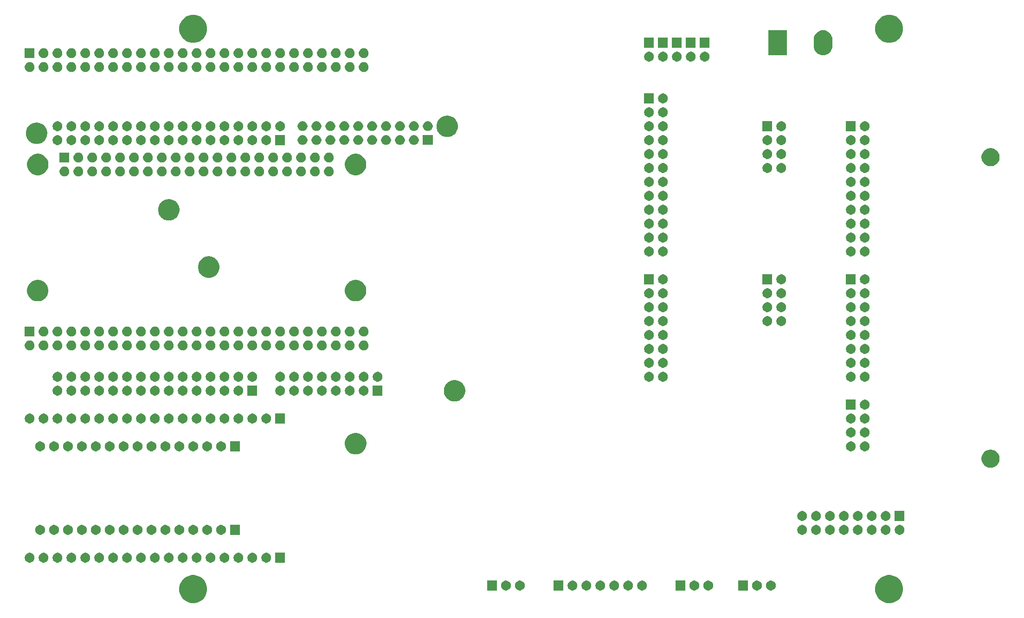
<source format=gbr>
G04 #@! TF.GenerationSoftware,KiCad,Pcbnew,(5.1.5-0-10_14)*
G04 #@! TF.CreationDate,2020-04-11T18:37:10+09:00*
G04 #@! TF.ProjectId,hybohat,6879626f-6861-4742-9e6b-696361645f70,rev?*
G04 #@! TF.SameCoordinates,Original*
G04 #@! TF.FileFunction,Soldermask,Bot*
G04 #@! TF.FilePolarity,Negative*
%FSLAX46Y46*%
G04 Gerber Fmt 4.6, Leading zero omitted, Abs format (unit mm)*
G04 Created by KiCad (PCBNEW (5.1.5-0-10_14)) date 2020-04-11 18:37:10*
%MOMM*%
%LPD*%
G04 APERTURE LIST*
%ADD10C,0.100000*%
G04 APERTURE END LIST*
D10*
G36*
X235059098Y-135342033D02*
G01*
X235523350Y-135534332D01*
X235523352Y-135534333D01*
X235941168Y-135813509D01*
X236296491Y-136168832D01*
X236491142Y-136460148D01*
X236575668Y-136586650D01*
X236767967Y-137050902D01*
X236866000Y-137543747D01*
X236866000Y-138046253D01*
X236767967Y-138539098D01*
X236575668Y-139003350D01*
X236575667Y-139003352D01*
X236296491Y-139421168D01*
X235941168Y-139776491D01*
X235523352Y-140055667D01*
X235523351Y-140055668D01*
X235523350Y-140055668D01*
X235059098Y-140247967D01*
X234566253Y-140346000D01*
X234063747Y-140346000D01*
X233570902Y-140247967D01*
X233106650Y-140055668D01*
X233106649Y-140055668D01*
X233106648Y-140055667D01*
X232688832Y-139776491D01*
X232333509Y-139421168D01*
X232054333Y-139003352D01*
X232054332Y-139003350D01*
X231862033Y-138539098D01*
X231764000Y-138046253D01*
X231764000Y-137543747D01*
X231862033Y-137050902D01*
X232054332Y-136586650D01*
X232138858Y-136460148D01*
X232333509Y-136168832D01*
X232688832Y-135813509D01*
X233106648Y-135534333D01*
X233106650Y-135534332D01*
X233570902Y-135342033D01*
X234063747Y-135244000D01*
X234566253Y-135244000D01*
X235059098Y-135342033D01*
G37*
G36*
X108059098Y-135342033D02*
G01*
X108523350Y-135534332D01*
X108523352Y-135534333D01*
X108941168Y-135813509D01*
X109296491Y-136168832D01*
X109491142Y-136460148D01*
X109575668Y-136586650D01*
X109767967Y-137050902D01*
X109866000Y-137543747D01*
X109866000Y-138046253D01*
X109767967Y-138539098D01*
X109575668Y-139003350D01*
X109575667Y-139003352D01*
X109296491Y-139421168D01*
X108941168Y-139776491D01*
X108523352Y-140055667D01*
X108523351Y-140055668D01*
X108523350Y-140055668D01*
X108059098Y-140247967D01*
X107566253Y-140346000D01*
X107063747Y-140346000D01*
X106570902Y-140247967D01*
X106106650Y-140055668D01*
X106106649Y-140055668D01*
X106106648Y-140055667D01*
X105688832Y-139776491D01*
X105333509Y-139421168D01*
X105054333Y-139003352D01*
X105054332Y-139003350D01*
X104862033Y-138539098D01*
X104764000Y-138046253D01*
X104764000Y-137543747D01*
X104862033Y-137050902D01*
X105054332Y-136586650D01*
X105138858Y-136460148D01*
X105333509Y-136168832D01*
X105688832Y-135813509D01*
X106106648Y-135534333D01*
X106106650Y-135534332D01*
X106570902Y-135342033D01*
X107063747Y-135244000D01*
X107566253Y-135244000D01*
X108059098Y-135342033D01*
G37*
G36*
X208546000Y-138061000D02*
G01*
X206744000Y-138061000D01*
X206744000Y-136259000D01*
X208546000Y-136259000D01*
X208546000Y-138061000D01*
G37*
G36*
X201408512Y-136263927D02*
G01*
X201557812Y-136293624D01*
X201721784Y-136361544D01*
X201869354Y-136460147D01*
X201994853Y-136585646D01*
X202093456Y-136733216D01*
X202161376Y-136897188D01*
X202196000Y-137071259D01*
X202196000Y-137248741D01*
X202161376Y-137422812D01*
X202093456Y-137586784D01*
X201994853Y-137734354D01*
X201869354Y-137859853D01*
X201721784Y-137958456D01*
X201557812Y-138026376D01*
X201408512Y-138056073D01*
X201383742Y-138061000D01*
X201206258Y-138061000D01*
X201181488Y-138056073D01*
X201032188Y-138026376D01*
X200868216Y-137958456D01*
X200720646Y-137859853D01*
X200595147Y-137734354D01*
X200496544Y-137586784D01*
X200428624Y-137422812D01*
X200394000Y-137248741D01*
X200394000Y-137071259D01*
X200428624Y-136897188D01*
X200496544Y-136733216D01*
X200595147Y-136585646D01*
X200720646Y-136460147D01*
X200868216Y-136361544D01*
X201032188Y-136293624D01*
X201181488Y-136263927D01*
X201206258Y-136259000D01*
X201383742Y-136259000D01*
X201408512Y-136263927D01*
G37*
G36*
X198868512Y-136263927D02*
G01*
X199017812Y-136293624D01*
X199181784Y-136361544D01*
X199329354Y-136460147D01*
X199454853Y-136585646D01*
X199553456Y-136733216D01*
X199621376Y-136897188D01*
X199656000Y-137071259D01*
X199656000Y-137248741D01*
X199621376Y-137422812D01*
X199553456Y-137586784D01*
X199454853Y-137734354D01*
X199329354Y-137859853D01*
X199181784Y-137958456D01*
X199017812Y-138026376D01*
X198868512Y-138056073D01*
X198843742Y-138061000D01*
X198666258Y-138061000D01*
X198641488Y-138056073D01*
X198492188Y-138026376D01*
X198328216Y-137958456D01*
X198180646Y-137859853D01*
X198055147Y-137734354D01*
X197956544Y-137586784D01*
X197888624Y-137422812D01*
X197854000Y-137248741D01*
X197854000Y-137071259D01*
X197888624Y-136897188D01*
X197956544Y-136733216D01*
X198055147Y-136585646D01*
X198180646Y-136460147D01*
X198328216Y-136361544D01*
X198492188Y-136293624D01*
X198641488Y-136263927D01*
X198666258Y-136259000D01*
X198843742Y-136259000D01*
X198868512Y-136263927D01*
G37*
G36*
X197116000Y-138061000D02*
G01*
X195314000Y-138061000D01*
X195314000Y-136259000D01*
X197116000Y-136259000D01*
X197116000Y-138061000D01*
G37*
G36*
X189343512Y-136263927D02*
G01*
X189492812Y-136293624D01*
X189656784Y-136361544D01*
X189804354Y-136460147D01*
X189929853Y-136585646D01*
X190028456Y-136733216D01*
X190096376Y-136897188D01*
X190131000Y-137071259D01*
X190131000Y-137248741D01*
X190096376Y-137422812D01*
X190028456Y-137586784D01*
X189929853Y-137734354D01*
X189804354Y-137859853D01*
X189656784Y-137958456D01*
X189492812Y-138026376D01*
X189343512Y-138056073D01*
X189318742Y-138061000D01*
X189141258Y-138061000D01*
X189116488Y-138056073D01*
X188967188Y-138026376D01*
X188803216Y-137958456D01*
X188655646Y-137859853D01*
X188530147Y-137734354D01*
X188431544Y-137586784D01*
X188363624Y-137422812D01*
X188329000Y-137248741D01*
X188329000Y-137071259D01*
X188363624Y-136897188D01*
X188431544Y-136733216D01*
X188530147Y-136585646D01*
X188655646Y-136460147D01*
X188803216Y-136361544D01*
X188967188Y-136293624D01*
X189116488Y-136263927D01*
X189141258Y-136259000D01*
X189318742Y-136259000D01*
X189343512Y-136263927D01*
G37*
G36*
X186803512Y-136263927D02*
G01*
X186952812Y-136293624D01*
X187116784Y-136361544D01*
X187264354Y-136460147D01*
X187389853Y-136585646D01*
X187488456Y-136733216D01*
X187556376Y-136897188D01*
X187591000Y-137071259D01*
X187591000Y-137248741D01*
X187556376Y-137422812D01*
X187488456Y-137586784D01*
X187389853Y-137734354D01*
X187264354Y-137859853D01*
X187116784Y-137958456D01*
X186952812Y-138026376D01*
X186803512Y-138056073D01*
X186778742Y-138061000D01*
X186601258Y-138061000D01*
X186576488Y-138056073D01*
X186427188Y-138026376D01*
X186263216Y-137958456D01*
X186115646Y-137859853D01*
X185990147Y-137734354D01*
X185891544Y-137586784D01*
X185823624Y-137422812D01*
X185789000Y-137248741D01*
X185789000Y-137071259D01*
X185823624Y-136897188D01*
X185891544Y-136733216D01*
X185990147Y-136585646D01*
X186115646Y-136460147D01*
X186263216Y-136361544D01*
X186427188Y-136293624D01*
X186576488Y-136263927D01*
X186601258Y-136259000D01*
X186778742Y-136259000D01*
X186803512Y-136263927D01*
G37*
G36*
X184263512Y-136263927D02*
G01*
X184412812Y-136293624D01*
X184576784Y-136361544D01*
X184724354Y-136460147D01*
X184849853Y-136585646D01*
X184948456Y-136733216D01*
X185016376Y-136897188D01*
X185051000Y-137071259D01*
X185051000Y-137248741D01*
X185016376Y-137422812D01*
X184948456Y-137586784D01*
X184849853Y-137734354D01*
X184724354Y-137859853D01*
X184576784Y-137958456D01*
X184412812Y-138026376D01*
X184263512Y-138056073D01*
X184238742Y-138061000D01*
X184061258Y-138061000D01*
X184036488Y-138056073D01*
X183887188Y-138026376D01*
X183723216Y-137958456D01*
X183575646Y-137859853D01*
X183450147Y-137734354D01*
X183351544Y-137586784D01*
X183283624Y-137422812D01*
X183249000Y-137248741D01*
X183249000Y-137071259D01*
X183283624Y-136897188D01*
X183351544Y-136733216D01*
X183450147Y-136585646D01*
X183575646Y-136460147D01*
X183723216Y-136361544D01*
X183887188Y-136293624D01*
X184036488Y-136263927D01*
X184061258Y-136259000D01*
X184238742Y-136259000D01*
X184263512Y-136263927D01*
G37*
G36*
X181723512Y-136263927D02*
G01*
X181872812Y-136293624D01*
X182036784Y-136361544D01*
X182184354Y-136460147D01*
X182309853Y-136585646D01*
X182408456Y-136733216D01*
X182476376Y-136897188D01*
X182511000Y-137071259D01*
X182511000Y-137248741D01*
X182476376Y-137422812D01*
X182408456Y-137586784D01*
X182309853Y-137734354D01*
X182184354Y-137859853D01*
X182036784Y-137958456D01*
X181872812Y-138026376D01*
X181723512Y-138056073D01*
X181698742Y-138061000D01*
X181521258Y-138061000D01*
X181496488Y-138056073D01*
X181347188Y-138026376D01*
X181183216Y-137958456D01*
X181035646Y-137859853D01*
X180910147Y-137734354D01*
X180811544Y-137586784D01*
X180743624Y-137422812D01*
X180709000Y-137248741D01*
X180709000Y-137071259D01*
X180743624Y-136897188D01*
X180811544Y-136733216D01*
X180910147Y-136585646D01*
X181035646Y-136460147D01*
X181183216Y-136361544D01*
X181347188Y-136293624D01*
X181496488Y-136263927D01*
X181521258Y-136259000D01*
X181698742Y-136259000D01*
X181723512Y-136263927D01*
G37*
G36*
X179183512Y-136263927D02*
G01*
X179332812Y-136293624D01*
X179496784Y-136361544D01*
X179644354Y-136460147D01*
X179769853Y-136585646D01*
X179868456Y-136733216D01*
X179936376Y-136897188D01*
X179971000Y-137071259D01*
X179971000Y-137248741D01*
X179936376Y-137422812D01*
X179868456Y-137586784D01*
X179769853Y-137734354D01*
X179644354Y-137859853D01*
X179496784Y-137958456D01*
X179332812Y-138026376D01*
X179183512Y-138056073D01*
X179158742Y-138061000D01*
X178981258Y-138061000D01*
X178956488Y-138056073D01*
X178807188Y-138026376D01*
X178643216Y-137958456D01*
X178495646Y-137859853D01*
X178370147Y-137734354D01*
X178271544Y-137586784D01*
X178203624Y-137422812D01*
X178169000Y-137248741D01*
X178169000Y-137071259D01*
X178203624Y-136897188D01*
X178271544Y-136733216D01*
X178370147Y-136585646D01*
X178495646Y-136460147D01*
X178643216Y-136361544D01*
X178807188Y-136293624D01*
X178956488Y-136263927D01*
X178981258Y-136259000D01*
X179158742Y-136259000D01*
X179183512Y-136263927D01*
G37*
G36*
X176643512Y-136263927D02*
G01*
X176792812Y-136293624D01*
X176956784Y-136361544D01*
X177104354Y-136460147D01*
X177229853Y-136585646D01*
X177328456Y-136733216D01*
X177396376Y-136897188D01*
X177431000Y-137071259D01*
X177431000Y-137248741D01*
X177396376Y-137422812D01*
X177328456Y-137586784D01*
X177229853Y-137734354D01*
X177104354Y-137859853D01*
X176956784Y-137958456D01*
X176792812Y-138026376D01*
X176643512Y-138056073D01*
X176618742Y-138061000D01*
X176441258Y-138061000D01*
X176416488Y-138056073D01*
X176267188Y-138026376D01*
X176103216Y-137958456D01*
X175955646Y-137859853D01*
X175830147Y-137734354D01*
X175731544Y-137586784D01*
X175663624Y-137422812D01*
X175629000Y-137248741D01*
X175629000Y-137071259D01*
X175663624Y-136897188D01*
X175731544Y-136733216D01*
X175830147Y-136585646D01*
X175955646Y-136460147D01*
X176103216Y-136361544D01*
X176267188Y-136293624D01*
X176416488Y-136263927D01*
X176441258Y-136259000D01*
X176618742Y-136259000D01*
X176643512Y-136263927D01*
G37*
G36*
X174891000Y-138061000D02*
G01*
X173089000Y-138061000D01*
X173089000Y-136259000D01*
X174891000Y-136259000D01*
X174891000Y-138061000D01*
G37*
G36*
X167033512Y-136263927D02*
G01*
X167182812Y-136293624D01*
X167346784Y-136361544D01*
X167494354Y-136460147D01*
X167619853Y-136585646D01*
X167718456Y-136733216D01*
X167786376Y-136897188D01*
X167821000Y-137071259D01*
X167821000Y-137248741D01*
X167786376Y-137422812D01*
X167718456Y-137586784D01*
X167619853Y-137734354D01*
X167494354Y-137859853D01*
X167346784Y-137958456D01*
X167182812Y-138026376D01*
X167033512Y-138056073D01*
X167008742Y-138061000D01*
X166831258Y-138061000D01*
X166806488Y-138056073D01*
X166657188Y-138026376D01*
X166493216Y-137958456D01*
X166345646Y-137859853D01*
X166220147Y-137734354D01*
X166121544Y-137586784D01*
X166053624Y-137422812D01*
X166019000Y-137248741D01*
X166019000Y-137071259D01*
X166053624Y-136897188D01*
X166121544Y-136733216D01*
X166220147Y-136585646D01*
X166345646Y-136460147D01*
X166493216Y-136361544D01*
X166657188Y-136293624D01*
X166806488Y-136263927D01*
X166831258Y-136259000D01*
X167008742Y-136259000D01*
X167033512Y-136263927D01*
G37*
G36*
X164493512Y-136263927D02*
G01*
X164642812Y-136293624D01*
X164806784Y-136361544D01*
X164954354Y-136460147D01*
X165079853Y-136585646D01*
X165178456Y-136733216D01*
X165246376Y-136897188D01*
X165281000Y-137071259D01*
X165281000Y-137248741D01*
X165246376Y-137422812D01*
X165178456Y-137586784D01*
X165079853Y-137734354D01*
X164954354Y-137859853D01*
X164806784Y-137958456D01*
X164642812Y-138026376D01*
X164493512Y-138056073D01*
X164468742Y-138061000D01*
X164291258Y-138061000D01*
X164266488Y-138056073D01*
X164117188Y-138026376D01*
X163953216Y-137958456D01*
X163805646Y-137859853D01*
X163680147Y-137734354D01*
X163581544Y-137586784D01*
X163513624Y-137422812D01*
X163479000Y-137248741D01*
X163479000Y-137071259D01*
X163513624Y-136897188D01*
X163581544Y-136733216D01*
X163680147Y-136585646D01*
X163805646Y-136460147D01*
X163953216Y-136361544D01*
X164117188Y-136293624D01*
X164266488Y-136263927D01*
X164291258Y-136259000D01*
X164468742Y-136259000D01*
X164493512Y-136263927D01*
G37*
G36*
X162741000Y-138061000D02*
G01*
X160939000Y-138061000D01*
X160939000Y-136259000D01*
X162741000Y-136259000D01*
X162741000Y-138061000D01*
G37*
G36*
X212838512Y-136263927D02*
G01*
X212987812Y-136293624D01*
X213151784Y-136361544D01*
X213299354Y-136460147D01*
X213424853Y-136585646D01*
X213523456Y-136733216D01*
X213591376Y-136897188D01*
X213626000Y-137071259D01*
X213626000Y-137248741D01*
X213591376Y-137422812D01*
X213523456Y-137586784D01*
X213424853Y-137734354D01*
X213299354Y-137859853D01*
X213151784Y-137958456D01*
X212987812Y-138026376D01*
X212838512Y-138056073D01*
X212813742Y-138061000D01*
X212636258Y-138061000D01*
X212611488Y-138056073D01*
X212462188Y-138026376D01*
X212298216Y-137958456D01*
X212150646Y-137859853D01*
X212025147Y-137734354D01*
X211926544Y-137586784D01*
X211858624Y-137422812D01*
X211824000Y-137248741D01*
X211824000Y-137071259D01*
X211858624Y-136897188D01*
X211926544Y-136733216D01*
X212025147Y-136585646D01*
X212150646Y-136460147D01*
X212298216Y-136361544D01*
X212462188Y-136293624D01*
X212611488Y-136263927D01*
X212636258Y-136259000D01*
X212813742Y-136259000D01*
X212838512Y-136263927D01*
G37*
G36*
X210298512Y-136263927D02*
G01*
X210447812Y-136293624D01*
X210611784Y-136361544D01*
X210759354Y-136460147D01*
X210884853Y-136585646D01*
X210983456Y-136733216D01*
X211051376Y-136897188D01*
X211086000Y-137071259D01*
X211086000Y-137248741D01*
X211051376Y-137422812D01*
X210983456Y-137586784D01*
X210884853Y-137734354D01*
X210759354Y-137859853D01*
X210611784Y-137958456D01*
X210447812Y-138026376D01*
X210298512Y-138056073D01*
X210273742Y-138061000D01*
X210096258Y-138061000D01*
X210071488Y-138056073D01*
X209922188Y-138026376D01*
X209758216Y-137958456D01*
X209610646Y-137859853D01*
X209485147Y-137734354D01*
X209386544Y-137586784D01*
X209318624Y-137422812D01*
X209284000Y-137248741D01*
X209284000Y-137071259D01*
X209318624Y-136897188D01*
X209386544Y-136733216D01*
X209485147Y-136585646D01*
X209610646Y-136460147D01*
X209758216Y-136361544D01*
X209922188Y-136293624D01*
X210071488Y-136263927D01*
X210096258Y-136259000D01*
X210273742Y-136259000D01*
X210298512Y-136263927D01*
G37*
G36*
X77583512Y-131183927D02*
G01*
X77732812Y-131213624D01*
X77896784Y-131281544D01*
X78044354Y-131380147D01*
X78169853Y-131505646D01*
X78268456Y-131653216D01*
X78336376Y-131817188D01*
X78371000Y-131991259D01*
X78371000Y-132168741D01*
X78336376Y-132342812D01*
X78268456Y-132506784D01*
X78169853Y-132654354D01*
X78044354Y-132779853D01*
X77896784Y-132878456D01*
X77732812Y-132946376D01*
X77583512Y-132976073D01*
X77558742Y-132981000D01*
X77381258Y-132981000D01*
X77356488Y-132976073D01*
X77207188Y-132946376D01*
X77043216Y-132878456D01*
X76895646Y-132779853D01*
X76770147Y-132654354D01*
X76671544Y-132506784D01*
X76603624Y-132342812D01*
X76569000Y-132168741D01*
X76569000Y-131991259D01*
X76603624Y-131817188D01*
X76671544Y-131653216D01*
X76770147Y-131505646D01*
X76895646Y-131380147D01*
X77043216Y-131281544D01*
X77207188Y-131213624D01*
X77356488Y-131183927D01*
X77381258Y-131179000D01*
X77558742Y-131179000D01*
X77583512Y-131183927D01*
G37*
G36*
X82663512Y-131183927D02*
G01*
X82812812Y-131213624D01*
X82976784Y-131281544D01*
X83124354Y-131380147D01*
X83249853Y-131505646D01*
X83348456Y-131653216D01*
X83416376Y-131817188D01*
X83451000Y-131991259D01*
X83451000Y-132168741D01*
X83416376Y-132342812D01*
X83348456Y-132506784D01*
X83249853Y-132654354D01*
X83124354Y-132779853D01*
X82976784Y-132878456D01*
X82812812Y-132946376D01*
X82663512Y-132976073D01*
X82638742Y-132981000D01*
X82461258Y-132981000D01*
X82436488Y-132976073D01*
X82287188Y-132946376D01*
X82123216Y-132878456D01*
X81975646Y-132779853D01*
X81850147Y-132654354D01*
X81751544Y-132506784D01*
X81683624Y-132342812D01*
X81649000Y-132168741D01*
X81649000Y-131991259D01*
X81683624Y-131817188D01*
X81751544Y-131653216D01*
X81850147Y-131505646D01*
X81975646Y-131380147D01*
X82123216Y-131281544D01*
X82287188Y-131213624D01*
X82436488Y-131183927D01*
X82461258Y-131179000D01*
X82638742Y-131179000D01*
X82663512Y-131183927D01*
G37*
G36*
X120763512Y-131183927D02*
G01*
X120912812Y-131213624D01*
X121076784Y-131281544D01*
X121224354Y-131380147D01*
X121349853Y-131505646D01*
X121448456Y-131653216D01*
X121516376Y-131817188D01*
X121551000Y-131991259D01*
X121551000Y-132168741D01*
X121516376Y-132342812D01*
X121448456Y-132506784D01*
X121349853Y-132654354D01*
X121224354Y-132779853D01*
X121076784Y-132878456D01*
X120912812Y-132946376D01*
X120763512Y-132976073D01*
X120738742Y-132981000D01*
X120561258Y-132981000D01*
X120536488Y-132976073D01*
X120387188Y-132946376D01*
X120223216Y-132878456D01*
X120075646Y-132779853D01*
X119950147Y-132654354D01*
X119851544Y-132506784D01*
X119783624Y-132342812D01*
X119749000Y-132168741D01*
X119749000Y-131991259D01*
X119783624Y-131817188D01*
X119851544Y-131653216D01*
X119950147Y-131505646D01*
X120075646Y-131380147D01*
X120223216Y-131281544D01*
X120387188Y-131213624D01*
X120536488Y-131183927D01*
X120561258Y-131179000D01*
X120738742Y-131179000D01*
X120763512Y-131183927D01*
G37*
G36*
X124091000Y-132981000D02*
G01*
X122289000Y-132981000D01*
X122289000Y-131179000D01*
X124091000Y-131179000D01*
X124091000Y-132981000D01*
G37*
G36*
X118223512Y-131183927D02*
G01*
X118372812Y-131213624D01*
X118536784Y-131281544D01*
X118684354Y-131380147D01*
X118809853Y-131505646D01*
X118908456Y-131653216D01*
X118976376Y-131817188D01*
X119011000Y-131991259D01*
X119011000Y-132168741D01*
X118976376Y-132342812D01*
X118908456Y-132506784D01*
X118809853Y-132654354D01*
X118684354Y-132779853D01*
X118536784Y-132878456D01*
X118372812Y-132946376D01*
X118223512Y-132976073D01*
X118198742Y-132981000D01*
X118021258Y-132981000D01*
X117996488Y-132976073D01*
X117847188Y-132946376D01*
X117683216Y-132878456D01*
X117535646Y-132779853D01*
X117410147Y-132654354D01*
X117311544Y-132506784D01*
X117243624Y-132342812D01*
X117209000Y-132168741D01*
X117209000Y-131991259D01*
X117243624Y-131817188D01*
X117311544Y-131653216D01*
X117410147Y-131505646D01*
X117535646Y-131380147D01*
X117683216Y-131281544D01*
X117847188Y-131213624D01*
X117996488Y-131183927D01*
X118021258Y-131179000D01*
X118198742Y-131179000D01*
X118223512Y-131183927D01*
G37*
G36*
X115683512Y-131183927D02*
G01*
X115832812Y-131213624D01*
X115996784Y-131281544D01*
X116144354Y-131380147D01*
X116269853Y-131505646D01*
X116368456Y-131653216D01*
X116436376Y-131817188D01*
X116471000Y-131991259D01*
X116471000Y-132168741D01*
X116436376Y-132342812D01*
X116368456Y-132506784D01*
X116269853Y-132654354D01*
X116144354Y-132779853D01*
X115996784Y-132878456D01*
X115832812Y-132946376D01*
X115683512Y-132976073D01*
X115658742Y-132981000D01*
X115481258Y-132981000D01*
X115456488Y-132976073D01*
X115307188Y-132946376D01*
X115143216Y-132878456D01*
X114995646Y-132779853D01*
X114870147Y-132654354D01*
X114771544Y-132506784D01*
X114703624Y-132342812D01*
X114669000Y-132168741D01*
X114669000Y-131991259D01*
X114703624Y-131817188D01*
X114771544Y-131653216D01*
X114870147Y-131505646D01*
X114995646Y-131380147D01*
X115143216Y-131281544D01*
X115307188Y-131213624D01*
X115456488Y-131183927D01*
X115481258Y-131179000D01*
X115658742Y-131179000D01*
X115683512Y-131183927D01*
G37*
G36*
X113143512Y-131183927D02*
G01*
X113292812Y-131213624D01*
X113456784Y-131281544D01*
X113604354Y-131380147D01*
X113729853Y-131505646D01*
X113828456Y-131653216D01*
X113896376Y-131817188D01*
X113931000Y-131991259D01*
X113931000Y-132168741D01*
X113896376Y-132342812D01*
X113828456Y-132506784D01*
X113729853Y-132654354D01*
X113604354Y-132779853D01*
X113456784Y-132878456D01*
X113292812Y-132946376D01*
X113143512Y-132976073D01*
X113118742Y-132981000D01*
X112941258Y-132981000D01*
X112916488Y-132976073D01*
X112767188Y-132946376D01*
X112603216Y-132878456D01*
X112455646Y-132779853D01*
X112330147Y-132654354D01*
X112231544Y-132506784D01*
X112163624Y-132342812D01*
X112129000Y-132168741D01*
X112129000Y-131991259D01*
X112163624Y-131817188D01*
X112231544Y-131653216D01*
X112330147Y-131505646D01*
X112455646Y-131380147D01*
X112603216Y-131281544D01*
X112767188Y-131213624D01*
X112916488Y-131183927D01*
X112941258Y-131179000D01*
X113118742Y-131179000D01*
X113143512Y-131183927D01*
G37*
G36*
X110603512Y-131183927D02*
G01*
X110752812Y-131213624D01*
X110916784Y-131281544D01*
X111064354Y-131380147D01*
X111189853Y-131505646D01*
X111288456Y-131653216D01*
X111356376Y-131817188D01*
X111391000Y-131991259D01*
X111391000Y-132168741D01*
X111356376Y-132342812D01*
X111288456Y-132506784D01*
X111189853Y-132654354D01*
X111064354Y-132779853D01*
X110916784Y-132878456D01*
X110752812Y-132946376D01*
X110603512Y-132976073D01*
X110578742Y-132981000D01*
X110401258Y-132981000D01*
X110376488Y-132976073D01*
X110227188Y-132946376D01*
X110063216Y-132878456D01*
X109915646Y-132779853D01*
X109790147Y-132654354D01*
X109691544Y-132506784D01*
X109623624Y-132342812D01*
X109589000Y-132168741D01*
X109589000Y-131991259D01*
X109623624Y-131817188D01*
X109691544Y-131653216D01*
X109790147Y-131505646D01*
X109915646Y-131380147D01*
X110063216Y-131281544D01*
X110227188Y-131213624D01*
X110376488Y-131183927D01*
X110401258Y-131179000D01*
X110578742Y-131179000D01*
X110603512Y-131183927D01*
G37*
G36*
X108063512Y-131183927D02*
G01*
X108212812Y-131213624D01*
X108376784Y-131281544D01*
X108524354Y-131380147D01*
X108649853Y-131505646D01*
X108748456Y-131653216D01*
X108816376Y-131817188D01*
X108851000Y-131991259D01*
X108851000Y-132168741D01*
X108816376Y-132342812D01*
X108748456Y-132506784D01*
X108649853Y-132654354D01*
X108524354Y-132779853D01*
X108376784Y-132878456D01*
X108212812Y-132946376D01*
X108063512Y-132976073D01*
X108038742Y-132981000D01*
X107861258Y-132981000D01*
X107836488Y-132976073D01*
X107687188Y-132946376D01*
X107523216Y-132878456D01*
X107375646Y-132779853D01*
X107250147Y-132654354D01*
X107151544Y-132506784D01*
X107083624Y-132342812D01*
X107049000Y-132168741D01*
X107049000Y-131991259D01*
X107083624Y-131817188D01*
X107151544Y-131653216D01*
X107250147Y-131505646D01*
X107375646Y-131380147D01*
X107523216Y-131281544D01*
X107687188Y-131213624D01*
X107836488Y-131183927D01*
X107861258Y-131179000D01*
X108038742Y-131179000D01*
X108063512Y-131183927D01*
G37*
G36*
X105523512Y-131183927D02*
G01*
X105672812Y-131213624D01*
X105836784Y-131281544D01*
X105984354Y-131380147D01*
X106109853Y-131505646D01*
X106208456Y-131653216D01*
X106276376Y-131817188D01*
X106311000Y-131991259D01*
X106311000Y-132168741D01*
X106276376Y-132342812D01*
X106208456Y-132506784D01*
X106109853Y-132654354D01*
X105984354Y-132779853D01*
X105836784Y-132878456D01*
X105672812Y-132946376D01*
X105523512Y-132976073D01*
X105498742Y-132981000D01*
X105321258Y-132981000D01*
X105296488Y-132976073D01*
X105147188Y-132946376D01*
X104983216Y-132878456D01*
X104835646Y-132779853D01*
X104710147Y-132654354D01*
X104611544Y-132506784D01*
X104543624Y-132342812D01*
X104509000Y-132168741D01*
X104509000Y-131991259D01*
X104543624Y-131817188D01*
X104611544Y-131653216D01*
X104710147Y-131505646D01*
X104835646Y-131380147D01*
X104983216Y-131281544D01*
X105147188Y-131213624D01*
X105296488Y-131183927D01*
X105321258Y-131179000D01*
X105498742Y-131179000D01*
X105523512Y-131183927D01*
G37*
G36*
X102983512Y-131183927D02*
G01*
X103132812Y-131213624D01*
X103296784Y-131281544D01*
X103444354Y-131380147D01*
X103569853Y-131505646D01*
X103668456Y-131653216D01*
X103736376Y-131817188D01*
X103771000Y-131991259D01*
X103771000Y-132168741D01*
X103736376Y-132342812D01*
X103668456Y-132506784D01*
X103569853Y-132654354D01*
X103444354Y-132779853D01*
X103296784Y-132878456D01*
X103132812Y-132946376D01*
X102983512Y-132976073D01*
X102958742Y-132981000D01*
X102781258Y-132981000D01*
X102756488Y-132976073D01*
X102607188Y-132946376D01*
X102443216Y-132878456D01*
X102295646Y-132779853D01*
X102170147Y-132654354D01*
X102071544Y-132506784D01*
X102003624Y-132342812D01*
X101969000Y-132168741D01*
X101969000Y-131991259D01*
X102003624Y-131817188D01*
X102071544Y-131653216D01*
X102170147Y-131505646D01*
X102295646Y-131380147D01*
X102443216Y-131281544D01*
X102607188Y-131213624D01*
X102756488Y-131183927D01*
X102781258Y-131179000D01*
X102958742Y-131179000D01*
X102983512Y-131183927D01*
G37*
G36*
X100443512Y-131183927D02*
G01*
X100592812Y-131213624D01*
X100756784Y-131281544D01*
X100904354Y-131380147D01*
X101029853Y-131505646D01*
X101128456Y-131653216D01*
X101196376Y-131817188D01*
X101231000Y-131991259D01*
X101231000Y-132168741D01*
X101196376Y-132342812D01*
X101128456Y-132506784D01*
X101029853Y-132654354D01*
X100904354Y-132779853D01*
X100756784Y-132878456D01*
X100592812Y-132946376D01*
X100443512Y-132976073D01*
X100418742Y-132981000D01*
X100241258Y-132981000D01*
X100216488Y-132976073D01*
X100067188Y-132946376D01*
X99903216Y-132878456D01*
X99755646Y-132779853D01*
X99630147Y-132654354D01*
X99531544Y-132506784D01*
X99463624Y-132342812D01*
X99429000Y-132168741D01*
X99429000Y-131991259D01*
X99463624Y-131817188D01*
X99531544Y-131653216D01*
X99630147Y-131505646D01*
X99755646Y-131380147D01*
X99903216Y-131281544D01*
X100067188Y-131213624D01*
X100216488Y-131183927D01*
X100241258Y-131179000D01*
X100418742Y-131179000D01*
X100443512Y-131183927D01*
G37*
G36*
X97903512Y-131183927D02*
G01*
X98052812Y-131213624D01*
X98216784Y-131281544D01*
X98364354Y-131380147D01*
X98489853Y-131505646D01*
X98588456Y-131653216D01*
X98656376Y-131817188D01*
X98691000Y-131991259D01*
X98691000Y-132168741D01*
X98656376Y-132342812D01*
X98588456Y-132506784D01*
X98489853Y-132654354D01*
X98364354Y-132779853D01*
X98216784Y-132878456D01*
X98052812Y-132946376D01*
X97903512Y-132976073D01*
X97878742Y-132981000D01*
X97701258Y-132981000D01*
X97676488Y-132976073D01*
X97527188Y-132946376D01*
X97363216Y-132878456D01*
X97215646Y-132779853D01*
X97090147Y-132654354D01*
X96991544Y-132506784D01*
X96923624Y-132342812D01*
X96889000Y-132168741D01*
X96889000Y-131991259D01*
X96923624Y-131817188D01*
X96991544Y-131653216D01*
X97090147Y-131505646D01*
X97215646Y-131380147D01*
X97363216Y-131281544D01*
X97527188Y-131213624D01*
X97676488Y-131183927D01*
X97701258Y-131179000D01*
X97878742Y-131179000D01*
X97903512Y-131183927D01*
G37*
G36*
X95363512Y-131183927D02*
G01*
X95512812Y-131213624D01*
X95676784Y-131281544D01*
X95824354Y-131380147D01*
X95949853Y-131505646D01*
X96048456Y-131653216D01*
X96116376Y-131817188D01*
X96151000Y-131991259D01*
X96151000Y-132168741D01*
X96116376Y-132342812D01*
X96048456Y-132506784D01*
X95949853Y-132654354D01*
X95824354Y-132779853D01*
X95676784Y-132878456D01*
X95512812Y-132946376D01*
X95363512Y-132976073D01*
X95338742Y-132981000D01*
X95161258Y-132981000D01*
X95136488Y-132976073D01*
X94987188Y-132946376D01*
X94823216Y-132878456D01*
X94675646Y-132779853D01*
X94550147Y-132654354D01*
X94451544Y-132506784D01*
X94383624Y-132342812D01*
X94349000Y-132168741D01*
X94349000Y-131991259D01*
X94383624Y-131817188D01*
X94451544Y-131653216D01*
X94550147Y-131505646D01*
X94675646Y-131380147D01*
X94823216Y-131281544D01*
X94987188Y-131213624D01*
X95136488Y-131183927D01*
X95161258Y-131179000D01*
X95338742Y-131179000D01*
X95363512Y-131183927D01*
G37*
G36*
X92823512Y-131183927D02*
G01*
X92972812Y-131213624D01*
X93136784Y-131281544D01*
X93284354Y-131380147D01*
X93409853Y-131505646D01*
X93508456Y-131653216D01*
X93576376Y-131817188D01*
X93611000Y-131991259D01*
X93611000Y-132168741D01*
X93576376Y-132342812D01*
X93508456Y-132506784D01*
X93409853Y-132654354D01*
X93284354Y-132779853D01*
X93136784Y-132878456D01*
X92972812Y-132946376D01*
X92823512Y-132976073D01*
X92798742Y-132981000D01*
X92621258Y-132981000D01*
X92596488Y-132976073D01*
X92447188Y-132946376D01*
X92283216Y-132878456D01*
X92135646Y-132779853D01*
X92010147Y-132654354D01*
X91911544Y-132506784D01*
X91843624Y-132342812D01*
X91809000Y-132168741D01*
X91809000Y-131991259D01*
X91843624Y-131817188D01*
X91911544Y-131653216D01*
X92010147Y-131505646D01*
X92135646Y-131380147D01*
X92283216Y-131281544D01*
X92447188Y-131213624D01*
X92596488Y-131183927D01*
X92621258Y-131179000D01*
X92798742Y-131179000D01*
X92823512Y-131183927D01*
G37*
G36*
X90283512Y-131183927D02*
G01*
X90432812Y-131213624D01*
X90596784Y-131281544D01*
X90744354Y-131380147D01*
X90869853Y-131505646D01*
X90968456Y-131653216D01*
X91036376Y-131817188D01*
X91071000Y-131991259D01*
X91071000Y-132168741D01*
X91036376Y-132342812D01*
X90968456Y-132506784D01*
X90869853Y-132654354D01*
X90744354Y-132779853D01*
X90596784Y-132878456D01*
X90432812Y-132946376D01*
X90283512Y-132976073D01*
X90258742Y-132981000D01*
X90081258Y-132981000D01*
X90056488Y-132976073D01*
X89907188Y-132946376D01*
X89743216Y-132878456D01*
X89595646Y-132779853D01*
X89470147Y-132654354D01*
X89371544Y-132506784D01*
X89303624Y-132342812D01*
X89269000Y-132168741D01*
X89269000Y-131991259D01*
X89303624Y-131817188D01*
X89371544Y-131653216D01*
X89470147Y-131505646D01*
X89595646Y-131380147D01*
X89743216Y-131281544D01*
X89907188Y-131213624D01*
X90056488Y-131183927D01*
X90081258Y-131179000D01*
X90258742Y-131179000D01*
X90283512Y-131183927D01*
G37*
G36*
X87743512Y-131183927D02*
G01*
X87892812Y-131213624D01*
X88056784Y-131281544D01*
X88204354Y-131380147D01*
X88329853Y-131505646D01*
X88428456Y-131653216D01*
X88496376Y-131817188D01*
X88531000Y-131991259D01*
X88531000Y-132168741D01*
X88496376Y-132342812D01*
X88428456Y-132506784D01*
X88329853Y-132654354D01*
X88204354Y-132779853D01*
X88056784Y-132878456D01*
X87892812Y-132946376D01*
X87743512Y-132976073D01*
X87718742Y-132981000D01*
X87541258Y-132981000D01*
X87516488Y-132976073D01*
X87367188Y-132946376D01*
X87203216Y-132878456D01*
X87055646Y-132779853D01*
X86930147Y-132654354D01*
X86831544Y-132506784D01*
X86763624Y-132342812D01*
X86729000Y-132168741D01*
X86729000Y-131991259D01*
X86763624Y-131817188D01*
X86831544Y-131653216D01*
X86930147Y-131505646D01*
X87055646Y-131380147D01*
X87203216Y-131281544D01*
X87367188Y-131213624D01*
X87516488Y-131183927D01*
X87541258Y-131179000D01*
X87718742Y-131179000D01*
X87743512Y-131183927D01*
G37*
G36*
X85203512Y-131183927D02*
G01*
X85352812Y-131213624D01*
X85516784Y-131281544D01*
X85664354Y-131380147D01*
X85789853Y-131505646D01*
X85888456Y-131653216D01*
X85956376Y-131817188D01*
X85991000Y-131991259D01*
X85991000Y-132168741D01*
X85956376Y-132342812D01*
X85888456Y-132506784D01*
X85789853Y-132654354D01*
X85664354Y-132779853D01*
X85516784Y-132878456D01*
X85352812Y-132946376D01*
X85203512Y-132976073D01*
X85178742Y-132981000D01*
X85001258Y-132981000D01*
X84976488Y-132976073D01*
X84827188Y-132946376D01*
X84663216Y-132878456D01*
X84515646Y-132779853D01*
X84390147Y-132654354D01*
X84291544Y-132506784D01*
X84223624Y-132342812D01*
X84189000Y-132168741D01*
X84189000Y-131991259D01*
X84223624Y-131817188D01*
X84291544Y-131653216D01*
X84390147Y-131505646D01*
X84515646Y-131380147D01*
X84663216Y-131281544D01*
X84827188Y-131213624D01*
X84976488Y-131183927D01*
X85001258Y-131179000D01*
X85178742Y-131179000D01*
X85203512Y-131183927D01*
G37*
G36*
X80123512Y-131183927D02*
G01*
X80272812Y-131213624D01*
X80436784Y-131281544D01*
X80584354Y-131380147D01*
X80709853Y-131505646D01*
X80808456Y-131653216D01*
X80876376Y-131817188D01*
X80911000Y-131991259D01*
X80911000Y-132168741D01*
X80876376Y-132342812D01*
X80808456Y-132506784D01*
X80709853Y-132654354D01*
X80584354Y-132779853D01*
X80436784Y-132878456D01*
X80272812Y-132946376D01*
X80123512Y-132976073D01*
X80098742Y-132981000D01*
X79921258Y-132981000D01*
X79896488Y-132976073D01*
X79747188Y-132946376D01*
X79583216Y-132878456D01*
X79435646Y-132779853D01*
X79310147Y-132654354D01*
X79211544Y-132506784D01*
X79143624Y-132342812D01*
X79109000Y-132168741D01*
X79109000Y-131991259D01*
X79143624Y-131817188D01*
X79211544Y-131653216D01*
X79310147Y-131505646D01*
X79435646Y-131380147D01*
X79583216Y-131281544D01*
X79747188Y-131213624D01*
X79896488Y-131183927D01*
X79921258Y-131179000D01*
X80098742Y-131179000D01*
X80123512Y-131183927D01*
G37*
G36*
X84568512Y-126103927D02*
G01*
X84717812Y-126133624D01*
X84881784Y-126201544D01*
X85029354Y-126300147D01*
X85154853Y-126425646D01*
X85253456Y-126573216D01*
X85321376Y-126737188D01*
X85356000Y-126911259D01*
X85356000Y-127088741D01*
X85321376Y-127262812D01*
X85253456Y-127426784D01*
X85154853Y-127574354D01*
X85029354Y-127699853D01*
X84881784Y-127798456D01*
X84717812Y-127866376D01*
X84568512Y-127896073D01*
X84543742Y-127901000D01*
X84366258Y-127901000D01*
X84341488Y-127896073D01*
X84192188Y-127866376D01*
X84028216Y-127798456D01*
X83880646Y-127699853D01*
X83755147Y-127574354D01*
X83656544Y-127426784D01*
X83588624Y-127262812D01*
X83554000Y-127088741D01*
X83554000Y-126911259D01*
X83588624Y-126737188D01*
X83656544Y-126573216D01*
X83755147Y-126425646D01*
X83880646Y-126300147D01*
X84028216Y-126201544D01*
X84192188Y-126133624D01*
X84341488Y-126103927D01*
X84366258Y-126099000D01*
X84543742Y-126099000D01*
X84568512Y-126103927D01*
G37*
G36*
X87108512Y-126103927D02*
G01*
X87257812Y-126133624D01*
X87421784Y-126201544D01*
X87569354Y-126300147D01*
X87694853Y-126425646D01*
X87793456Y-126573216D01*
X87861376Y-126737188D01*
X87896000Y-126911259D01*
X87896000Y-127088741D01*
X87861376Y-127262812D01*
X87793456Y-127426784D01*
X87694853Y-127574354D01*
X87569354Y-127699853D01*
X87421784Y-127798456D01*
X87257812Y-127866376D01*
X87108512Y-127896073D01*
X87083742Y-127901000D01*
X86906258Y-127901000D01*
X86881488Y-127896073D01*
X86732188Y-127866376D01*
X86568216Y-127798456D01*
X86420646Y-127699853D01*
X86295147Y-127574354D01*
X86196544Y-127426784D01*
X86128624Y-127262812D01*
X86094000Y-127088741D01*
X86094000Y-126911259D01*
X86128624Y-126737188D01*
X86196544Y-126573216D01*
X86295147Y-126425646D01*
X86420646Y-126300147D01*
X86568216Y-126201544D01*
X86732188Y-126133624D01*
X86881488Y-126103927D01*
X86906258Y-126099000D01*
X87083742Y-126099000D01*
X87108512Y-126103927D01*
G37*
G36*
X89648512Y-126103927D02*
G01*
X89797812Y-126133624D01*
X89961784Y-126201544D01*
X90109354Y-126300147D01*
X90234853Y-126425646D01*
X90333456Y-126573216D01*
X90401376Y-126737188D01*
X90436000Y-126911259D01*
X90436000Y-127088741D01*
X90401376Y-127262812D01*
X90333456Y-127426784D01*
X90234853Y-127574354D01*
X90109354Y-127699853D01*
X89961784Y-127798456D01*
X89797812Y-127866376D01*
X89648512Y-127896073D01*
X89623742Y-127901000D01*
X89446258Y-127901000D01*
X89421488Y-127896073D01*
X89272188Y-127866376D01*
X89108216Y-127798456D01*
X88960646Y-127699853D01*
X88835147Y-127574354D01*
X88736544Y-127426784D01*
X88668624Y-127262812D01*
X88634000Y-127088741D01*
X88634000Y-126911259D01*
X88668624Y-126737188D01*
X88736544Y-126573216D01*
X88835147Y-126425646D01*
X88960646Y-126300147D01*
X89108216Y-126201544D01*
X89272188Y-126133624D01*
X89421488Y-126103927D01*
X89446258Y-126099000D01*
X89623742Y-126099000D01*
X89648512Y-126103927D01*
G37*
G36*
X92188512Y-126103927D02*
G01*
X92337812Y-126133624D01*
X92501784Y-126201544D01*
X92649354Y-126300147D01*
X92774853Y-126425646D01*
X92873456Y-126573216D01*
X92941376Y-126737188D01*
X92976000Y-126911259D01*
X92976000Y-127088741D01*
X92941376Y-127262812D01*
X92873456Y-127426784D01*
X92774853Y-127574354D01*
X92649354Y-127699853D01*
X92501784Y-127798456D01*
X92337812Y-127866376D01*
X92188512Y-127896073D01*
X92163742Y-127901000D01*
X91986258Y-127901000D01*
X91961488Y-127896073D01*
X91812188Y-127866376D01*
X91648216Y-127798456D01*
X91500646Y-127699853D01*
X91375147Y-127574354D01*
X91276544Y-127426784D01*
X91208624Y-127262812D01*
X91174000Y-127088741D01*
X91174000Y-126911259D01*
X91208624Y-126737188D01*
X91276544Y-126573216D01*
X91375147Y-126425646D01*
X91500646Y-126300147D01*
X91648216Y-126201544D01*
X91812188Y-126133624D01*
X91961488Y-126103927D01*
X91986258Y-126099000D01*
X92163742Y-126099000D01*
X92188512Y-126103927D01*
G37*
G36*
X94728512Y-126103927D02*
G01*
X94877812Y-126133624D01*
X95041784Y-126201544D01*
X95189354Y-126300147D01*
X95314853Y-126425646D01*
X95413456Y-126573216D01*
X95481376Y-126737188D01*
X95516000Y-126911259D01*
X95516000Y-127088741D01*
X95481376Y-127262812D01*
X95413456Y-127426784D01*
X95314853Y-127574354D01*
X95189354Y-127699853D01*
X95041784Y-127798456D01*
X94877812Y-127866376D01*
X94728512Y-127896073D01*
X94703742Y-127901000D01*
X94526258Y-127901000D01*
X94501488Y-127896073D01*
X94352188Y-127866376D01*
X94188216Y-127798456D01*
X94040646Y-127699853D01*
X93915147Y-127574354D01*
X93816544Y-127426784D01*
X93748624Y-127262812D01*
X93714000Y-127088741D01*
X93714000Y-126911259D01*
X93748624Y-126737188D01*
X93816544Y-126573216D01*
X93915147Y-126425646D01*
X94040646Y-126300147D01*
X94188216Y-126201544D01*
X94352188Y-126133624D01*
X94501488Y-126103927D01*
X94526258Y-126099000D01*
X94703742Y-126099000D01*
X94728512Y-126103927D01*
G37*
G36*
X97268512Y-126103927D02*
G01*
X97417812Y-126133624D01*
X97581784Y-126201544D01*
X97729354Y-126300147D01*
X97854853Y-126425646D01*
X97953456Y-126573216D01*
X98021376Y-126737188D01*
X98056000Y-126911259D01*
X98056000Y-127088741D01*
X98021376Y-127262812D01*
X97953456Y-127426784D01*
X97854853Y-127574354D01*
X97729354Y-127699853D01*
X97581784Y-127798456D01*
X97417812Y-127866376D01*
X97268512Y-127896073D01*
X97243742Y-127901000D01*
X97066258Y-127901000D01*
X97041488Y-127896073D01*
X96892188Y-127866376D01*
X96728216Y-127798456D01*
X96580646Y-127699853D01*
X96455147Y-127574354D01*
X96356544Y-127426784D01*
X96288624Y-127262812D01*
X96254000Y-127088741D01*
X96254000Y-126911259D01*
X96288624Y-126737188D01*
X96356544Y-126573216D01*
X96455147Y-126425646D01*
X96580646Y-126300147D01*
X96728216Y-126201544D01*
X96892188Y-126133624D01*
X97041488Y-126103927D01*
X97066258Y-126099000D01*
X97243742Y-126099000D01*
X97268512Y-126103927D01*
G37*
G36*
X99808512Y-126103927D02*
G01*
X99957812Y-126133624D01*
X100121784Y-126201544D01*
X100269354Y-126300147D01*
X100394853Y-126425646D01*
X100493456Y-126573216D01*
X100561376Y-126737188D01*
X100596000Y-126911259D01*
X100596000Y-127088741D01*
X100561376Y-127262812D01*
X100493456Y-127426784D01*
X100394853Y-127574354D01*
X100269354Y-127699853D01*
X100121784Y-127798456D01*
X99957812Y-127866376D01*
X99808512Y-127896073D01*
X99783742Y-127901000D01*
X99606258Y-127901000D01*
X99581488Y-127896073D01*
X99432188Y-127866376D01*
X99268216Y-127798456D01*
X99120646Y-127699853D01*
X98995147Y-127574354D01*
X98896544Y-127426784D01*
X98828624Y-127262812D01*
X98794000Y-127088741D01*
X98794000Y-126911259D01*
X98828624Y-126737188D01*
X98896544Y-126573216D01*
X98995147Y-126425646D01*
X99120646Y-126300147D01*
X99268216Y-126201544D01*
X99432188Y-126133624D01*
X99581488Y-126103927D01*
X99606258Y-126099000D01*
X99783742Y-126099000D01*
X99808512Y-126103927D01*
G37*
G36*
X102348512Y-126103927D02*
G01*
X102497812Y-126133624D01*
X102661784Y-126201544D01*
X102809354Y-126300147D01*
X102934853Y-126425646D01*
X103033456Y-126573216D01*
X103101376Y-126737188D01*
X103136000Y-126911259D01*
X103136000Y-127088741D01*
X103101376Y-127262812D01*
X103033456Y-127426784D01*
X102934853Y-127574354D01*
X102809354Y-127699853D01*
X102661784Y-127798456D01*
X102497812Y-127866376D01*
X102348512Y-127896073D01*
X102323742Y-127901000D01*
X102146258Y-127901000D01*
X102121488Y-127896073D01*
X101972188Y-127866376D01*
X101808216Y-127798456D01*
X101660646Y-127699853D01*
X101535147Y-127574354D01*
X101436544Y-127426784D01*
X101368624Y-127262812D01*
X101334000Y-127088741D01*
X101334000Y-126911259D01*
X101368624Y-126737188D01*
X101436544Y-126573216D01*
X101535147Y-126425646D01*
X101660646Y-126300147D01*
X101808216Y-126201544D01*
X101972188Y-126133624D01*
X102121488Y-126103927D01*
X102146258Y-126099000D01*
X102323742Y-126099000D01*
X102348512Y-126103927D01*
G37*
G36*
X104888512Y-126103927D02*
G01*
X105037812Y-126133624D01*
X105201784Y-126201544D01*
X105349354Y-126300147D01*
X105474853Y-126425646D01*
X105573456Y-126573216D01*
X105641376Y-126737188D01*
X105676000Y-126911259D01*
X105676000Y-127088741D01*
X105641376Y-127262812D01*
X105573456Y-127426784D01*
X105474853Y-127574354D01*
X105349354Y-127699853D01*
X105201784Y-127798456D01*
X105037812Y-127866376D01*
X104888512Y-127896073D01*
X104863742Y-127901000D01*
X104686258Y-127901000D01*
X104661488Y-127896073D01*
X104512188Y-127866376D01*
X104348216Y-127798456D01*
X104200646Y-127699853D01*
X104075147Y-127574354D01*
X103976544Y-127426784D01*
X103908624Y-127262812D01*
X103874000Y-127088741D01*
X103874000Y-126911259D01*
X103908624Y-126737188D01*
X103976544Y-126573216D01*
X104075147Y-126425646D01*
X104200646Y-126300147D01*
X104348216Y-126201544D01*
X104512188Y-126133624D01*
X104661488Y-126103927D01*
X104686258Y-126099000D01*
X104863742Y-126099000D01*
X104888512Y-126103927D01*
G37*
G36*
X107428512Y-126103927D02*
G01*
X107577812Y-126133624D01*
X107741784Y-126201544D01*
X107889354Y-126300147D01*
X108014853Y-126425646D01*
X108113456Y-126573216D01*
X108181376Y-126737188D01*
X108216000Y-126911259D01*
X108216000Y-127088741D01*
X108181376Y-127262812D01*
X108113456Y-127426784D01*
X108014853Y-127574354D01*
X107889354Y-127699853D01*
X107741784Y-127798456D01*
X107577812Y-127866376D01*
X107428512Y-127896073D01*
X107403742Y-127901000D01*
X107226258Y-127901000D01*
X107201488Y-127896073D01*
X107052188Y-127866376D01*
X106888216Y-127798456D01*
X106740646Y-127699853D01*
X106615147Y-127574354D01*
X106516544Y-127426784D01*
X106448624Y-127262812D01*
X106414000Y-127088741D01*
X106414000Y-126911259D01*
X106448624Y-126737188D01*
X106516544Y-126573216D01*
X106615147Y-126425646D01*
X106740646Y-126300147D01*
X106888216Y-126201544D01*
X107052188Y-126133624D01*
X107201488Y-126103927D01*
X107226258Y-126099000D01*
X107403742Y-126099000D01*
X107428512Y-126103927D01*
G37*
G36*
X109968512Y-126103927D02*
G01*
X110117812Y-126133624D01*
X110281784Y-126201544D01*
X110429354Y-126300147D01*
X110554853Y-126425646D01*
X110653456Y-126573216D01*
X110721376Y-126737188D01*
X110756000Y-126911259D01*
X110756000Y-127088741D01*
X110721376Y-127262812D01*
X110653456Y-127426784D01*
X110554853Y-127574354D01*
X110429354Y-127699853D01*
X110281784Y-127798456D01*
X110117812Y-127866376D01*
X109968512Y-127896073D01*
X109943742Y-127901000D01*
X109766258Y-127901000D01*
X109741488Y-127896073D01*
X109592188Y-127866376D01*
X109428216Y-127798456D01*
X109280646Y-127699853D01*
X109155147Y-127574354D01*
X109056544Y-127426784D01*
X108988624Y-127262812D01*
X108954000Y-127088741D01*
X108954000Y-126911259D01*
X108988624Y-126737188D01*
X109056544Y-126573216D01*
X109155147Y-126425646D01*
X109280646Y-126300147D01*
X109428216Y-126201544D01*
X109592188Y-126133624D01*
X109741488Y-126103927D01*
X109766258Y-126099000D01*
X109943742Y-126099000D01*
X109968512Y-126103927D01*
G37*
G36*
X112508512Y-126103927D02*
G01*
X112657812Y-126133624D01*
X112821784Y-126201544D01*
X112969354Y-126300147D01*
X113094853Y-126425646D01*
X113193456Y-126573216D01*
X113261376Y-126737188D01*
X113296000Y-126911259D01*
X113296000Y-127088741D01*
X113261376Y-127262812D01*
X113193456Y-127426784D01*
X113094853Y-127574354D01*
X112969354Y-127699853D01*
X112821784Y-127798456D01*
X112657812Y-127866376D01*
X112508512Y-127896073D01*
X112483742Y-127901000D01*
X112306258Y-127901000D01*
X112281488Y-127896073D01*
X112132188Y-127866376D01*
X111968216Y-127798456D01*
X111820646Y-127699853D01*
X111695147Y-127574354D01*
X111596544Y-127426784D01*
X111528624Y-127262812D01*
X111494000Y-127088741D01*
X111494000Y-126911259D01*
X111528624Y-126737188D01*
X111596544Y-126573216D01*
X111695147Y-126425646D01*
X111820646Y-126300147D01*
X111968216Y-126201544D01*
X112132188Y-126133624D01*
X112281488Y-126103927D01*
X112306258Y-126099000D01*
X112483742Y-126099000D01*
X112508512Y-126103927D01*
G37*
G36*
X115836000Y-127901000D02*
G01*
X114034000Y-127901000D01*
X114034000Y-126099000D01*
X115836000Y-126099000D01*
X115836000Y-127901000D01*
G37*
G36*
X82028512Y-126103927D02*
G01*
X82177812Y-126133624D01*
X82341784Y-126201544D01*
X82489354Y-126300147D01*
X82614853Y-126425646D01*
X82713456Y-126573216D01*
X82781376Y-126737188D01*
X82816000Y-126911259D01*
X82816000Y-127088741D01*
X82781376Y-127262812D01*
X82713456Y-127426784D01*
X82614853Y-127574354D01*
X82489354Y-127699853D01*
X82341784Y-127798456D01*
X82177812Y-127866376D01*
X82028512Y-127896073D01*
X82003742Y-127901000D01*
X81826258Y-127901000D01*
X81801488Y-127896073D01*
X81652188Y-127866376D01*
X81488216Y-127798456D01*
X81340646Y-127699853D01*
X81215147Y-127574354D01*
X81116544Y-127426784D01*
X81048624Y-127262812D01*
X81014000Y-127088741D01*
X81014000Y-126911259D01*
X81048624Y-126737188D01*
X81116544Y-126573216D01*
X81215147Y-126425646D01*
X81340646Y-126300147D01*
X81488216Y-126201544D01*
X81652188Y-126133624D01*
X81801488Y-126103927D01*
X81826258Y-126099000D01*
X82003742Y-126099000D01*
X82028512Y-126103927D01*
G37*
G36*
X236333512Y-126103927D02*
G01*
X236482812Y-126133624D01*
X236646784Y-126201544D01*
X236794354Y-126300147D01*
X236919853Y-126425646D01*
X237018456Y-126573216D01*
X237086376Y-126737188D01*
X237121000Y-126911259D01*
X237121000Y-127088741D01*
X237086376Y-127262812D01*
X237018456Y-127426784D01*
X236919853Y-127574354D01*
X236794354Y-127699853D01*
X236646784Y-127798456D01*
X236482812Y-127866376D01*
X236333512Y-127896073D01*
X236308742Y-127901000D01*
X236131258Y-127901000D01*
X236106488Y-127896073D01*
X235957188Y-127866376D01*
X235793216Y-127798456D01*
X235645646Y-127699853D01*
X235520147Y-127574354D01*
X235421544Y-127426784D01*
X235353624Y-127262812D01*
X235319000Y-127088741D01*
X235319000Y-126911259D01*
X235353624Y-126737188D01*
X235421544Y-126573216D01*
X235520147Y-126425646D01*
X235645646Y-126300147D01*
X235793216Y-126201544D01*
X235957188Y-126133624D01*
X236106488Y-126103927D01*
X236131258Y-126099000D01*
X236308742Y-126099000D01*
X236333512Y-126103927D01*
G37*
G36*
X79488512Y-126103927D02*
G01*
X79637812Y-126133624D01*
X79801784Y-126201544D01*
X79949354Y-126300147D01*
X80074853Y-126425646D01*
X80173456Y-126573216D01*
X80241376Y-126737188D01*
X80276000Y-126911259D01*
X80276000Y-127088741D01*
X80241376Y-127262812D01*
X80173456Y-127426784D01*
X80074853Y-127574354D01*
X79949354Y-127699853D01*
X79801784Y-127798456D01*
X79637812Y-127866376D01*
X79488512Y-127896073D01*
X79463742Y-127901000D01*
X79286258Y-127901000D01*
X79261488Y-127896073D01*
X79112188Y-127866376D01*
X78948216Y-127798456D01*
X78800646Y-127699853D01*
X78675147Y-127574354D01*
X78576544Y-127426784D01*
X78508624Y-127262812D01*
X78474000Y-127088741D01*
X78474000Y-126911259D01*
X78508624Y-126737188D01*
X78576544Y-126573216D01*
X78675147Y-126425646D01*
X78800646Y-126300147D01*
X78948216Y-126201544D01*
X79112188Y-126133624D01*
X79261488Y-126103927D01*
X79286258Y-126099000D01*
X79463742Y-126099000D01*
X79488512Y-126103927D01*
G37*
G36*
X233793512Y-126103927D02*
G01*
X233942812Y-126133624D01*
X234106784Y-126201544D01*
X234254354Y-126300147D01*
X234379853Y-126425646D01*
X234478456Y-126573216D01*
X234546376Y-126737188D01*
X234581000Y-126911259D01*
X234581000Y-127088741D01*
X234546376Y-127262812D01*
X234478456Y-127426784D01*
X234379853Y-127574354D01*
X234254354Y-127699853D01*
X234106784Y-127798456D01*
X233942812Y-127866376D01*
X233793512Y-127896073D01*
X233768742Y-127901000D01*
X233591258Y-127901000D01*
X233566488Y-127896073D01*
X233417188Y-127866376D01*
X233253216Y-127798456D01*
X233105646Y-127699853D01*
X232980147Y-127574354D01*
X232881544Y-127426784D01*
X232813624Y-127262812D01*
X232779000Y-127088741D01*
X232779000Y-126911259D01*
X232813624Y-126737188D01*
X232881544Y-126573216D01*
X232980147Y-126425646D01*
X233105646Y-126300147D01*
X233253216Y-126201544D01*
X233417188Y-126133624D01*
X233566488Y-126103927D01*
X233591258Y-126099000D01*
X233768742Y-126099000D01*
X233793512Y-126103927D01*
G37*
G36*
X231253512Y-126103927D02*
G01*
X231402812Y-126133624D01*
X231566784Y-126201544D01*
X231714354Y-126300147D01*
X231839853Y-126425646D01*
X231938456Y-126573216D01*
X232006376Y-126737188D01*
X232041000Y-126911259D01*
X232041000Y-127088741D01*
X232006376Y-127262812D01*
X231938456Y-127426784D01*
X231839853Y-127574354D01*
X231714354Y-127699853D01*
X231566784Y-127798456D01*
X231402812Y-127866376D01*
X231253512Y-127896073D01*
X231228742Y-127901000D01*
X231051258Y-127901000D01*
X231026488Y-127896073D01*
X230877188Y-127866376D01*
X230713216Y-127798456D01*
X230565646Y-127699853D01*
X230440147Y-127574354D01*
X230341544Y-127426784D01*
X230273624Y-127262812D01*
X230239000Y-127088741D01*
X230239000Y-126911259D01*
X230273624Y-126737188D01*
X230341544Y-126573216D01*
X230440147Y-126425646D01*
X230565646Y-126300147D01*
X230713216Y-126201544D01*
X230877188Y-126133624D01*
X231026488Y-126103927D01*
X231051258Y-126099000D01*
X231228742Y-126099000D01*
X231253512Y-126103927D01*
G37*
G36*
X228713512Y-126103927D02*
G01*
X228862812Y-126133624D01*
X229026784Y-126201544D01*
X229174354Y-126300147D01*
X229299853Y-126425646D01*
X229398456Y-126573216D01*
X229466376Y-126737188D01*
X229501000Y-126911259D01*
X229501000Y-127088741D01*
X229466376Y-127262812D01*
X229398456Y-127426784D01*
X229299853Y-127574354D01*
X229174354Y-127699853D01*
X229026784Y-127798456D01*
X228862812Y-127866376D01*
X228713512Y-127896073D01*
X228688742Y-127901000D01*
X228511258Y-127901000D01*
X228486488Y-127896073D01*
X228337188Y-127866376D01*
X228173216Y-127798456D01*
X228025646Y-127699853D01*
X227900147Y-127574354D01*
X227801544Y-127426784D01*
X227733624Y-127262812D01*
X227699000Y-127088741D01*
X227699000Y-126911259D01*
X227733624Y-126737188D01*
X227801544Y-126573216D01*
X227900147Y-126425646D01*
X228025646Y-126300147D01*
X228173216Y-126201544D01*
X228337188Y-126133624D01*
X228486488Y-126103927D01*
X228511258Y-126099000D01*
X228688742Y-126099000D01*
X228713512Y-126103927D01*
G37*
G36*
X226173512Y-126103927D02*
G01*
X226322812Y-126133624D01*
X226486784Y-126201544D01*
X226634354Y-126300147D01*
X226759853Y-126425646D01*
X226858456Y-126573216D01*
X226926376Y-126737188D01*
X226961000Y-126911259D01*
X226961000Y-127088741D01*
X226926376Y-127262812D01*
X226858456Y-127426784D01*
X226759853Y-127574354D01*
X226634354Y-127699853D01*
X226486784Y-127798456D01*
X226322812Y-127866376D01*
X226173512Y-127896073D01*
X226148742Y-127901000D01*
X225971258Y-127901000D01*
X225946488Y-127896073D01*
X225797188Y-127866376D01*
X225633216Y-127798456D01*
X225485646Y-127699853D01*
X225360147Y-127574354D01*
X225261544Y-127426784D01*
X225193624Y-127262812D01*
X225159000Y-127088741D01*
X225159000Y-126911259D01*
X225193624Y-126737188D01*
X225261544Y-126573216D01*
X225360147Y-126425646D01*
X225485646Y-126300147D01*
X225633216Y-126201544D01*
X225797188Y-126133624D01*
X225946488Y-126103927D01*
X225971258Y-126099000D01*
X226148742Y-126099000D01*
X226173512Y-126103927D01*
G37*
G36*
X223633512Y-126103927D02*
G01*
X223782812Y-126133624D01*
X223946784Y-126201544D01*
X224094354Y-126300147D01*
X224219853Y-126425646D01*
X224318456Y-126573216D01*
X224386376Y-126737188D01*
X224421000Y-126911259D01*
X224421000Y-127088741D01*
X224386376Y-127262812D01*
X224318456Y-127426784D01*
X224219853Y-127574354D01*
X224094354Y-127699853D01*
X223946784Y-127798456D01*
X223782812Y-127866376D01*
X223633512Y-127896073D01*
X223608742Y-127901000D01*
X223431258Y-127901000D01*
X223406488Y-127896073D01*
X223257188Y-127866376D01*
X223093216Y-127798456D01*
X222945646Y-127699853D01*
X222820147Y-127574354D01*
X222721544Y-127426784D01*
X222653624Y-127262812D01*
X222619000Y-127088741D01*
X222619000Y-126911259D01*
X222653624Y-126737188D01*
X222721544Y-126573216D01*
X222820147Y-126425646D01*
X222945646Y-126300147D01*
X223093216Y-126201544D01*
X223257188Y-126133624D01*
X223406488Y-126103927D01*
X223431258Y-126099000D01*
X223608742Y-126099000D01*
X223633512Y-126103927D01*
G37*
G36*
X221093512Y-126103927D02*
G01*
X221242812Y-126133624D01*
X221406784Y-126201544D01*
X221554354Y-126300147D01*
X221679853Y-126425646D01*
X221778456Y-126573216D01*
X221846376Y-126737188D01*
X221881000Y-126911259D01*
X221881000Y-127088741D01*
X221846376Y-127262812D01*
X221778456Y-127426784D01*
X221679853Y-127574354D01*
X221554354Y-127699853D01*
X221406784Y-127798456D01*
X221242812Y-127866376D01*
X221093512Y-127896073D01*
X221068742Y-127901000D01*
X220891258Y-127901000D01*
X220866488Y-127896073D01*
X220717188Y-127866376D01*
X220553216Y-127798456D01*
X220405646Y-127699853D01*
X220280147Y-127574354D01*
X220181544Y-127426784D01*
X220113624Y-127262812D01*
X220079000Y-127088741D01*
X220079000Y-126911259D01*
X220113624Y-126737188D01*
X220181544Y-126573216D01*
X220280147Y-126425646D01*
X220405646Y-126300147D01*
X220553216Y-126201544D01*
X220717188Y-126133624D01*
X220866488Y-126103927D01*
X220891258Y-126099000D01*
X221068742Y-126099000D01*
X221093512Y-126103927D01*
G37*
G36*
X218553512Y-126103927D02*
G01*
X218702812Y-126133624D01*
X218866784Y-126201544D01*
X219014354Y-126300147D01*
X219139853Y-126425646D01*
X219238456Y-126573216D01*
X219306376Y-126737188D01*
X219341000Y-126911259D01*
X219341000Y-127088741D01*
X219306376Y-127262812D01*
X219238456Y-127426784D01*
X219139853Y-127574354D01*
X219014354Y-127699853D01*
X218866784Y-127798456D01*
X218702812Y-127866376D01*
X218553512Y-127896073D01*
X218528742Y-127901000D01*
X218351258Y-127901000D01*
X218326488Y-127896073D01*
X218177188Y-127866376D01*
X218013216Y-127798456D01*
X217865646Y-127699853D01*
X217740147Y-127574354D01*
X217641544Y-127426784D01*
X217573624Y-127262812D01*
X217539000Y-127088741D01*
X217539000Y-126911259D01*
X217573624Y-126737188D01*
X217641544Y-126573216D01*
X217740147Y-126425646D01*
X217865646Y-126300147D01*
X218013216Y-126201544D01*
X218177188Y-126133624D01*
X218326488Y-126103927D01*
X218351258Y-126099000D01*
X218528742Y-126099000D01*
X218553512Y-126103927D01*
G37*
G36*
X237121000Y-125361000D02*
G01*
X235319000Y-125361000D01*
X235319000Y-123559000D01*
X237121000Y-123559000D01*
X237121000Y-125361000D01*
G37*
G36*
X233793512Y-123563927D02*
G01*
X233942812Y-123593624D01*
X234106784Y-123661544D01*
X234254354Y-123760147D01*
X234379853Y-123885646D01*
X234478456Y-124033216D01*
X234546376Y-124197188D01*
X234581000Y-124371259D01*
X234581000Y-124548741D01*
X234546376Y-124722812D01*
X234478456Y-124886784D01*
X234379853Y-125034354D01*
X234254354Y-125159853D01*
X234106784Y-125258456D01*
X233942812Y-125326376D01*
X233793512Y-125356073D01*
X233768742Y-125361000D01*
X233591258Y-125361000D01*
X233566488Y-125356073D01*
X233417188Y-125326376D01*
X233253216Y-125258456D01*
X233105646Y-125159853D01*
X232980147Y-125034354D01*
X232881544Y-124886784D01*
X232813624Y-124722812D01*
X232779000Y-124548741D01*
X232779000Y-124371259D01*
X232813624Y-124197188D01*
X232881544Y-124033216D01*
X232980147Y-123885646D01*
X233105646Y-123760147D01*
X233253216Y-123661544D01*
X233417188Y-123593624D01*
X233566488Y-123563927D01*
X233591258Y-123559000D01*
X233768742Y-123559000D01*
X233793512Y-123563927D01*
G37*
G36*
X231253512Y-123563927D02*
G01*
X231402812Y-123593624D01*
X231566784Y-123661544D01*
X231714354Y-123760147D01*
X231839853Y-123885646D01*
X231938456Y-124033216D01*
X232006376Y-124197188D01*
X232041000Y-124371259D01*
X232041000Y-124548741D01*
X232006376Y-124722812D01*
X231938456Y-124886784D01*
X231839853Y-125034354D01*
X231714354Y-125159853D01*
X231566784Y-125258456D01*
X231402812Y-125326376D01*
X231253512Y-125356073D01*
X231228742Y-125361000D01*
X231051258Y-125361000D01*
X231026488Y-125356073D01*
X230877188Y-125326376D01*
X230713216Y-125258456D01*
X230565646Y-125159853D01*
X230440147Y-125034354D01*
X230341544Y-124886784D01*
X230273624Y-124722812D01*
X230239000Y-124548741D01*
X230239000Y-124371259D01*
X230273624Y-124197188D01*
X230341544Y-124033216D01*
X230440147Y-123885646D01*
X230565646Y-123760147D01*
X230713216Y-123661544D01*
X230877188Y-123593624D01*
X231026488Y-123563927D01*
X231051258Y-123559000D01*
X231228742Y-123559000D01*
X231253512Y-123563927D01*
G37*
G36*
X228713512Y-123563927D02*
G01*
X228862812Y-123593624D01*
X229026784Y-123661544D01*
X229174354Y-123760147D01*
X229299853Y-123885646D01*
X229398456Y-124033216D01*
X229466376Y-124197188D01*
X229501000Y-124371259D01*
X229501000Y-124548741D01*
X229466376Y-124722812D01*
X229398456Y-124886784D01*
X229299853Y-125034354D01*
X229174354Y-125159853D01*
X229026784Y-125258456D01*
X228862812Y-125326376D01*
X228713512Y-125356073D01*
X228688742Y-125361000D01*
X228511258Y-125361000D01*
X228486488Y-125356073D01*
X228337188Y-125326376D01*
X228173216Y-125258456D01*
X228025646Y-125159853D01*
X227900147Y-125034354D01*
X227801544Y-124886784D01*
X227733624Y-124722812D01*
X227699000Y-124548741D01*
X227699000Y-124371259D01*
X227733624Y-124197188D01*
X227801544Y-124033216D01*
X227900147Y-123885646D01*
X228025646Y-123760147D01*
X228173216Y-123661544D01*
X228337188Y-123593624D01*
X228486488Y-123563927D01*
X228511258Y-123559000D01*
X228688742Y-123559000D01*
X228713512Y-123563927D01*
G37*
G36*
X226173512Y-123563927D02*
G01*
X226322812Y-123593624D01*
X226486784Y-123661544D01*
X226634354Y-123760147D01*
X226759853Y-123885646D01*
X226858456Y-124033216D01*
X226926376Y-124197188D01*
X226961000Y-124371259D01*
X226961000Y-124548741D01*
X226926376Y-124722812D01*
X226858456Y-124886784D01*
X226759853Y-125034354D01*
X226634354Y-125159853D01*
X226486784Y-125258456D01*
X226322812Y-125326376D01*
X226173512Y-125356073D01*
X226148742Y-125361000D01*
X225971258Y-125361000D01*
X225946488Y-125356073D01*
X225797188Y-125326376D01*
X225633216Y-125258456D01*
X225485646Y-125159853D01*
X225360147Y-125034354D01*
X225261544Y-124886784D01*
X225193624Y-124722812D01*
X225159000Y-124548741D01*
X225159000Y-124371259D01*
X225193624Y-124197188D01*
X225261544Y-124033216D01*
X225360147Y-123885646D01*
X225485646Y-123760147D01*
X225633216Y-123661544D01*
X225797188Y-123593624D01*
X225946488Y-123563927D01*
X225971258Y-123559000D01*
X226148742Y-123559000D01*
X226173512Y-123563927D01*
G37*
G36*
X223633512Y-123563927D02*
G01*
X223782812Y-123593624D01*
X223946784Y-123661544D01*
X224094354Y-123760147D01*
X224219853Y-123885646D01*
X224318456Y-124033216D01*
X224386376Y-124197188D01*
X224421000Y-124371259D01*
X224421000Y-124548741D01*
X224386376Y-124722812D01*
X224318456Y-124886784D01*
X224219853Y-125034354D01*
X224094354Y-125159853D01*
X223946784Y-125258456D01*
X223782812Y-125326376D01*
X223633512Y-125356073D01*
X223608742Y-125361000D01*
X223431258Y-125361000D01*
X223406488Y-125356073D01*
X223257188Y-125326376D01*
X223093216Y-125258456D01*
X222945646Y-125159853D01*
X222820147Y-125034354D01*
X222721544Y-124886784D01*
X222653624Y-124722812D01*
X222619000Y-124548741D01*
X222619000Y-124371259D01*
X222653624Y-124197188D01*
X222721544Y-124033216D01*
X222820147Y-123885646D01*
X222945646Y-123760147D01*
X223093216Y-123661544D01*
X223257188Y-123593624D01*
X223406488Y-123563927D01*
X223431258Y-123559000D01*
X223608742Y-123559000D01*
X223633512Y-123563927D01*
G37*
G36*
X221093512Y-123563927D02*
G01*
X221242812Y-123593624D01*
X221406784Y-123661544D01*
X221554354Y-123760147D01*
X221679853Y-123885646D01*
X221778456Y-124033216D01*
X221846376Y-124197188D01*
X221881000Y-124371259D01*
X221881000Y-124548741D01*
X221846376Y-124722812D01*
X221778456Y-124886784D01*
X221679853Y-125034354D01*
X221554354Y-125159853D01*
X221406784Y-125258456D01*
X221242812Y-125326376D01*
X221093512Y-125356073D01*
X221068742Y-125361000D01*
X220891258Y-125361000D01*
X220866488Y-125356073D01*
X220717188Y-125326376D01*
X220553216Y-125258456D01*
X220405646Y-125159853D01*
X220280147Y-125034354D01*
X220181544Y-124886784D01*
X220113624Y-124722812D01*
X220079000Y-124548741D01*
X220079000Y-124371259D01*
X220113624Y-124197188D01*
X220181544Y-124033216D01*
X220280147Y-123885646D01*
X220405646Y-123760147D01*
X220553216Y-123661544D01*
X220717188Y-123593624D01*
X220866488Y-123563927D01*
X220891258Y-123559000D01*
X221068742Y-123559000D01*
X221093512Y-123563927D01*
G37*
G36*
X218553512Y-123563927D02*
G01*
X218702812Y-123593624D01*
X218866784Y-123661544D01*
X219014354Y-123760147D01*
X219139853Y-123885646D01*
X219238456Y-124033216D01*
X219306376Y-124197188D01*
X219341000Y-124371259D01*
X219341000Y-124548741D01*
X219306376Y-124722812D01*
X219238456Y-124886784D01*
X219139853Y-125034354D01*
X219014354Y-125159853D01*
X218866784Y-125258456D01*
X218702812Y-125326376D01*
X218553512Y-125356073D01*
X218528742Y-125361000D01*
X218351258Y-125361000D01*
X218326488Y-125356073D01*
X218177188Y-125326376D01*
X218013216Y-125258456D01*
X217865646Y-125159853D01*
X217740147Y-125034354D01*
X217641544Y-124886784D01*
X217573624Y-124722812D01*
X217539000Y-124548741D01*
X217539000Y-124371259D01*
X217573624Y-124197188D01*
X217641544Y-124033216D01*
X217740147Y-123885646D01*
X217865646Y-123760147D01*
X218013216Y-123661544D01*
X218177188Y-123593624D01*
X218326488Y-123563927D01*
X218351258Y-123559000D01*
X218528742Y-123559000D01*
X218553512Y-123563927D01*
G37*
G36*
X253195256Y-112391298D02*
G01*
X253301579Y-112412447D01*
X253602042Y-112536903D01*
X253872451Y-112717585D01*
X254102415Y-112947549D01*
X254283097Y-113217958D01*
X254407553Y-113518421D01*
X254471000Y-113837391D01*
X254471000Y-114162609D01*
X254407553Y-114481579D01*
X254283097Y-114782042D01*
X254102415Y-115052451D01*
X253872451Y-115282415D01*
X253602042Y-115463097D01*
X253301579Y-115587553D01*
X253195256Y-115608702D01*
X252982611Y-115651000D01*
X252657389Y-115651000D01*
X252444744Y-115608702D01*
X252338421Y-115587553D01*
X252037958Y-115463097D01*
X251767549Y-115282415D01*
X251537585Y-115052451D01*
X251356903Y-114782042D01*
X251232447Y-114481579D01*
X251169000Y-114162609D01*
X251169000Y-113837391D01*
X251232447Y-113518421D01*
X251356903Y-113217958D01*
X251537585Y-112947549D01*
X251767549Y-112717585D01*
X252037958Y-112536903D01*
X252338421Y-112412447D01*
X252444744Y-112391298D01*
X252657389Y-112349000D01*
X252982611Y-112349000D01*
X253195256Y-112391298D01*
G37*
G36*
X137401379Y-109346112D02*
G01*
X137527344Y-109371168D01*
X137674791Y-109432243D01*
X137883312Y-109518615D01*
X137883313Y-109518616D01*
X138203677Y-109732676D01*
X138476124Y-110005123D01*
X138530415Y-110086376D01*
X138690185Y-110325488D01*
X138837632Y-110681457D01*
X138912800Y-111059349D01*
X138912800Y-111444651D01*
X138862688Y-111696579D01*
X138837632Y-111822544D01*
X138826780Y-111848742D01*
X138690185Y-112178512D01*
X138690184Y-112178513D01*
X138476124Y-112498877D01*
X138203677Y-112771324D01*
X137989616Y-112914355D01*
X137883312Y-112985385D01*
X137674791Y-113071757D01*
X137527344Y-113132832D01*
X137401379Y-113157888D01*
X137149451Y-113208000D01*
X136764149Y-113208000D01*
X136512221Y-113157888D01*
X136386256Y-113132832D01*
X136238809Y-113071757D01*
X136030288Y-112985385D01*
X135923984Y-112914355D01*
X135709923Y-112771324D01*
X135437476Y-112498877D01*
X135223416Y-112178513D01*
X135223415Y-112178512D01*
X135086820Y-111848742D01*
X135075968Y-111822544D01*
X135050912Y-111696579D01*
X135000800Y-111444651D01*
X135000800Y-111059349D01*
X135075968Y-110681457D01*
X135223415Y-110325488D01*
X135383185Y-110086376D01*
X135437476Y-110005123D01*
X135709923Y-109732676D01*
X136030287Y-109518616D01*
X136030288Y-109518615D01*
X136238809Y-109432243D01*
X136386256Y-109371168D01*
X136512221Y-109346112D01*
X136764149Y-109296000D01*
X137149451Y-109296000D01*
X137401379Y-109346112D01*
G37*
G36*
X109968512Y-110863927D02*
G01*
X110117812Y-110893624D01*
X110281784Y-110961544D01*
X110429354Y-111060147D01*
X110554853Y-111185646D01*
X110653456Y-111333216D01*
X110721376Y-111497188D01*
X110756000Y-111671259D01*
X110756000Y-111848741D01*
X110721376Y-112022812D01*
X110653456Y-112186784D01*
X110554853Y-112334354D01*
X110429354Y-112459853D01*
X110281784Y-112558456D01*
X110117812Y-112626376D01*
X109968512Y-112656073D01*
X109943742Y-112661000D01*
X109766258Y-112661000D01*
X109741488Y-112656073D01*
X109592188Y-112626376D01*
X109428216Y-112558456D01*
X109280646Y-112459853D01*
X109155147Y-112334354D01*
X109056544Y-112186784D01*
X108988624Y-112022812D01*
X108954000Y-111848741D01*
X108954000Y-111671259D01*
X108988624Y-111497188D01*
X109056544Y-111333216D01*
X109155147Y-111185646D01*
X109280646Y-111060147D01*
X109428216Y-110961544D01*
X109592188Y-110893624D01*
X109741488Y-110863927D01*
X109766258Y-110859000D01*
X109943742Y-110859000D01*
X109968512Y-110863927D01*
G37*
G36*
X107428512Y-110863927D02*
G01*
X107577812Y-110893624D01*
X107741784Y-110961544D01*
X107889354Y-111060147D01*
X108014853Y-111185646D01*
X108113456Y-111333216D01*
X108181376Y-111497188D01*
X108216000Y-111671259D01*
X108216000Y-111848741D01*
X108181376Y-112022812D01*
X108113456Y-112186784D01*
X108014853Y-112334354D01*
X107889354Y-112459853D01*
X107741784Y-112558456D01*
X107577812Y-112626376D01*
X107428512Y-112656073D01*
X107403742Y-112661000D01*
X107226258Y-112661000D01*
X107201488Y-112656073D01*
X107052188Y-112626376D01*
X106888216Y-112558456D01*
X106740646Y-112459853D01*
X106615147Y-112334354D01*
X106516544Y-112186784D01*
X106448624Y-112022812D01*
X106414000Y-111848741D01*
X106414000Y-111671259D01*
X106448624Y-111497188D01*
X106516544Y-111333216D01*
X106615147Y-111185646D01*
X106740646Y-111060147D01*
X106888216Y-110961544D01*
X107052188Y-110893624D01*
X107201488Y-110863927D01*
X107226258Y-110859000D01*
X107403742Y-110859000D01*
X107428512Y-110863927D01*
G37*
G36*
X104888512Y-110863927D02*
G01*
X105037812Y-110893624D01*
X105201784Y-110961544D01*
X105349354Y-111060147D01*
X105474853Y-111185646D01*
X105573456Y-111333216D01*
X105641376Y-111497188D01*
X105676000Y-111671259D01*
X105676000Y-111848741D01*
X105641376Y-112022812D01*
X105573456Y-112186784D01*
X105474853Y-112334354D01*
X105349354Y-112459853D01*
X105201784Y-112558456D01*
X105037812Y-112626376D01*
X104888512Y-112656073D01*
X104863742Y-112661000D01*
X104686258Y-112661000D01*
X104661488Y-112656073D01*
X104512188Y-112626376D01*
X104348216Y-112558456D01*
X104200646Y-112459853D01*
X104075147Y-112334354D01*
X103976544Y-112186784D01*
X103908624Y-112022812D01*
X103874000Y-111848741D01*
X103874000Y-111671259D01*
X103908624Y-111497188D01*
X103976544Y-111333216D01*
X104075147Y-111185646D01*
X104200646Y-111060147D01*
X104348216Y-110961544D01*
X104512188Y-110893624D01*
X104661488Y-110863927D01*
X104686258Y-110859000D01*
X104863742Y-110859000D01*
X104888512Y-110863927D01*
G37*
G36*
X102348512Y-110863927D02*
G01*
X102497812Y-110893624D01*
X102661784Y-110961544D01*
X102809354Y-111060147D01*
X102934853Y-111185646D01*
X103033456Y-111333216D01*
X103101376Y-111497188D01*
X103136000Y-111671259D01*
X103136000Y-111848741D01*
X103101376Y-112022812D01*
X103033456Y-112186784D01*
X102934853Y-112334354D01*
X102809354Y-112459853D01*
X102661784Y-112558456D01*
X102497812Y-112626376D01*
X102348512Y-112656073D01*
X102323742Y-112661000D01*
X102146258Y-112661000D01*
X102121488Y-112656073D01*
X101972188Y-112626376D01*
X101808216Y-112558456D01*
X101660646Y-112459853D01*
X101535147Y-112334354D01*
X101436544Y-112186784D01*
X101368624Y-112022812D01*
X101334000Y-111848741D01*
X101334000Y-111671259D01*
X101368624Y-111497188D01*
X101436544Y-111333216D01*
X101535147Y-111185646D01*
X101660646Y-111060147D01*
X101808216Y-110961544D01*
X101972188Y-110893624D01*
X102121488Y-110863927D01*
X102146258Y-110859000D01*
X102323742Y-110859000D01*
X102348512Y-110863927D01*
G37*
G36*
X99808512Y-110863927D02*
G01*
X99957812Y-110893624D01*
X100121784Y-110961544D01*
X100269354Y-111060147D01*
X100394853Y-111185646D01*
X100493456Y-111333216D01*
X100561376Y-111497188D01*
X100596000Y-111671259D01*
X100596000Y-111848741D01*
X100561376Y-112022812D01*
X100493456Y-112186784D01*
X100394853Y-112334354D01*
X100269354Y-112459853D01*
X100121784Y-112558456D01*
X99957812Y-112626376D01*
X99808512Y-112656073D01*
X99783742Y-112661000D01*
X99606258Y-112661000D01*
X99581488Y-112656073D01*
X99432188Y-112626376D01*
X99268216Y-112558456D01*
X99120646Y-112459853D01*
X98995147Y-112334354D01*
X98896544Y-112186784D01*
X98828624Y-112022812D01*
X98794000Y-111848741D01*
X98794000Y-111671259D01*
X98828624Y-111497188D01*
X98896544Y-111333216D01*
X98995147Y-111185646D01*
X99120646Y-111060147D01*
X99268216Y-110961544D01*
X99432188Y-110893624D01*
X99581488Y-110863927D01*
X99606258Y-110859000D01*
X99783742Y-110859000D01*
X99808512Y-110863927D01*
G37*
G36*
X97268512Y-110863927D02*
G01*
X97417812Y-110893624D01*
X97581784Y-110961544D01*
X97729354Y-111060147D01*
X97854853Y-111185646D01*
X97953456Y-111333216D01*
X98021376Y-111497188D01*
X98056000Y-111671259D01*
X98056000Y-111848741D01*
X98021376Y-112022812D01*
X97953456Y-112186784D01*
X97854853Y-112334354D01*
X97729354Y-112459853D01*
X97581784Y-112558456D01*
X97417812Y-112626376D01*
X97268512Y-112656073D01*
X97243742Y-112661000D01*
X97066258Y-112661000D01*
X97041488Y-112656073D01*
X96892188Y-112626376D01*
X96728216Y-112558456D01*
X96580646Y-112459853D01*
X96455147Y-112334354D01*
X96356544Y-112186784D01*
X96288624Y-112022812D01*
X96254000Y-111848741D01*
X96254000Y-111671259D01*
X96288624Y-111497188D01*
X96356544Y-111333216D01*
X96455147Y-111185646D01*
X96580646Y-111060147D01*
X96728216Y-110961544D01*
X96892188Y-110893624D01*
X97041488Y-110863927D01*
X97066258Y-110859000D01*
X97243742Y-110859000D01*
X97268512Y-110863927D01*
G37*
G36*
X94728512Y-110863927D02*
G01*
X94877812Y-110893624D01*
X95041784Y-110961544D01*
X95189354Y-111060147D01*
X95314853Y-111185646D01*
X95413456Y-111333216D01*
X95481376Y-111497188D01*
X95516000Y-111671259D01*
X95516000Y-111848741D01*
X95481376Y-112022812D01*
X95413456Y-112186784D01*
X95314853Y-112334354D01*
X95189354Y-112459853D01*
X95041784Y-112558456D01*
X94877812Y-112626376D01*
X94728512Y-112656073D01*
X94703742Y-112661000D01*
X94526258Y-112661000D01*
X94501488Y-112656073D01*
X94352188Y-112626376D01*
X94188216Y-112558456D01*
X94040646Y-112459853D01*
X93915147Y-112334354D01*
X93816544Y-112186784D01*
X93748624Y-112022812D01*
X93714000Y-111848741D01*
X93714000Y-111671259D01*
X93748624Y-111497188D01*
X93816544Y-111333216D01*
X93915147Y-111185646D01*
X94040646Y-111060147D01*
X94188216Y-110961544D01*
X94352188Y-110893624D01*
X94501488Y-110863927D01*
X94526258Y-110859000D01*
X94703742Y-110859000D01*
X94728512Y-110863927D01*
G37*
G36*
X92188512Y-110863927D02*
G01*
X92337812Y-110893624D01*
X92501784Y-110961544D01*
X92649354Y-111060147D01*
X92774853Y-111185646D01*
X92873456Y-111333216D01*
X92941376Y-111497188D01*
X92976000Y-111671259D01*
X92976000Y-111848741D01*
X92941376Y-112022812D01*
X92873456Y-112186784D01*
X92774853Y-112334354D01*
X92649354Y-112459853D01*
X92501784Y-112558456D01*
X92337812Y-112626376D01*
X92188512Y-112656073D01*
X92163742Y-112661000D01*
X91986258Y-112661000D01*
X91961488Y-112656073D01*
X91812188Y-112626376D01*
X91648216Y-112558456D01*
X91500646Y-112459853D01*
X91375147Y-112334354D01*
X91276544Y-112186784D01*
X91208624Y-112022812D01*
X91174000Y-111848741D01*
X91174000Y-111671259D01*
X91208624Y-111497188D01*
X91276544Y-111333216D01*
X91375147Y-111185646D01*
X91500646Y-111060147D01*
X91648216Y-110961544D01*
X91812188Y-110893624D01*
X91961488Y-110863927D01*
X91986258Y-110859000D01*
X92163742Y-110859000D01*
X92188512Y-110863927D01*
G37*
G36*
X89648512Y-110863927D02*
G01*
X89797812Y-110893624D01*
X89961784Y-110961544D01*
X90109354Y-111060147D01*
X90234853Y-111185646D01*
X90333456Y-111333216D01*
X90401376Y-111497188D01*
X90436000Y-111671259D01*
X90436000Y-111848741D01*
X90401376Y-112022812D01*
X90333456Y-112186784D01*
X90234853Y-112334354D01*
X90109354Y-112459853D01*
X89961784Y-112558456D01*
X89797812Y-112626376D01*
X89648512Y-112656073D01*
X89623742Y-112661000D01*
X89446258Y-112661000D01*
X89421488Y-112656073D01*
X89272188Y-112626376D01*
X89108216Y-112558456D01*
X88960646Y-112459853D01*
X88835147Y-112334354D01*
X88736544Y-112186784D01*
X88668624Y-112022812D01*
X88634000Y-111848741D01*
X88634000Y-111671259D01*
X88668624Y-111497188D01*
X88736544Y-111333216D01*
X88835147Y-111185646D01*
X88960646Y-111060147D01*
X89108216Y-110961544D01*
X89272188Y-110893624D01*
X89421488Y-110863927D01*
X89446258Y-110859000D01*
X89623742Y-110859000D01*
X89648512Y-110863927D01*
G37*
G36*
X87108512Y-110863927D02*
G01*
X87257812Y-110893624D01*
X87421784Y-110961544D01*
X87569354Y-111060147D01*
X87694853Y-111185646D01*
X87793456Y-111333216D01*
X87861376Y-111497188D01*
X87896000Y-111671259D01*
X87896000Y-111848741D01*
X87861376Y-112022812D01*
X87793456Y-112186784D01*
X87694853Y-112334354D01*
X87569354Y-112459853D01*
X87421784Y-112558456D01*
X87257812Y-112626376D01*
X87108512Y-112656073D01*
X87083742Y-112661000D01*
X86906258Y-112661000D01*
X86881488Y-112656073D01*
X86732188Y-112626376D01*
X86568216Y-112558456D01*
X86420646Y-112459853D01*
X86295147Y-112334354D01*
X86196544Y-112186784D01*
X86128624Y-112022812D01*
X86094000Y-111848741D01*
X86094000Y-111671259D01*
X86128624Y-111497188D01*
X86196544Y-111333216D01*
X86295147Y-111185646D01*
X86420646Y-111060147D01*
X86568216Y-110961544D01*
X86732188Y-110893624D01*
X86881488Y-110863927D01*
X86906258Y-110859000D01*
X87083742Y-110859000D01*
X87108512Y-110863927D01*
G37*
G36*
X84568512Y-110863927D02*
G01*
X84717812Y-110893624D01*
X84881784Y-110961544D01*
X85029354Y-111060147D01*
X85154853Y-111185646D01*
X85253456Y-111333216D01*
X85321376Y-111497188D01*
X85356000Y-111671259D01*
X85356000Y-111848741D01*
X85321376Y-112022812D01*
X85253456Y-112186784D01*
X85154853Y-112334354D01*
X85029354Y-112459853D01*
X84881784Y-112558456D01*
X84717812Y-112626376D01*
X84568512Y-112656073D01*
X84543742Y-112661000D01*
X84366258Y-112661000D01*
X84341488Y-112656073D01*
X84192188Y-112626376D01*
X84028216Y-112558456D01*
X83880646Y-112459853D01*
X83755147Y-112334354D01*
X83656544Y-112186784D01*
X83588624Y-112022812D01*
X83554000Y-111848741D01*
X83554000Y-111671259D01*
X83588624Y-111497188D01*
X83656544Y-111333216D01*
X83755147Y-111185646D01*
X83880646Y-111060147D01*
X84028216Y-110961544D01*
X84192188Y-110893624D01*
X84341488Y-110863927D01*
X84366258Y-110859000D01*
X84543742Y-110859000D01*
X84568512Y-110863927D01*
G37*
G36*
X82028512Y-110863927D02*
G01*
X82177812Y-110893624D01*
X82341784Y-110961544D01*
X82489354Y-111060147D01*
X82614853Y-111185646D01*
X82713456Y-111333216D01*
X82781376Y-111497188D01*
X82816000Y-111671259D01*
X82816000Y-111848741D01*
X82781376Y-112022812D01*
X82713456Y-112186784D01*
X82614853Y-112334354D01*
X82489354Y-112459853D01*
X82341784Y-112558456D01*
X82177812Y-112626376D01*
X82028512Y-112656073D01*
X82003742Y-112661000D01*
X81826258Y-112661000D01*
X81801488Y-112656073D01*
X81652188Y-112626376D01*
X81488216Y-112558456D01*
X81340646Y-112459853D01*
X81215147Y-112334354D01*
X81116544Y-112186784D01*
X81048624Y-112022812D01*
X81014000Y-111848741D01*
X81014000Y-111671259D01*
X81048624Y-111497188D01*
X81116544Y-111333216D01*
X81215147Y-111185646D01*
X81340646Y-111060147D01*
X81488216Y-110961544D01*
X81652188Y-110893624D01*
X81801488Y-110863927D01*
X81826258Y-110859000D01*
X82003742Y-110859000D01*
X82028512Y-110863927D01*
G37*
G36*
X79488512Y-110863927D02*
G01*
X79637812Y-110893624D01*
X79801784Y-110961544D01*
X79949354Y-111060147D01*
X80074853Y-111185646D01*
X80173456Y-111333216D01*
X80241376Y-111497188D01*
X80276000Y-111671259D01*
X80276000Y-111848741D01*
X80241376Y-112022812D01*
X80173456Y-112186784D01*
X80074853Y-112334354D01*
X79949354Y-112459853D01*
X79801784Y-112558456D01*
X79637812Y-112626376D01*
X79488512Y-112656073D01*
X79463742Y-112661000D01*
X79286258Y-112661000D01*
X79261488Y-112656073D01*
X79112188Y-112626376D01*
X78948216Y-112558456D01*
X78800646Y-112459853D01*
X78675147Y-112334354D01*
X78576544Y-112186784D01*
X78508624Y-112022812D01*
X78474000Y-111848741D01*
X78474000Y-111671259D01*
X78508624Y-111497188D01*
X78576544Y-111333216D01*
X78675147Y-111185646D01*
X78800646Y-111060147D01*
X78948216Y-110961544D01*
X79112188Y-110893624D01*
X79261488Y-110863927D01*
X79286258Y-110859000D01*
X79463742Y-110859000D01*
X79488512Y-110863927D01*
G37*
G36*
X229983512Y-110863927D02*
G01*
X230132812Y-110893624D01*
X230296784Y-110961544D01*
X230444354Y-111060147D01*
X230569853Y-111185646D01*
X230668456Y-111333216D01*
X230736376Y-111497188D01*
X230771000Y-111671259D01*
X230771000Y-111848741D01*
X230736376Y-112022812D01*
X230668456Y-112186784D01*
X230569853Y-112334354D01*
X230444354Y-112459853D01*
X230296784Y-112558456D01*
X230132812Y-112626376D01*
X229983512Y-112656073D01*
X229958742Y-112661000D01*
X229781258Y-112661000D01*
X229756488Y-112656073D01*
X229607188Y-112626376D01*
X229443216Y-112558456D01*
X229295646Y-112459853D01*
X229170147Y-112334354D01*
X229071544Y-112186784D01*
X229003624Y-112022812D01*
X228969000Y-111848741D01*
X228969000Y-111671259D01*
X229003624Y-111497188D01*
X229071544Y-111333216D01*
X229170147Y-111185646D01*
X229295646Y-111060147D01*
X229443216Y-110961544D01*
X229607188Y-110893624D01*
X229756488Y-110863927D01*
X229781258Y-110859000D01*
X229958742Y-110859000D01*
X229983512Y-110863927D01*
G37*
G36*
X227443512Y-110863927D02*
G01*
X227592812Y-110893624D01*
X227756784Y-110961544D01*
X227904354Y-111060147D01*
X228029853Y-111185646D01*
X228128456Y-111333216D01*
X228196376Y-111497188D01*
X228231000Y-111671259D01*
X228231000Y-111848741D01*
X228196376Y-112022812D01*
X228128456Y-112186784D01*
X228029853Y-112334354D01*
X227904354Y-112459853D01*
X227756784Y-112558456D01*
X227592812Y-112626376D01*
X227443512Y-112656073D01*
X227418742Y-112661000D01*
X227241258Y-112661000D01*
X227216488Y-112656073D01*
X227067188Y-112626376D01*
X226903216Y-112558456D01*
X226755646Y-112459853D01*
X226630147Y-112334354D01*
X226531544Y-112186784D01*
X226463624Y-112022812D01*
X226429000Y-111848741D01*
X226429000Y-111671259D01*
X226463624Y-111497188D01*
X226531544Y-111333216D01*
X226630147Y-111185646D01*
X226755646Y-111060147D01*
X226903216Y-110961544D01*
X227067188Y-110893624D01*
X227216488Y-110863927D01*
X227241258Y-110859000D01*
X227418742Y-110859000D01*
X227443512Y-110863927D01*
G37*
G36*
X112508512Y-110863927D02*
G01*
X112657812Y-110893624D01*
X112821784Y-110961544D01*
X112969354Y-111060147D01*
X113094853Y-111185646D01*
X113193456Y-111333216D01*
X113261376Y-111497188D01*
X113296000Y-111671259D01*
X113296000Y-111848741D01*
X113261376Y-112022812D01*
X113193456Y-112186784D01*
X113094853Y-112334354D01*
X112969354Y-112459853D01*
X112821784Y-112558456D01*
X112657812Y-112626376D01*
X112508512Y-112656073D01*
X112483742Y-112661000D01*
X112306258Y-112661000D01*
X112281488Y-112656073D01*
X112132188Y-112626376D01*
X111968216Y-112558456D01*
X111820646Y-112459853D01*
X111695147Y-112334354D01*
X111596544Y-112186784D01*
X111528624Y-112022812D01*
X111494000Y-111848741D01*
X111494000Y-111671259D01*
X111528624Y-111497188D01*
X111596544Y-111333216D01*
X111695147Y-111185646D01*
X111820646Y-111060147D01*
X111968216Y-110961544D01*
X112132188Y-110893624D01*
X112281488Y-110863927D01*
X112306258Y-110859000D01*
X112483742Y-110859000D01*
X112508512Y-110863927D01*
G37*
G36*
X115836000Y-112661000D02*
G01*
X114034000Y-112661000D01*
X114034000Y-110859000D01*
X115836000Y-110859000D01*
X115836000Y-112661000D01*
G37*
G36*
X229983512Y-108323927D02*
G01*
X230132812Y-108353624D01*
X230296784Y-108421544D01*
X230444354Y-108520147D01*
X230569853Y-108645646D01*
X230668456Y-108793216D01*
X230736376Y-108957188D01*
X230771000Y-109131259D01*
X230771000Y-109308741D01*
X230736376Y-109482812D01*
X230668456Y-109646784D01*
X230569853Y-109794354D01*
X230444354Y-109919853D01*
X230296784Y-110018456D01*
X230132812Y-110086376D01*
X229983512Y-110116073D01*
X229958742Y-110121000D01*
X229781258Y-110121000D01*
X229756488Y-110116073D01*
X229607188Y-110086376D01*
X229443216Y-110018456D01*
X229295646Y-109919853D01*
X229170147Y-109794354D01*
X229071544Y-109646784D01*
X229003624Y-109482812D01*
X228969000Y-109308741D01*
X228969000Y-109131259D01*
X229003624Y-108957188D01*
X229071544Y-108793216D01*
X229170147Y-108645646D01*
X229295646Y-108520147D01*
X229443216Y-108421544D01*
X229607188Y-108353624D01*
X229756488Y-108323927D01*
X229781258Y-108319000D01*
X229958742Y-108319000D01*
X229983512Y-108323927D01*
G37*
G36*
X227443512Y-108323927D02*
G01*
X227592812Y-108353624D01*
X227756784Y-108421544D01*
X227904354Y-108520147D01*
X228029853Y-108645646D01*
X228128456Y-108793216D01*
X228196376Y-108957188D01*
X228231000Y-109131259D01*
X228231000Y-109308741D01*
X228196376Y-109482812D01*
X228128456Y-109646784D01*
X228029853Y-109794354D01*
X227904354Y-109919853D01*
X227756784Y-110018456D01*
X227592812Y-110086376D01*
X227443512Y-110116073D01*
X227418742Y-110121000D01*
X227241258Y-110121000D01*
X227216488Y-110116073D01*
X227067188Y-110086376D01*
X226903216Y-110018456D01*
X226755646Y-109919853D01*
X226630147Y-109794354D01*
X226531544Y-109646784D01*
X226463624Y-109482812D01*
X226429000Y-109308741D01*
X226429000Y-109131259D01*
X226463624Y-108957188D01*
X226531544Y-108793216D01*
X226630147Y-108645646D01*
X226755646Y-108520147D01*
X226903216Y-108421544D01*
X227067188Y-108353624D01*
X227216488Y-108323927D01*
X227241258Y-108319000D01*
X227418742Y-108319000D01*
X227443512Y-108323927D01*
G37*
G36*
X87743512Y-105783927D02*
G01*
X87892812Y-105813624D01*
X88056784Y-105881544D01*
X88204354Y-105980147D01*
X88329853Y-106105646D01*
X88428456Y-106253216D01*
X88496376Y-106417188D01*
X88531000Y-106591259D01*
X88531000Y-106768741D01*
X88496376Y-106942812D01*
X88428456Y-107106784D01*
X88329853Y-107254354D01*
X88204354Y-107379853D01*
X88056784Y-107478456D01*
X87892812Y-107546376D01*
X87743512Y-107576073D01*
X87718742Y-107581000D01*
X87541258Y-107581000D01*
X87516488Y-107576073D01*
X87367188Y-107546376D01*
X87203216Y-107478456D01*
X87055646Y-107379853D01*
X86930147Y-107254354D01*
X86831544Y-107106784D01*
X86763624Y-106942812D01*
X86729000Y-106768741D01*
X86729000Y-106591259D01*
X86763624Y-106417188D01*
X86831544Y-106253216D01*
X86930147Y-106105646D01*
X87055646Y-105980147D01*
X87203216Y-105881544D01*
X87367188Y-105813624D01*
X87516488Y-105783927D01*
X87541258Y-105779000D01*
X87718742Y-105779000D01*
X87743512Y-105783927D01*
G37*
G36*
X90283512Y-105783927D02*
G01*
X90432812Y-105813624D01*
X90596784Y-105881544D01*
X90744354Y-105980147D01*
X90869853Y-106105646D01*
X90968456Y-106253216D01*
X91036376Y-106417188D01*
X91071000Y-106591259D01*
X91071000Y-106768741D01*
X91036376Y-106942812D01*
X90968456Y-107106784D01*
X90869853Y-107254354D01*
X90744354Y-107379853D01*
X90596784Y-107478456D01*
X90432812Y-107546376D01*
X90283512Y-107576073D01*
X90258742Y-107581000D01*
X90081258Y-107581000D01*
X90056488Y-107576073D01*
X89907188Y-107546376D01*
X89743216Y-107478456D01*
X89595646Y-107379853D01*
X89470147Y-107254354D01*
X89371544Y-107106784D01*
X89303624Y-106942812D01*
X89269000Y-106768741D01*
X89269000Y-106591259D01*
X89303624Y-106417188D01*
X89371544Y-106253216D01*
X89470147Y-106105646D01*
X89595646Y-105980147D01*
X89743216Y-105881544D01*
X89907188Y-105813624D01*
X90056488Y-105783927D01*
X90081258Y-105779000D01*
X90258742Y-105779000D01*
X90283512Y-105783927D01*
G37*
G36*
X92823512Y-105783927D02*
G01*
X92972812Y-105813624D01*
X93136784Y-105881544D01*
X93284354Y-105980147D01*
X93409853Y-106105646D01*
X93508456Y-106253216D01*
X93576376Y-106417188D01*
X93611000Y-106591259D01*
X93611000Y-106768741D01*
X93576376Y-106942812D01*
X93508456Y-107106784D01*
X93409853Y-107254354D01*
X93284354Y-107379853D01*
X93136784Y-107478456D01*
X92972812Y-107546376D01*
X92823512Y-107576073D01*
X92798742Y-107581000D01*
X92621258Y-107581000D01*
X92596488Y-107576073D01*
X92447188Y-107546376D01*
X92283216Y-107478456D01*
X92135646Y-107379853D01*
X92010147Y-107254354D01*
X91911544Y-107106784D01*
X91843624Y-106942812D01*
X91809000Y-106768741D01*
X91809000Y-106591259D01*
X91843624Y-106417188D01*
X91911544Y-106253216D01*
X92010147Y-106105646D01*
X92135646Y-105980147D01*
X92283216Y-105881544D01*
X92447188Y-105813624D01*
X92596488Y-105783927D01*
X92621258Y-105779000D01*
X92798742Y-105779000D01*
X92823512Y-105783927D01*
G37*
G36*
X95363512Y-105783927D02*
G01*
X95512812Y-105813624D01*
X95676784Y-105881544D01*
X95824354Y-105980147D01*
X95949853Y-106105646D01*
X96048456Y-106253216D01*
X96116376Y-106417188D01*
X96151000Y-106591259D01*
X96151000Y-106768741D01*
X96116376Y-106942812D01*
X96048456Y-107106784D01*
X95949853Y-107254354D01*
X95824354Y-107379853D01*
X95676784Y-107478456D01*
X95512812Y-107546376D01*
X95363512Y-107576073D01*
X95338742Y-107581000D01*
X95161258Y-107581000D01*
X95136488Y-107576073D01*
X94987188Y-107546376D01*
X94823216Y-107478456D01*
X94675646Y-107379853D01*
X94550147Y-107254354D01*
X94451544Y-107106784D01*
X94383624Y-106942812D01*
X94349000Y-106768741D01*
X94349000Y-106591259D01*
X94383624Y-106417188D01*
X94451544Y-106253216D01*
X94550147Y-106105646D01*
X94675646Y-105980147D01*
X94823216Y-105881544D01*
X94987188Y-105813624D01*
X95136488Y-105783927D01*
X95161258Y-105779000D01*
X95338742Y-105779000D01*
X95363512Y-105783927D01*
G37*
G36*
X97903512Y-105783927D02*
G01*
X98052812Y-105813624D01*
X98216784Y-105881544D01*
X98364354Y-105980147D01*
X98489853Y-106105646D01*
X98588456Y-106253216D01*
X98656376Y-106417188D01*
X98691000Y-106591259D01*
X98691000Y-106768741D01*
X98656376Y-106942812D01*
X98588456Y-107106784D01*
X98489853Y-107254354D01*
X98364354Y-107379853D01*
X98216784Y-107478456D01*
X98052812Y-107546376D01*
X97903512Y-107576073D01*
X97878742Y-107581000D01*
X97701258Y-107581000D01*
X97676488Y-107576073D01*
X97527188Y-107546376D01*
X97363216Y-107478456D01*
X97215646Y-107379853D01*
X97090147Y-107254354D01*
X96991544Y-107106784D01*
X96923624Y-106942812D01*
X96889000Y-106768741D01*
X96889000Y-106591259D01*
X96923624Y-106417188D01*
X96991544Y-106253216D01*
X97090147Y-106105646D01*
X97215646Y-105980147D01*
X97363216Y-105881544D01*
X97527188Y-105813624D01*
X97676488Y-105783927D01*
X97701258Y-105779000D01*
X97878742Y-105779000D01*
X97903512Y-105783927D01*
G37*
G36*
X100443512Y-105783927D02*
G01*
X100592812Y-105813624D01*
X100756784Y-105881544D01*
X100904354Y-105980147D01*
X101029853Y-106105646D01*
X101128456Y-106253216D01*
X101196376Y-106417188D01*
X101231000Y-106591259D01*
X101231000Y-106768741D01*
X101196376Y-106942812D01*
X101128456Y-107106784D01*
X101029853Y-107254354D01*
X100904354Y-107379853D01*
X100756784Y-107478456D01*
X100592812Y-107546376D01*
X100443512Y-107576073D01*
X100418742Y-107581000D01*
X100241258Y-107581000D01*
X100216488Y-107576073D01*
X100067188Y-107546376D01*
X99903216Y-107478456D01*
X99755646Y-107379853D01*
X99630147Y-107254354D01*
X99531544Y-107106784D01*
X99463624Y-106942812D01*
X99429000Y-106768741D01*
X99429000Y-106591259D01*
X99463624Y-106417188D01*
X99531544Y-106253216D01*
X99630147Y-106105646D01*
X99755646Y-105980147D01*
X99903216Y-105881544D01*
X100067188Y-105813624D01*
X100216488Y-105783927D01*
X100241258Y-105779000D01*
X100418742Y-105779000D01*
X100443512Y-105783927D01*
G37*
G36*
X102983512Y-105783927D02*
G01*
X103132812Y-105813624D01*
X103296784Y-105881544D01*
X103444354Y-105980147D01*
X103569853Y-106105646D01*
X103668456Y-106253216D01*
X103736376Y-106417188D01*
X103771000Y-106591259D01*
X103771000Y-106768741D01*
X103736376Y-106942812D01*
X103668456Y-107106784D01*
X103569853Y-107254354D01*
X103444354Y-107379853D01*
X103296784Y-107478456D01*
X103132812Y-107546376D01*
X102983512Y-107576073D01*
X102958742Y-107581000D01*
X102781258Y-107581000D01*
X102756488Y-107576073D01*
X102607188Y-107546376D01*
X102443216Y-107478456D01*
X102295646Y-107379853D01*
X102170147Y-107254354D01*
X102071544Y-107106784D01*
X102003624Y-106942812D01*
X101969000Y-106768741D01*
X101969000Y-106591259D01*
X102003624Y-106417188D01*
X102071544Y-106253216D01*
X102170147Y-106105646D01*
X102295646Y-105980147D01*
X102443216Y-105881544D01*
X102607188Y-105813624D01*
X102756488Y-105783927D01*
X102781258Y-105779000D01*
X102958742Y-105779000D01*
X102983512Y-105783927D01*
G37*
G36*
X105523512Y-105783927D02*
G01*
X105672812Y-105813624D01*
X105836784Y-105881544D01*
X105984354Y-105980147D01*
X106109853Y-106105646D01*
X106208456Y-106253216D01*
X106276376Y-106417188D01*
X106311000Y-106591259D01*
X106311000Y-106768741D01*
X106276376Y-106942812D01*
X106208456Y-107106784D01*
X106109853Y-107254354D01*
X105984354Y-107379853D01*
X105836784Y-107478456D01*
X105672812Y-107546376D01*
X105523512Y-107576073D01*
X105498742Y-107581000D01*
X105321258Y-107581000D01*
X105296488Y-107576073D01*
X105147188Y-107546376D01*
X104983216Y-107478456D01*
X104835646Y-107379853D01*
X104710147Y-107254354D01*
X104611544Y-107106784D01*
X104543624Y-106942812D01*
X104509000Y-106768741D01*
X104509000Y-106591259D01*
X104543624Y-106417188D01*
X104611544Y-106253216D01*
X104710147Y-106105646D01*
X104835646Y-105980147D01*
X104983216Y-105881544D01*
X105147188Y-105813624D01*
X105296488Y-105783927D01*
X105321258Y-105779000D01*
X105498742Y-105779000D01*
X105523512Y-105783927D01*
G37*
G36*
X108063512Y-105783927D02*
G01*
X108212812Y-105813624D01*
X108376784Y-105881544D01*
X108524354Y-105980147D01*
X108649853Y-106105646D01*
X108748456Y-106253216D01*
X108816376Y-106417188D01*
X108851000Y-106591259D01*
X108851000Y-106768741D01*
X108816376Y-106942812D01*
X108748456Y-107106784D01*
X108649853Y-107254354D01*
X108524354Y-107379853D01*
X108376784Y-107478456D01*
X108212812Y-107546376D01*
X108063512Y-107576073D01*
X108038742Y-107581000D01*
X107861258Y-107581000D01*
X107836488Y-107576073D01*
X107687188Y-107546376D01*
X107523216Y-107478456D01*
X107375646Y-107379853D01*
X107250147Y-107254354D01*
X107151544Y-107106784D01*
X107083624Y-106942812D01*
X107049000Y-106768741D01*
X107049000Y-106591259D01*
X107083624Y-106417188D01*
X107151544Y-106253216D01*
X107250147Y-106105646D01*
X107375646Y-105980147D01*
X107523216Y-105881544D01*
X107687188Y-105813624D01*
X107836488Y-105783927D01*
X107861258Y-105779000D01*
X108038742Y-105779000D01*
X108063512Y-105783927D01*
G37*
G36*
X110603512Y-105783927D02*
G01*
X110752812Y-105813624D01*
X110916784Y-105881544D01*
X111064354Y-105980147D01*
X111189853Y-106105646D01*
X111288456Y-106253216D01*
X111356376Y-106417188D01*
X111391000Y-106591259D01*
X111391000Y-106768741D01*
X111356376Y-106942812D01*
X111288456Y-107106784D01*
X111189853Y-107254354D01*
X111064354Y-107379853D01*
X110916784Y-107478456D01*
X110752812Y-107546376D01*
X110603512Y-107576073D01*
X110578742Y-107581000D01*
X110401258Y-107581000D01*
X110376488Y-107576073D01*
X110227188Y-107546376D01*
X110063216Y-107478456D01*
X109915646Y-107379853D01*
X109790147Y-107254354D01*
X109691544Y-107106784D01*
X109623624Y-106942812D01*
X109589000Y-106768741D01*
X109589000Y-106591259D01*
X109623624Y-106417188D01*
X109691544Y-106253216D01*
X109790147Y-106105646D01*
X109915646Y-105980147D01*
X110063216Y-105881544D01*
X110227188Y-105813624D01*
X110376488Y-105783927D01*
X110401258Y-105779000D01*
X110578742Y-105779000D01*
X110603512Y-105783927D01*
G37*
G36*
X113143512Y-105783927D02*
G01*
X113292812Y-105813624D01*
X113456784Y-105881544D01*
X113604354Y-105980147D01*
X113729853Y-106105646D01*
X113828456Y-106253216D01*
X113896376Y-106417188D01*
X113931000Y-106591259D01*
X113931000Y-106768741D01*
X113896376Y-106942812D01*
X113828456Y-107106784D01*
X113729853Y-107254354D01*
X113604354Y-107379853D01*
X113456784Y-107478456D01*
X113292812Y-107546376D01*
X113143512Y-107576073D01*
X113118742Y-107581000D01*
X112941258Y-107581000D01*
X112916488Y-107576073D01*
X112767188Y-107546376D01*
X112603216Y-107478456D01*
X112455646Y-107379853D01*
X112330147Y-107254354D01*
X112231544Y-107106784D01*
X112163624Y-106942812D01*
X112129000Y-106768741D01*
X112129000Y-106591259D01*
X112163624Y-106417188D01*
X112231544Y-106253216D01*
X112330147Y-106105646D01*
X112455646Y-105980147D01*
X112603216Y-105881544D01*
X112767188Y-105813624D01*
X112916488Y-105783927D01*
X112941258Y-105779000D01*
X113118742Y-105779000D01*
X113143512Y-105783927D01*
G37*
G36*
X115683512Y-105783927D02*
G01*
X115832812Y-105813624D01*
X115996784Y-105881544D01*
X116144354Y-105980147D01*
X116269853Y-106105646D01*
X116368456Y-106253216D01*
X116436376Y-106417188D01*
X116471000Y-106591259D01*
X116471000Y-106768741D01*
X116436376Y-106942812D01*
X116368456Y-107106784D01*
X116269853Y-107254354D01*
X116144354Y-107379853D01*
X115996784Y-107478456D01*
X115832812Y-107546376D01*
X115683512Y-107576073D01*
X115658742Y-107581000D01*
X115481258Y-107581000D01*
X115456488Y-107576073D01*
X115307188Y-107546376D01*
X115143216Y-107478456D01*
X114995646Y-107379853D01*
X114870147Y-107254354D01*
X114771544Y-107106784D01*
X114703624Y-106942812D01*
X114669000Y-106768741D01*
X114669000Y-106591259D01*
X114703624Y-106417188D01*
X114771544Y-106253216D01*
X114870147Y-106105646D01*
X114995646Y-105980147D01*
X115143216Y-105881544D01*
X115307188Y-105813624D01*
X115456488Y-105783927D01*
X115481258Y-105779000D01*
X115658742Y-105779000D01*
X115683512Y-105783927D01*
G37*
G36*
X118223512Y-105783927D02*
G01*
X118372812Y-105813624D01*
X118536784Y-105881544D01*
X118684354Y-105980147D01*
X118809853Y-106105646D01*
X118908456Y-106253216D01*
X118976376Y-106417188D01*
X119011000Y-106591259D01*
X119011000Y-106768741D01*
X118976376Y-106942812D01*
X118908456Y-107106784D01*
X118809853Y-107254354D01*
X118684354Y-107379853D01*
X118536784Y-107478456D01*
X118372812Y-107546376D01*
X118223512Y-107576073D01*
X118198742Y-107581000D01*
X118021258Y-107581000D01*
X117996488Y-107576073D01*
X117847188Y-107546376D01*
X117683216Y-107478456D01*
X117535646Y-107379853D01*
X117410147Y-107254354D01*
X117311544Y-107106784D01*
X117243624Y-106942812D01*
X117209000Y-106768741D01*
X117209000Y-106591259D01*
X117243624Y-106417188D01*
X117311544Y-106253216D01*
X117410147Y-106105646D01*
X117535646Y-105980147D01*
X117683216Y-105881544D01*
X117847188Y-105813624D01*
X117996488Y-105783927D01*
X118021258Y-105779000D01*
X118198742Y-105779000D01*
X118223512Y-105783927D01*
G37*
G36*
X85203512Y-105783927D02*
G01*
X85352812Y-105813624D01*
X85516784Y-105881544D01*
X85664354Y-105980147D01*
X85789853Y-106105646D01*
X85888456Y-106253216D01*
X85956376Y-106417188D01*
X85991000Y-106591259D01*
X85991000Y-106768741D01*
X85956376Y-106942812D01*
X85888456Y-107106784D01*
X85789853Y-107254354D01*
X85664354Y-107379853D01*
X85516784Y-107478456D01*
X85352812Y-107546376D01*
X85203512Y-107576073D01*
X85178742Y-107581000D01*
X85001258Y-107581000D01*
X84976488Y-107576073D01*
X84827188Y-107546376D01*
X84663216Y-107478456D01*
X84515646Y-107379853D01*
X84390147Y-107254354D01*
X84291544Y-107106784D01*
X84223624Y-106942812D01*
X84189000Y-106768741D01*
X84189000Y-106591259D01*
X84223624Y-106417188D01*
X84291544Y-106253216D01*
X84390147Y-106105646D01*
X84515646Y-105980147D01*
X84663216Y-105881544D01*
X84827188Y-105813624D01*
X84976488Y-105783927D01*
X85001258Y-105779000D01*
X85178742Y-105779000D01*
X85203512Y-105783927D01*
G37*
G36*
X82663512Y-105783927D02*
G01*
X82812812Y-105813624D01*
X82976784Y-105881544D01*
X83124354Y-105980147D01*
X83249853Y-106105646D01*
X83348456Y-106253216D01*
X83416376Y-106417188D01*
X83451000Y-106591259D01*
X83451000Y-106768741D01*
X83416376Y-106942812D01*
X83348456Y-107106784D01*
X83249853Y-107254354D01*
X83124354Y-107379853D01*
X82976784Y-107478456D01*
X82812812Y-107546376D01*
X82663512Y-107576073D01*
X82638742Y-107581000D01*
X82461258Y-107581000D01*
X82436488Y-107576073D01*
X82287188Y-107546376D01*
X82123216Y-107478456D01*
X81975646Y-107379853D01*
X81850147Y-107254354D01*
X81751544Y-107106784D01*
X81683624Y-106942812D01*
X81649000Y-106768741D01*
X81649000Y-106591259D01*
X81683624Y-106417188D01*
X81751544Y-106253216D01*
X81850147Y-106105646D01*
X81975646Y-105980147D01*
X82123216Y-105881544D01*
X82287188Y-105813624D01*
X82436488Y-105783927D01*
X82461258Y-105779000D01*
X82638742Y-105779000D01*
X82663512Y-105783927D01*
G37*
G36*
X227443512Y-105783927D02*
G01*
X227592812Y-105813624D01*
X227756784Y-105881544D01*
X227904354Y-105980147D01*
X228029853Y-106105646D01*
X228128456Y-106253216D01*
X228196376Y-106417188D01*
X228231000Y-106591259D01*
X228231000Y-106768741D01*
X228196376Y-106942812D01*
X228128456Y-107106784D01*
X228029853Y-107254354D01*
X227904354Y-107379853D01*
X227756784Y-107478456D01*
X227592812Y-107546376D01*
X227443512Y-107576073D01*
X227418742Y-107581000D01*
X227241258Y-107581000D01*
X227216488Y-107576073D01*
X227067188Y-107546376D01*
X226903216Y-107478456D01*
X226755646Y-107379853D01*
X226630147Y-107254354D01*
X226531544Y-107106784D01*
X226463624Y-106942812D01*
X226429000Y-106768741D01*
X226429000Y-106591259D01*
X226463624Y-106417188D01*
X226531544Y-106253216D01*
X226630147Y-106105646D01*
X226755646Y-105980147D01*
X226903216Y-105881544D01*
X227067188Y-105813624D01*
X227216488Y-105783927D01*
X227241258Y-105779000D01*
X227418742Y-105779000D01*
X227443512Y-105783927D01*
G37*
G36*
X229983512Y-105783927D02*
G01*
X230132812Y-105813624D01*
X230296784Y-105881544D01*
X230444354Y-105980147D01*
X230569853Y-106105646D01*
X230668456Y-106253216D01*
X230736376Y-106417188D01*
X230771000Y-106591259D01*
X230771000Y-106768741D01*
X230736376Y-106942812D01*
X230668456Y-107106784D01*
X230569853Y-107254354D01*
X230444354Y-107379853D01*
X230296784Y-107478456D01*
X230132812Y-107546376D01*
X229983512Y-107576073D01*
X229958742Y-107581000D01*
X229781258Y-107581000D01*
X229756488Y-107576073D01*
X229607188Y-107546376D01*
X229443216Y-107478456D01*
X229295646Y-107379853D01*
X229170147Y-107254354D01*
X229071544Y-107106784D01*
X229003624Y-106942812D01*
X228969000Y-106768741D01*
X228969000Y-106591259D01*
X229003624Y-106417188D01*
X229071544Y-106253216D01*
X229170147Y-106105646D01*
X229295646Y-105980147D01*
X229443216Y-105881544D01*
X229607188Y-105813624D01*
X229756488Y-105783927D01*
X229781258Y-105779000D01*
X229958742Y-105779000D01*
X229983512Y-105783927D01*
G37*
G36*
X80123512Y-105783927D02*
G01*
X80272812Y-105813624D01*
X80436784Y-105881544D01*
X80584354Y-105980147D01*
X80709853Y-106105646D01*
X80808456Y-106253216D01*
X80876376Y-106417188D01*
X80911000Y-106591259D01*
X80911000Y-106768741D01*
X80876376Y-106942812D01*
X80808456Y-107106784D01*
X80709853Y-107254354D01*
X80584354Y-107379853D01*
X80436784Y-107478456D01*
X80272812Y-107546376D01*
X80123512Y-107576073D01*
X80098742Y-107581000D01*
X79921258Y-107581000D01*
X79896488Y-107576073D01*
X79747188Y-107546376D01*
X79583216Y-107478456D01*
X79435646Y-107379853D01*
X79310147Y-107254354D01*
X79211544Y-107106784D01*
X79143624Y-106942812D01*
X79109000Y-106768741D01*
X79109000Y-106591259D01*
X79143624Y-106417188D01*
X79211544Y-106253216D01*
X79310147Y-106105646D01*
X79435646Y-105980147D01*
X79583216Y-105881544D01*
X79747188Y-105813624D01*
X79896488Y-105783927D01*
X79921258Y-105779000D01*
X80098742Y-105779000D01*
X80123512Y-105783927D01*
G37*
G36*
X77583512Y-105783927D02*
G01*
X77732812Y-105813624D01*
X77896784Y-105881544D01*
X78044354Y-105980147D01*
X78169853Y-106105646D01*
X78268456Y-106253216D01*
X78336376Y-106417188D01*
X78371000Y-106591259D01*
X78371000Y-106768741D01*
X78336376Y-106942812D01*
X78268456Y-107106784D01*
X78169853Y-107254354D01*
X78044354Y-107379853D01*
X77896784Y-107478456D01*
X77732812Y-107546376D01*
X77583512Y-107576073D01*
X77558742Y-107581000D01*
X77381258Y-107581000D01*
X77356488Y-107576073D01*
X77207188Y-107546376D01*
X77043216Y-107478456D01*
X76895646Y-107379853D01*
X76770147Y-107254354D01*
X76671544Y-107106784D01*
X76603624Y-106942812D01*
X76569000Y-106768741D01*
X76569000Y-106591259D01*
X76603624Y-106417188D01*
X76671544Y-106253216D01*
X76770147Y-106105646D01*
X76895646Y-105980147D01*
X77043216Y-105881544D01*
X77207188Y-105813624D01*
X77356488Y-105783927D01*
X77381258Y-105779000D01*
X77558742Y-105779000D01*
X77583512Y-105783927D01*
G37*
G36*
X120763512Y-105783927D02*
G01*
X120912812Y-105813624D01*
X121076784Y-105881544D01*
X121224354Y-105980147D01*
X121349853Y-106105646D01*
X121448456Y-106253216D01*
X121516376Y-106417188D01*
X121551000Y-106591259D01*
X121551000Y-106768741D01*
X121516376Y-106942812D01*
X121448456Y-107106784D01*
X121349853Y-107254354D01*
X121224354Y-107379853D01*
X121076784Y-107478456D01*
X120912812Y-107546376D01*
X120763512Y-107576073D01*
X120738742Y-107581000D01*
X120561258Y-107581000D01*
X120536488Y-107576073D01*
X120387188Y-107546376D01*
X120223216Y-107478456D01*
X120075646Y-107379853D01*
X119950147Y-107254354D01*
X119851544Y-107106784D01*
X119783624Y-106942812D01*
X119749000Y-106768741D01*
X119749000Y-106591259D01*
X119783624Y-106417188D01*
X119851544Y-106253216D01*
X119950147Y-106105646D01*
X120075646Y-105980147D01*
X120223216Y-105881544D01*
X120387188Y-105813624D01*
X120536488Y-105783927D01*
X120561258Y-105779000D01*
X120738742Y-105779000D01*
X120763512Y-105783927D01*
G37*
G36*
X124091000Y-107581000D02*
G01*
X122289000Y-107581000D01*
X122289000Y-105779000D01*
X124091000Y-105779000D01*
X124091000Y-107581000D01*
G37*
G36*
X229983512Y-103243927D02*
G01*
X230132812Y-103273624D01*
X230296784Y-103341544D01*
X230444354Y-103440147D01*
X230569853Y-103565646D01*
X230668456Y-103713216D01*
X230736376Y-103877188D01*
X230771000Y-104051259D01*
X230771000Y-104228741D01*
X230736376Y-104402812D01*
X230668456Y-104566784D01*
X230569853Y-104714354D01*
X230444354Y-104839853D01*
X230296784Y-104938456D01*
X230132812Y-105006376D01*
X229983512Y-105036073D01*
X229958742Y-105041000D01*
X229781258Y-105041000D01*
X229756488Y-105036073D01*
X229607188Y-105006376D01*
X229443216Y-104938456D01*
X229295646Y-104839853D01*
X229170147Y-104714354D01*
X229071544Y-104566784D01*
X229003624Y-104402812D01*
X228969000Y-104228741D01*
X228969000Y-104051259D01*
X229003624Y-103877188D01*
X229071544Y-103713216D01*
X229170147Y-103565646D01*
X229295646Y-103440147D01*
X229443216Y-103341544D01*
X229607188Y-103273624D01*
X229756488Y-103243927D01*
X229781258Y-103239000D01*
X229958742Y-103239000D01*
X229983512Y-103243927D01*
G37*
G36*
X228231000Y-105041000D02*
G01*
X226429000Y-105041000D01*
X226429000Y-103239000D01*
X228231000Y-103239000D01*
X228231000Y-105041000D01*
G37*
G36*
X155460779Y-99694112D02*
G01*
X155586744Y-99719168D01*
X155734191Y-99780243D01*
X155942712Y-99866615D01*
X155942713Y-99866616D01*
X156263077Y-100080676D01*
X156535524Y-100353123D01*
X156678555Y-100567184D01*
X156749585Y-100673488D01*
X156802627Y-100801544D01*
X156897032Y-101029456D01*
X156972200Y-101407351D01*
X156972200Y-101792649D01*
X156897032Y-102170544D01*
X156843471Y-102299852D01*
X156749585Y-102526512D01*
X156749584Y-102526513D01*
X156535524Y-102846877D01*
X156263077Y-103119324D01*
X156083969Y-103239000D01*
X155942712Y-103333385D01*
X155734191Y-103419757D01*
X155586744Y-103480832D01*
X155460779Y-103505888D01*
X155208851Y-103556000D01*
X154823549Y-103556000D01*
X154571621Y-103505888D01*
X154445656Y-103480832D01*
X154298209Y-103419757D01*
X154089688Y-103333385D01*
X153948431Y-103239000D01*
X153769323Y-103119324D01*
X153496876Y-102846877D01*
X153282816Y-102526513D01*
X153282815Y-102526512D01*
X153188929Y-102299852D01*
X153135368Y-102170544D01*
X153060200Y-101792649D01*
X153060200Y-101407351D01*
X153135368Y-101029456D01*
X153229773Y-100801544D01*
X153282815Y-100673488D01*
X153353845Y-100567184D01*
X153496876Y-100353123D01*
X153769323Y-100080676D01*
X154089687Y-99866616D01*
X154089688Y-99866615D01*
X154298209Y-99780243D01*
X154445656Y-99719168D01*
X154571621Y-99694112D01*
X154823549Y-99644000D01*
X155208851Y-99644000D01*
X155460779Y-99694112D01*
G37*
G36*
X133463512Y-100703927D02*
G01*
X133612812Y-100733624D01*
X133776784Y-100801544D01*
X133924354Y-100900147D01*
X134049853Y-101025646D01*
X134148456Y-101173216D01*
X134216376Y-101337188D01*
X134251000Y-101511259D01*
X134251000Y-101688741D01*
X134216376Y-101862812D01*
X134148456Y-102026784D01*
X134049853Y-102174354D01*
X133924354Y-102299853D01*
X133776784Y-102398456D01*
X133612812Y-102466376D01*
X133463512Y-102496073D01*
X133438742Y-102501000D01*
X133261258Y-102501000D01*
X133236488Y-102496073D01*
X133087188Y-102466376D01*
X132923216Y-102398456D01*
X132775646Y-102299853D01*
X132650147Y-102174354D01*
X132551544Y-102026784D01*
X132483624Y-101862812D01*
X132449000Y-101688741D01*
X132449000Y-101511259D01*
X132483624Y-101337188D01*
X132551544Y-101173216D01*
X132650147Y-101025646D01*
X132775646Y-100900147D01*
X132923216Y-100801544D01*
X133087188Y-100733624D01*
X133236488Y-100703927D01*
X133261258Y-100699000D01*
X133438742Y-100699000D01*
X133463512Y-100703927D01*
G37*
G36*
X130923512Y-100703927D02*
G01*
X131072812Y-100733624D01*
X131236784Y-100801544D01*
X131384354Y-100900147D01*
X131509853Y-101025646D01*
X131608456Y-101173216D01*
X131676376Y-101337188D01*
X131711000Y-101511259D01*
X131711000Y-101688741D01*
X131676376Y-101862812D01*
X131608456Y-102026784D01*
X131509853Y-102174354D01*
X131384354Y-102299853D01*
X131236784Y-102398456D01*
X131072812Y-102466376D01*
X130923512Y-102496073D01*
X130898742Y-102501000D01*
X130721258Y-102501000D01*
X130696488Y-102496073D01*
X130547188Y-102466376D01*
X130383216Y-102398456D01*
X130235646Y-102299853D01*
X130110147Y-102174354D01*
X130011544Y-102026784D01*
X129943624Y-101862812D01*
X129909000Y-101688741D01*
X129909000Y-101511259D01*
X129943624Y-101337188D01*
X130011544Y-101173216D01*
X130110147Y-101025646D01*
X130235646Y-100900147D01*
X130383216Y-100801544D01*
X130547188Y-100733624D01*
X130696488Y-100703927D01*
X130721258Y-100699000D01*
X130898742Y-100699000D01*
X130923512Y-100703927D01*
G37*
G36*
X128383512Y-100703927D02*
G01*
X128532812Y-100733624D01*
X128696784Y-100801544D01*
X128844354Y-100900147D01*
X128969853Y-101025646D01*
X129068456Y-101173216D01*
X129136376Y-101337188D01*
X129171000Y-101511259D01*
X129171000Y-101688741D01*
X129136376Y-101862812D01*
X129068456Y-102026784D01*
X128969853Y-102174354D01*
X128844354Y-102299853D01*
X128696784Y-102398456D01*
X128532812Y-102466376D01*
X128383512Y-102496073D01*
X128358742Y-102501000D01*
X128181258Y-102501000D01*
X128156488Y-102496073D01*
X128007188Y-102466376D01*
X127843216Y-102398456D01*
X127695646Y-102299853D01*
X127570147Y-102174354D01*
X127471544Y-102026784D01*
X127403624Y-101862812D01*
X127369000Y-101688741D01*
X127369000Y-101511259D01*
X127403624Y-101337188D01*
X127471544Y-101173216D01*
X127570147Y-101025646D01*
X127695646Y-100900147D01*
X127843216Y-100801544D01*
X128007188Y-100733624D01*
X128156488Y-100703927D01*
X128181258Y-100699000D01*
X128358742Y-100699000D01*
X128383512Y-100703927D01*
G37*
G36*
X141871000Y-102501000D02*
G01*
X140069000Y-102501000D01*
X140069000Y-100699000D01*
X141871000Y-100699000D01*
X141871000Y-102501000D01*
G37*
G36*
X136003512Y-100703927D02*
G01*
X136152812Y-100733624D01*
X136316784Y-100801544D01*
X136464354Y-100900147D01*
X136589853Y-101025646D01*
X136688456Y-101173216D01*
X136756376Y-101337188D01*
X136791000Y-101511259D01*
X136791000Y-101688741D01*
X136756376Y-101862812D01*
X136688456Y-102026784D01*
X136589853Y-102174354D01*
X136464354Y-102299853D01*
X136316784Y-102398456D01*
X136152812Y-102466376D01*
X136003512Y-102496073D01*
X135978742Y-102501000D01*
X135801258Y-102501000D01*
X135776488Y-102496073D01*
X135627188Y-102466376D01*
X135463216Y-102398456D01*
X135315646Y-102299853D01*
X135190147Y-102174354D01*
X135091544Y-102026784D01*
X135023624Y-101862812D01*
X134989000Y-101688741D01*
X134989000Y-101511259D01*
X135023624Y-101337188D01*
X135091544Y-101173216D01*
X135190147Y-101025646D01*
X135315646Y-100900147D01*
X135463216Y-100801544D01*
X135627188Y-100733624D01*
X135776488Y-100703927D01*
X135801258Y-100699000D01*
X135978742Y-100699000D01*
X136003512Y-100703927D01*
G37*
G36*
X125843512Y-100703927D02*
G01*
X125992812Y-100733624D01*
X126156784Y-100801544D01*
X126304354Y-100900147D01*
X126429853Y-101025646D01*
X126528456Y-101173216D01*
X126596376Y-101337188D01*
X126631000Y-101511259D01*
X126631000Y-101688741D01*
X126596376Y-101862812D01*
X126528456Y-102026784D01*
X126429853Y-102174354D01*
X126304354Y-102299853D01*
X126156784Y-102398456D01*
X125992812Y-102466376D01*
X125843512Y-102496073D01*
X125818742Y-102501000D01*
X125641258Y-102501000D01*
X125616488Y-102496073D01*
X125467188Y-102466376D01*
X125303216Y-102398456D01*
X125155646Y-102299853D01*
X125030147Y-102174354D01*
X124931544Y-102026784D01*
X124863624Y-101862812D01*
X124829000Y-101688741D01*
X124829000Y-101511259D01*
X124863624Y-101337188D01*
X124931544Y-101173216D01*
X125030147Y-101025646D01*
X125155646Y-100900147D01*
X125303216Y-100801544D01*
X125467188Y-100733624D01*
X125616488Y-100703927D01*
X125641258Y-100699000D01*
X125818742Y-100699000D01*
X125843512Y-100703927D01*
G37*
G36*
X123303512Y-100703927D02*
G01*
X123452812Y-100733624D01*
X123616784Y-100801544D01*
X123764354Y-100900147D01*
X123889853Y-101025646D01*
X123988456Y-101173216D01*
X124056376Y-101337188D01*
X124091000Y-101511259D01*
X124091000Y-101688741D01*
X124056376Y-101862812D01*
X123988456Y-102026784D01*
X123889853Y-102174354D01*
X123764354Y-102299853D01*
X123616784Y-102398456D01*
X123452812Y-102466376D01*
X123303512Y-102496073D01*
X123278742Y-102501000D01*
X123101258Y-102501000D01*
X123076488Y-102496073D01*
X122927188Y-102466376D01*
X122763216Y-102398456D01*
X122615646Y-102299853D01*
X122490147Y-102174354D01*
X122391544Y-102026784D01*
X122323624Y-101862812D01*
X122289000Y-101688741D01*
X122289000Y-101511259D01*
X122323624Y-101337188D01*
X122391544Y-101173216D01*
X122490147Y-101025646D01*
X122615646Y-100900147D01*
X122763216Y-100801544D01*
X122927188Y-100733624D01*
X123076488Y-100703927D01*
X123101258Y-100699000D01*
X123278742Y-100699000D01*
X123303512Y-100703927D01*
G37*
G36*
X119011000Y-102501000D02*
G01*
X117209000Y-102501000D01*
X117209000Y-100699000D01*
X119011000Y-100699000D01*
X119011000Y-102501000D01*
G37*
G36*
X115683512Y-100703927D02*
G01*
X115832812Y-100733624D01*
X115996784Y-100801544D01*
X116144354Y-100900147D01*
X116269853Y-101025646D01*
X116368456Y-101173216D01*
X116436376Y-101337188D01*
X116471000Y-101511259D01*
X116471000Y-101688741D01*
X116436376Y-101862812D01*
X116368456Y-102026784D01*
X116269853Y-102174354D01*
X116144354Y-102299853D01*
X115996784Y-102398456D01*
X115832812Y-102466376D01*
X115683512Y-102496073D01*
X115658742Y-102501000D01*
X115481258Y-102501000D01*
X115456488Y-102496073D01*
X115307188Y-102466376D01*
X115143216Y-102398456D01*
X114995646Y-102299853D01*
X114870147Y-102174354D01*
X114771544Y-102026784D01*
X114703624Y-101862812D01*
X114669000Y-101688741D01*
X114669000Y-101511259D01*
X114703624Y-101337188D01*
X114771544Y-101173216D01*
X114870147Y-101025646D01*
X114995646Y-100900147D01*
X115143216Y-100801544D01*
X115307188Y-100733624D01*
X115456488Y-100703927D01*
X115481258Y-100699000D01*
X115658742Y-100699000D01*
X115683512Y-100703927D01*
G37*
G36*
X113143512Y-100703927D02*
G01*
X113292812Y-100733624D01*
X113456784Y-100801544D01*
X113604354Y-100900147D01*
X113729853Y-101025646D01*
X113828456Y-101173216D01*
X113896376Y-101337188D01*
X113931000Y-101511259D01*
X113931000Y-101688741D01*
X113896376Y-101862812D01*
X113828456Y-102026784D01*
X113729853Y-102174354D01*
X113604354Y-102299853D01*
X113456784Y-102398456D01*
X113292812Y-102466376D01*
X113143512Y-102496073D01*
X113118742Y-102501000D01*
X112941258Y-102501000D01*
X112916488Y-102496073D01*
X112767188Y-102466376D01*
X112603216Y-102398456D01*
X112455646Y-102299853D01*
X112330147Y-102174354D01*
X112231544Y-102026784D01*
X112163624Y-101862812D01*
X112129000Y-101688741D01*
X112129000Y-101511259D01*
X112163624Y-101337188D01*
X112231544Y-101173216D01*
X112330147Y-101025646D01*
X112455646Y-100900147D01*
X112603216Y-100801544D01*
X112767188Y-100733624D01*
X112916488Y-100703927D01*
X112941258Y-100699000D01*
X113118742Y-100699000D01*
X113143512Y-100703927D01*
G37*
G36*
X110603512Y-100703927D02*
G01*
X110752812Y-100733624D01*
X110916784Y-100801544D01*
X111064354Y-100900147D01*
X111189853Y-101025646D01*
X111288456Y-101173216D01*
X111356376Y-101337188D01*
X111391000Y-101511259D01*
X111391000Y-101688741D01*
X111356376Y-101862812D01*
X111288456Y-102026784D01*
X111189853Y-102174354D01*
X111064354Y-102299853D01*
X110916784Y-102398456D01*
X110752812Y-102466376D01*
X110603512Y-102496073D01*
X110578742Y-102501000D01*
X110401258Y-102501000D01*
X110376488Y-102496073D01*
X110227188Y-102466376D01*
X110063216Y-102398456D01*
X109915646Y-102299853D01*
X109790147Y-102174354D01*
X109691544Y-102026784D01*
X109623624Y-101862812D01*
X109589000Y-101688741D01*
X109589000Y-101511259D01*
X109623624Y-101337188D01*
X109691544Y-101173216D01*
X109790147Y-101025646D01*
X109915646Y-100900147D01*
X110063216Y-100801544D01*
X110227188Y-100733624D01*
X110376488Y-100703927D01*
X110401258Y-100699000D01*
X110578742Y-100699000D01*
X110603512Y-100703927D01*
G37*
G36*
X108063512Y-100703927D02*
G01*
X108212812Y-100733624D01*
X108376784Y-100801544D01*
X108524354Y-100900147D01*
X108649853Y-101025646D01*
X108748456Y-101173216D01*
X108816376Y-101337188D01*
X108851000Y-101511259D01*
X108851000Y-101688741D01*
X108816376Y-101862812D01*
X108748456Y-102026784D01*
X108649853Y-102174354D01*
X108524354Y-102299853D01*
X108376784Y-102398456D01*
X108212812Y-102466376D01*
X108063512Y-102496073D01*
X108038742Y-102501000D01*
X107861258Y-102501000D01*
X107836488Y-102496073D01*
X107687188Y-102466376D01*
X107523216Y-102398456D01*
X107375646Y-102299853D01*
X107250147Y-102174354D01*
X107151544Y-102026784D01*
X107083624Y-101862812D01*
X107049000Y-101688741D01*
X107049000Y-101511259D01*
X107083624Y-101337188D01*
X107151544Y-101173216D01*
X107250147Y-101025646D01*
X107375646Y-100900147D01*
X107523216Y-100801544D01*
X107687188Y-100733624D01*
X107836488Y-100703927D01*
X107861258Y-100699000D01*
X108038742Y-100699000D01*
X108063512Y-100703927D01*
G37*
G36*
X105523512Y-100703927D02*
G01*
X105672812Y-100733624D01*
X105836784Y-100801544D01*
X105984354Y-100900147D01*
X106109853Y-101025646D01*
X106208456Y-101173216D01*
X106276376Y-101337188D01*
X106311000Y-101511259D01*
X106311000Y-101688741D01*
X106276376Y-101862812D01*
X106208456Y-102026784D01*
X106109853Y-102174354D01*
X105984354Y-102299853D01*
X105836784Y-102398456D01*
X105672812Y-102466376D01*
X105523512Y-102496073D01*
X105498742Y-102501000D01*
X105321258Y-102501000D01*
X105296488Y-102496073D01*
X105147188Y-102466376D01*
X104983216Y-102398456D01*
X104835646Y-102299853D01*
X104710147Y-102174354D01*
X104611544Y-102026784D01*
X104543624Y-101862812D01*
X104509000Y-101688741D01*
X104509000Y-101511259D01*
X104543624Y-101337188D01*
X104611544Y-101173216D01*
X104710147Y-101025646D01*
X104835646Y-100900147D01*
X104983216Y-100801544D01*
X105147188Y-100733624D01*
X105296488Y-100703927D01*
X105321258Y-100699000D01*
X105498742Y-100699000D01*
X105523512Y-100703927D01*
G37*
G36*
X102983512Y-100703927D02*
G01*
X103132812Y-100733624D01*
X103296784Y-100801544D01*
X103444354Y-100900147D01*
X103569853Y-101025646D01*
X103668456Y-101173216D01*
X103736376Y-101337188D01*
X103771000Y-101511259D01*
X103771000Y-101688741D01*
X103736376Y-101862812D01*
X103668456Y-102026784D01*
X103569853Y-102174354D01*
X103444354Y-102299853D01*
X103296784Y-102398456D01*
X103132812Y-102466376D01*
X102983512Y-102496073D01*
X102958742Y-102501000D01*
X102781258Y-102501000D01*
X102756488Y-102496073D01*
X102607188Y-102466376D01*
X102443216Y-102398456D01*
X102295646Y-102299853D01*
X102170147Y-102174354D01*
X102071544Y-102026784D01*
X102003624Y-101862812D01*
X101969000Y-101688741D01*
X101969000Y-101511259D01*
X102003624Y-101337188D01*
X102071544Y-101173216D01*
X102170147Y-101025646D01*
X102295646Y-100900147D01*
X102443216Y-100801544D01*
X102607188Y-100733624D01*
X102756488Y-100703927D01*
X102781258Y-100699000D01*
X102958742Y-100699000D01*
X102983512Y-100703927D01*
G37*
G36*
X100443512Y-100703927D02*
G01*
X100592812Y-100733624D01*
X100756784Y-100801544D01*
X100904354Y-100900147D01*
X101029853Y-101025646D01*
X101128456Y-101173216D01*
X101196376Y-101337188D01*
X101231000Y-101511259D01*
X101231000Y-101688741D01*
X101196376Y-101862812D01*
X101128456Y-102026784D01*
X101029853Y-102174354D01*
X100904354Y-102299853D01*
X100756784Y-102398456D01*
X100592812Y-102466376D01*
X100443512Y-102496073D01*
X100418742Y-102501000D01*
X100241258Y-102501000D01*
X100216488Y-102496073D01*
X100067188Y-102466376D01*
X99903216Y-102398456D01*
X99755646Y-102299853D01*
X99630147Y-102174354D01*
X99531544Y-102026784D01*
X99463624Y-101862812D01*
X99429000Y-101688741D01*
X99429000Y-101511259D01*
X99463624Y-101337188D01*
X99531544Y-101173216D01*
X99630147Y-101025646D01*
X99755646Y-100900147D01*
X99903216Y-100801544D01*
X100067188Y-100733624D01*
X100216488Y-100703927D01*
X100241258Y-100699000D01*
X100418742Y-100699000D01*
X100443512Y-100703927D01*
G37*
G36*
X97903512Y-100703927D02*
G01*
X98052812Y-100733624D01*
X98216784Y-100801544D01*
X98364354Y-100900147D01*
X98489853Y-101025646D01*
X98588456Y-101173216D01*
X98656376Y-101337188D01*
X98691000Y-101511259D01*
X98691000Y-101688741D01*
X98656376Y-101862812D01*
X98588456Y-102026784D01*
X98489853Y-102174354D01*
X98364354Y-102299853D01*
X98216784Y-102398456D01*
X98052812Y-102466376D01*
X97903512Y-102496073D01*
X97878742Y-102501000D01*
X97701258Y-102501000D01*
X97676488Y-102496073D01*
X97527188Y-102466376D01*
X97363216Y-102398456D01*
X97215646Y-102299853D01*
X97090147Y-102174354D01*
X96991544Y-102026784D01*
X96923624Y-101862812D01*
X96889000Y-101688741D01*
X96889000Y-101511259D01*
X96923624Y-101337188D01*
X96991544Y-101173216D01*
X97090147Y-101025646D01*
X97215646Y-100900147D01*
X97363216Y-100801544D01*
X97527188Y-100733624D01*
X97676488Y-100703927D01*
X97701258Y-100699000D01*
X97878742Y-100699000D01*
X97903512Y-100703927D01*
G37*
G36*
X95363512Y-100703927D02*
G01*
X95512812Y-100733624D01*
X95676784Y-100801544D01*
X95824354Y-100900147D01*
X95949853Y-101025646D01*
X96048456Y-101173216D01*
X96116376Y-101337188D01*
X96151000Y-101511259D01*
X96151000Y-101688741D01*
X96116376Y-101862812D01*
X96048456Y-102026784D01*
X95949853Y-102174354D01*
X95824354Y-102299853D01*
X95676784Y-102398456D01*
X95512812Y-102466376D01*
X95363512Y-102496073D01*
X95338742Y-102501000D01*
X95161258Y-102501000D01*
X95136488Y-102496073D01*
X94987188Y-102466376D01*
X94823216Y-102398456D01*
X94675646Y-102299853D01*
X94550147Y-102174354D01*
X94451544Y-102026784D01*
X94383624Y-101862812D01*
X94349000Y-101688741D01*
X94349000Y-101511259D01*
X94383624Y-101337188D01*
X94451544Y-101173216D01*
X94550147Y-101025646D01*
X94675646Y-100900147D01*
X94823216Y-100801544D01*
X94987188Y-100733624D01*
X95136488Y-100703927D01*
X95161258Y-100699000D01*
X95338742Y-100699000D01*
X95363512Y-100703927D01*
G37*
G36*
X92823512Y-100703927D02*
G01*
X92972812Y-100733624D01*
X93136784Y-100801544D01*
X93284354Y-100900147D01*
X93409853Y-101025646D01*
X93508456Y-101173216D01*
X93576376Y-101337188D01*
X93611000Y-101511259D01*
X93611000Y-101688741D01*
X93576376Y-101862812D01*
X93508456Y-102026784D01*
X93409853Y-102174354D01*
X93284354Y-102299853D01*
X93136784Y-102398456D01*
X92972812Y-102466376D01*
X92823512Y-102496073D01*
X92798742Y-102501000D01*
X92621258Y-102501000D01*
X92596488Y-102496073D01*
X92447188Y-102466376D01*
X92283216Y-102398456D01*
X92135646Y-102299853D01*
X92010147Y-102174354D01*
X91911544Y-102026784D01*
X91843624Y-101862812D01*
X91809000Y-101688741D01*
X91809000Y-101511259D01*
X91843624Y-101337188D01*
X91911544Y-101173216D01*
X92010147Y-101025646D01*
X92135646Y-100900147D01*
X92283216Y-100801544D01*
X92447188Y-100733624D01*
X92596488Y-100703927D01*
X92621258Y-100699000D01*
X92798742Y-100699000D01*
X92823512Y-100703927D01*
G37*
G36*
X90283512Y-100703927D02*
G01*
X90432812Y-100733624D01*
X90596784Y-100801544D01*
X90744354Y-100900147D01*
X90869853Y-101025646D01*
X90968456Y-101173216D01*
X91036376Y-101337188D01*
X91071000Y-101511259D01*
X91071000Y-101688741D01*
X91036376Y-101862812D01*
X90968456Y-102026784D01*
X90869853Y-102174354D01*
X90744354Y-102299853D01*
X90596784Y-102398456D01*
X90432812Y-102466376D01*
X90283512Y-102496073D01*
X90258742Y-102501000D01*
X90081258Y-102501000D01*
X90056488Y-102496073D01*
X89907188Y-102466376D01*
X89743216Y-102398456D01*
X89595646Y-102299853D01*
X89470147Y-102174354D01*
X89371544Y-102026784D01*
X89303624Y-101862812D01*
X89269000Y-101688741D01*
X89269000Y-101511259D01*
X89303624Y-101337188D01*
X89371544Y-101173216D01*
X89470147Y-101025646D01*
X89595646Y-100900147D01*
X89743216Y-100801544D01*
X89907188Y-100733624D01*
X90056488Y-100703927D01*
X90081258Y-100699000D01*
X90258742Y-100699000D01*
X90283512Y-100703927D01*
G37*
G36*
X87743512Y-100703927D02*
G01*
X87892812Y-100733624D01*
X88056784Y-100801544D01*
X88204354Y-100900147D01*
X88329853Y-101025646D01*
X88428456Y-101173216D01*
X88496376Y-101337188D01*
X88531000Y-101511259D01*
X88531000Y-101688741D01*
X88496376Y-101862812D01*
X88428456Y-102026784D01*
X88329853Y-102174354D01*
X88204354Y-102299853D01*
X88056784Y-102398456D01*
X87892812Y-102466376D01*
X87743512Y-102496073D01*
X87718742Y-102501000D01*
X87541258Y-102501000D01*
X87516488Y-102496073D01*
X87367188Y-102466376D01*
X87203216Y-102398456D01*
X87055646Y-102299853D01*
X86930147Y-102174354D01*
X86831544Y-102026784D01*
X86763624Y-101862812D01*
X86729000Y-101688741D01*
X86729000Y-101511259D01*
X86763624Y-101337188D01*
X86831544Y-101173216D01*
X86930147Y-101025646D01*
X87055646Y-100900147D01*
X87203216Y-100801544D01*
X87367188Y-100733624D01*
X87516488Y-100703927D01*
X87541258Y-100699000D01*
X87718742Y-100699000D01*
X87743512Y-100703927D01*
G37*
G36*
X138543512Y-100703927D02*
G01*
X138692812Y-100733624D01*
X138856784Y-100801544D01*
X139004354Y-100900147D01*
X139129853Y-101025646D01*
X139228456Y-101173216D01*
X139296376Y-101337188D01*
X139331000Y-101511259D01*
X139331000Y-101688741D01*
X139296376Y-101862812D01*
X139228456Y-102026784D01*
X139129853Y-102174354D01*
X139004354Y-102299853D01*
X138856784Y-102398456D01*
X138692812Y-102466376D01*
X138543512Y-102496073D01*
X138518742Y-102501000D01*
X138341258Y-102501000D01*
X138316488Y-102496073D01*
X138167188Y-102466376D01*
X138003216Y-102398456D01*
X137855646Y-102299853D01*
X137730147Y-102174354D01*
X137631544Y-102026784D01*
X137563624Y-101862812D01*
X137529000Y-101688741D01*
X137529000Y-101511259D01*
X137563624Y-101337188D01*
X137631544Y-101173216D01*
X137730147Y-101025646D01*
X137855646Y-100900147D01*
X138003216Y-100801544D01*
X138167188Y-100733624D01*
X138316488Y-100703927D01*
X138341258Y-100699000D01*
X138518742Y-100699000D01*
X138543512Y-100703927D01*
G37*
G36*
X85203512Y-100703927D02*
G01*
X85352812Y-100733624D01*
X85516784Y-100801544D01*
X85664354Y-100900147D01*
X85789853Y-101025646D01*
X85888456Y-101173216D01*
X85956376Y-101337188D01*
X85991000Y-101511259D01*
X85991000Y-101688741D01*
X85956376Y-101862812D01*
X85888456Y-102026784D01*
X85789853Y-102174354D01*
X85664354Y-102299853D01*
X85516784Y-102398456D01*
X85352812Y-102466376D01*
X85203512Y-102496073D01*
X85178742Y-102501000D01*
X85001258Y-102501000D01*
X84976488Y-102496073D01*
X84827188Y-102466376D01*
X84663216Y-102398456D01*
X84515646Y-102299853D01*
X84390147Y-102174354D01*
X84291544Y-102026784D01*
X84223624Y-101862812D01*
X84189000Y-101688741D01*
X84189000Y-101511259D01*
X84223624Y-101337188D01*
X84291544Y-101173216D01*
X84390147Y-101025646D01*
X84515646Y-100900147D01*
X84663216Y-100801544D01*
X84827188Y-100733624D01*
X84976488Y-100703927D01*
X85001258Y-100699000D01*
X85178742Y-100699000D01*
X85203512Y-100703927D01*
G37*
G36*
X82663512Y-100703927D02*
G01*
X82812812Y-100733624D01*
X82976784Y-100801544D01*
X83124354Y-100900147D01*
X83249853Y-101025646D01*
X83348456Y-101173216D01*
X83416376Y-101337188D01*
X83451000Y-101511259D01*
X83451000Y-101688741D01*
X83416376Y-101862812D01*
X83348456Y-102026784D01*
X83249853Y-102174354D01*
X83124354Y-102299853D01*
X82976784Y-102398456D01*
X82812812Y-102466376D01*
X82663512Y-102496073D01*
X82638742Y-102501000D01*
X82461258Y-102501000D01*
X82436488Y-102496073D01*
X82287188Y-102466376D01*
X82123216Y-102398456D01*
X81975646Y-102299853D01*
X81850147Y-102174354D01*
X81751544Y-102026784D01*
X81683624Y-101862812D01*
X81649000Y-101688741D01*
X81649000Y-101511259D01*
X81683624Y-101337188D01*
X81751544Y-101173216D01*
X81850147Y-101025646D01*
X81975646Y-100900147D01*
X82123216Y-100801544D01*
X82287188Y-100733624D01*
X82436488Y-100703927D01*
X82461258Y-100699000D01*
X82638742Y-100699000D01*
X82663512Y-100703927D01*
G37*
G36*
X123303512Y-98163927D02*
G01*
X123452812Y-98193624D01*
X123616784Y-98261544D01*
X123764354Y-98360147D01*
X123889853Y-98485646D01*
X123988456Y-98633216D01*
X124056376Y-98797188D01*
X124091000Y-98971259D01*
X124091000Y-99148741D01*
X124056376Y-99322812D01*
X123988456Y-99486784D01*
X123889853Y-99634354D01*
X123764354Y-99759853D01*
X123616784Y-99858456D01*
X123452812Y-99926376D01*
X123303512Y-99956073D01*
X123278742Y-99961000D01*
X123101258Y-99961000D01*
X123076488Y-99956073D01*
X122927188Y-99926376D01*
X122763216Y-99858456D01*
X122615646Y-99759853D01*
X122490147Y-99634354D01*
X122391544Y-99486784D01*
X122323624Y-99322812D01*
X122289000Y-99148741D01*
X122289000Y-98971259D01*
X122323624Y-98797188D01*
X122391544Y-98633216D01*
X122490147Y-98485646D01*
X122615646Y-98360147D01*
X122763216Y-98261544D01*
X122927188Y-98193624D01*
X123076488Y-98163927D01*
X123101258Y-98159000D01*
X123278742Y-98159000D01*
X123303512Y-98163927D01*
G37*
G36*
X97903512Y-98163927D02*
G01*
X98052812Y-98193624D01*
X98216784Y-98261544D01*
X98364354Y-98360147D01*
X98489853Y-98485646D01*
X98588456Y-98633216D01*
X98656376Y-98797188D01*
X98691000Y-98971259D01*
X98691000Y-99148741D01*
X98656376Y-99322812D01*
X98588456Y-99486784D01*
X98489853Y-99634354D01*
X98364354Y-99759853D01*
X98216784Y-99858456D01*
X98052812Y-99926376D01*
X97903512Y-99956073D01*
X97878742Y-99961000D01*
X97701258Y-99961000D01*
X97676488Y-99956073D01*
X97527188Y-99926376D01*
X97363216Y-99858456D01*
X97215646Y-99759853D01*
X97090147Y-99634354D01*
X96991544Y-99486784D01*
X96923624Y-99322812D01*
X96889000Y-99148741D01*
X96889000Y-98971259D01*
X96923624Y-98797188D01*
X96991544Y-98633216D01*
X97090147Y-98485646D01*
X97215646Y-98360147D01*
X97363216Y-98261544D01*
X97527188Y-98193624D01*
X97676488Y-98163927D01*
X97701258Y-98159000D01*
X97878742Y-98159000D01*
X97903512Y-98163927D01*
G37*
G36*
X229983512Y-98163927D02*
G01*
X230132812Y-98193624D01*
X230296784Y-98261544D01*
X230444354Y-98360147D01*
X230569853Y-98485646D01*
X230668456Y-98633216D01*
X230736376Y-98797188D01*
X230771000Y-98971259D01*
X230771000Y-99148741D01*
X230736376Y-99322812D01*
X230668456Y-99486784D01*
X230569853Y-99634354D01*
X230444354Y-99759853D01*
X230296784Y-99858456D01*
X230132812Y-99926376D01*
X229983512Y-99956073D01*
X229958742Y-99961000D01*
X229781258Y-99961000D01*
X229756488Y-99956073D01*
X229607188Y-99926376D01*
X229443216Y-99858456D01*
X229295646Y-99759853D01*
X229170147Y-99634354D01*
X229071544Y-99486784D01*
X229003624Y-99322812D01*
X228969000Y-99148741D01*
X228969000Y-98971259D01*
X229003624Y-98797188D01*
X229071544Y-98633216D01*
X229170147Y-98485646D01*
X229295646Y-98360147D01*
X229443216Y-98261544D01*
X229607188Y-98193624D01*
X229756488Y-98163927D01*
X229781258Y-98159000D01*
X229958742Y-98159000D01*
X229983512Y-98163927D01*
G37*
G36*
X227443512Y-98163927D02*
G01*
X227592812Y-98193624D01*
X227756784Y-98261544D01*
X227904354Y-98360147D01*
X228029853Y-98485646D01*
X228128456Y-98633216D01*
X228196376Y-98797188D01*
X228231000Y-98971259D01*
X228231000Y-99148741D01*
X228196376Y-99322812D01*
X228128456Y-99486784D01*
X228029853Y-99634354D01*
X227904354Y-99759853D01*
X227756784Y-99858456D01*
X227592812Y-99926376D01*
X227443512Y-99956073D01*
X227418742Y-99961000D01*
X227241258Y-99961000D01*
X227216488Y-99956073D01*
X227067188Y-99926376D01*
X226903216Y-99858456D01*
X226755646Y-99759853D01*
X226630147Y-99634354D01*
X226531544Y-99486784D01*
X226463624Y-99322812D01*
X226429000Y-99148741D01*
X226429000Y-98971259D01*
X226463624Y-98797188D01*
X226531544Y-98633216D01*
X226630147Y-98485646D01*
X226755646Y-98360147D01*
X226903216Y-98261544D01*
X227067188Y-98193624D01*
X227216488Y-98163927D01*
X227241258Y-98159000D01*
X227418742Y-98159000D01*
X227443512Y-98163927D01*
G37*
G36*
X100443512Y-98163927D02*
G01*
X100592812Y-98193624D01*
X100756784Y-98261544D01*
X100904354Y-98360147D01*
X101029853Y-98485646D01*
X101128456Y-98633216D01*
X101196376Y-98797188D01*
X101231000Y-98971259D01*
X101231000Y-99148741D01*
X101196376Y-99322812D01*
X101128456Y-99486784D01*
X101029853Y-99634354D01*
X100904354Y-99759853D01*
X100756784Y-99858456D01*
X100592812Y-99926376D01*
X100443512Y-99956073D01*
X100418742Y-99961000D01*
X100241258Y-99961000D01*
X100216488Y-99956073D01*
X100067188Y-99926376D01*
X99903216Y-99858456D01*
X99755646Y-99759853D01*
X99630147Y-99634354D01*
X99531544Y-99486784D01*
X99463624Y-99322812D01*
X99429000Y-99148741D01*
X99429000Y-98971259D01*
X99463624Y-98797188D01*
X99531544Y-98633216D01*
X99630147Y-98485646D01*
X99755646Y-98360147D01*
X99903216Y-98261544D01*
X100067188Y-98193624D01*
X100216488Y-98163927D01*
X100241258Y-98159000D01*
X100418742Y-98159000D01*
X100443512Y-98163927D01*
G37*
G36*
X190613512Y-98163927D02*
G01*
X190762812Y-98193624D01*
X190926784Y-98261544D01*
X191074354Y-98360147D01*
X191199853Y-98485646D01*
X191298456Y-98633216D01*
X191366376Y-98797188D01*
X191401000Y-98971259D01*
X191401000Y-99148741D01*
X191366376Y-99322812D01*
X191298456Y-99486784D01*
X191199853Y-99634354D01*
X191074354Y-99759853D01*
X190926784Y-99858456D01*
X190762812Y-99926376D01*
X190613512Y-99956073D01*
X190588742Y-99961000D01*
X190411258Y-99961000D01*
X190386488Y-99956073D01*
X190237188Y-99926376D01*
X190073216Y-99858456D01*
X189925646Y-99759853D01*
X189800147Y-99634354D01*
X189701544Y-99486784D01*
X189633624Y-99322812D01*
X189599000Y-99148741D01*
X189599000Y-98971259D01*
X189633624Y-98797188D01*
X189701544Y-98633216D01*
X189800147Y-98485646D01*
X189925646Y-98360147D01*
X190073216Y-98261544D01*
X190237188Y-98193624D01*
X190386488Y-98163927D01*
X190411258Y-98159000D01*
X190588742Y-98159000D01*
X190613512Y-98163927D01*
G37*
G36*
X95363512Y-98163927D02*
G01*
X95512812Y-98193624D01*
X95676784Y-98261544D01*
X95824354Y-98360147D01*
X95949853Y-98485646D01*
X96048456Y-98633216D01*
X96116376Y-98797188D01*
X96151000Y-98971259D01*
X96151000Y-99148741D01*
X96116376Y-99322812D01*
X96048456Y-99486784D01*
X95949853Y-99634354D01*
X95824354Y-99759853D01*
X95676784Y-99858456D01*
X95512812Y-99926376D01*
X95363512Y-99956073D01*
X95338742Y-99961000D01*
X95161258Y-99961000D01*
X95136488Y-99956073D01*
X94987188Y-99926376D01*
X94823216Y-99858456D01*
X94675646Y-99759853D01*
X94550147Y-99634354D01*
X94451544Y-99486784D01*
X94383624Y-99322812D01*
X94349000Y-99148741D01*
X94349000Y-98971259D01*
X94383624Y-98797188D01*
X94451544Y-98633216D01*
X94550147Y-98485646D01*
X94675646Y-98360147D01*
X94823216Y-98261544D01*
X94987188Y-98193624D01*
X95136488Y-98163927D01*
X95161258Y-98159000D01*
X95338742Y-98159000D01*
X95363512Y-98163927D01*
G37*
G36*
X193153512Y-98163927D02*
G01*
X193302812Y-98193624D01*
X193466784Y-98261544D01*
X193614354Y-98360147D01*
X193739853Y-98485646D01*
X193838456Y-98633216D01*
X193906376Y-98797188D01*
X193941000Y-98971259D01*
X193941000Y-99148741D01*
X193906376Y-99322812D01*
X193838456Y-99486784D01*
X193739853Y-99634354D01*
X193614354Y-99759853D01*
X193466784Y-99858456D01*
X193302812Y-99926376D01*
X193153512Y-99956073D01*
X193128742Y-99961000D01*
X192951258Y-99961000D01*
X192926488Y-99956073D01*
X192777188Y-99926376D01*
X192613216Y-99858456D01*
X192465646Y-99759853D01*
X192340147Y-99634354D01*
X192241544Y-99486784D01*
X192173624Y-99322812D01*
X192139000Y-99148741D01*
X192139000Y-98971259D01*
X192173624Y-98797188D01*
X192241544Y-98633216D01*
X192340147Y-98485646D01*
X192465646Y-98360147D01*
X192613216Y-98261544D01*
X192777188Y-98193624D01*
X192926488Y-98163927D01*
X192951258Y-98159000D01*
X193128742Y-98159000D01*
X193153512Y-98163927D01*
G37*
G36*
X102983512Y-98163927D02*
G01*
X103132812Y-98193624D01*
X103296784Y-98261544D01*
X103444354Y-98360147D01*
X103569853Y-98485646D01*
X103668456Y-98633216D01*
X103736376Y-98797188D01*
X103771000Y-98971259D01*
X103771000Y-99148741D01*
X103736376Y-99322812D01*
X103668456Y-99486784D01*
X103569853Y-99634354D01*
X103444354Y-99759853D01*
X103296784Y-99858456D01*
X103132812Y-99926376D01*
X102983512Y-99956073D01*
X102958742Y-99961000D01*
X102781258Y-99961000D01*
X102756488Y-99956073D01*
X102607188Y-99926376D01*
X102443216Y-99858456D01*
X102295646Y-99759853D01*
X102170147Y-99634354D01*
X102071544Y-99486784D01*
X102003624Y-99322812D01*
X101969000Y-99148741D01*
X101969000Y-98971259D01*
X102003624Y-98797188D01*
X102071544Y-98633216D01*
X102170147Y-98485646D01*
X102295646Y-98360147D01*
X102443216Y-98261544D01*
X102607188Y-98193624D01*
X102756488Y-98163927D01*
X102781258Y-98159000D01*
X102958742Y-98159000D01*
X102983512Y-98163927D01*
G37*
G36*
X92823512Y-98163927D02*
G01*
X92972812Y-98193624D01*
X93136784Y-98261544D01*
X93284354Y-98360147D01*
X93409853Y-98485646D01*
X93508456Y-98633216D01*
X93576376Y-98797188D01*
X93611000Y-98971259D01*
X93611000Y-99148741D01*
X93576376Y-99322812D01*
X93508456Y-99486784D01*
X93409853Y-99634354D01*
X93284354Y-99759853D01*
X93136784Y-99858456D01*
X92972812Y-99926376D01*
X92823512Y-99956073D01*
X92798742Y-99961000D01*
X92621258Y-99961000D01*
X92596488Y-99956073D01*
X92447188Y-99926376D01*
X92283216Y-99858456D01*
X92135646Y-99759853D01*
X92010147Y-99634354D01*
X91911544Y-99486784D01*
X91843624Y-99322812D01*
X91809000Y-99148741D01*
X91809000Y-98971259D01*
X91843624Y-98797188D01*
X91911544Y-98633216D01*
X92010147Y-98485646D01*
X92135646Y-98360147D01*
X92283216Y-98261544D01*
X92447188Y-98193624D01*
X92596488Y-98163927D01*
X92621258Y-98159000D01*
X92798742Y-98159000D01*
X92823512Y-98163927D01*
G37*
G36*
X105523512Y-98163927D02*
G01*
X105672812Y-98193624D01*
X105836784Y-98261544D01*
X105984354Y-98360147D01*
X106109853Y-98485646D01*
X106208456Y-98633216D01*
X106276376Y-98797188D01*
X106311000Y-98971259D01*
X106311000Y-99148741D01*
X106276376Y-99322812D01*
X106208456Y-99486784D01*
X106109853Y-99634354D01*
X105984354Y-99759853D01*
X105836784Y-99858456D01*
X105672812Y-99926376D01*
X105523512Y-99956073D01*
X105498742Y-99961000D01*
X105321258Y-99961000D01*
X105296488Y-99956073D01*
X105147188Y-99926376D01*
X104983216Y-99858456D01*
X104835646Y-99759853D01*
X104710147Y-99634354D01*
X104611544Y-99486784D01*
X104543624Y-99322812D01*
X104509000Y-99148741D01*
X104509000Y-98971259D01*
X104543624Y-98797188D01*
X104611544Y-98633216D01*
X104710147Y-98485646D01*
X104835646Y-98360147D01*
X104983216Y-98261544D01*
X105147188Y-98193624D01*
X105296488Y-98163927D01*
X105321258Y-98159000D01*
X105498742Y-98159000D01*
X105523512Y-98163927D01*
G37*
G36*
X82663512Y-98163927D02*
G01*
X82812812Y-98193624D01*
X82976784Y-98261544D01*
X83124354Y-98360147D01*
X83249853Y-98485646D01*
X83348456Y-98633216D01*
X83416376Y-98797188D01*
X83451000Y-98971259D01*
X83451000Y-99148741D01*
X83416376Y-99322812D01*
X83348456Y-99486784D01*
X83249853Y-99634354D01*
X83124354Y-99759853D01*
X82976784Y-99858456D01*
X82812812Y-99926376D01*
X82663512Y-99956073D01*
X82638742Y-99961000D01*
X82461258Y-99961000D01*
X82436488Y-99956073D01*
X82287188Y-99926376D01*
X82123216Y-99858456D01*
X81975646Y-99759853D01*
X81850147Y-99634354D01*
X81751544Y-99486784D01*
X81683624Y-99322812D01*
X81649000Y-99148741D01*
X81649000Y-98971259D01*
X81683624Y-98797188D01*
X81751544Y-98633216D01*
X81850147Y-98485646D01*
X81975646Y-98360147D01*
X82123216Y-98261544D01*
X82287188Y-98193624D01*
X82436488Y-98163927D01*
X82461258Y-98159000D01*
X82638742Y-98159000D01*
X82663512Y-98163927D01*
G37*
G36*
X90283512Y-98163927D02*
G01*
X90432812Y-98193624D01*
X90596784Y-98261544D01*
X90744354Y-98360147D01*
X90869853Y-98485646D01*
X90968456Y-98633216D01*
X91036376Y-98797188D01*
X91071000Y-98971259D01*
X91071000Y-99148741D01*
X91036376Y-99322812D01*
X90968456Y-99486784D01*
X90869853Y-99634354D01*
X90744354Y-99759853D01*
X90596784Y-99858456D01*
X90432812Y-99926376D01*
X90283512Y-99956073D01*
X90258742Y-99961000D01*
X90081258Y-99961000D01*
X90056488Y-99956073D01*
X89907188Y-99926376D01*
X89743216Y-99858456D01*
X89595646Y-99759853D01*
X89470147Y-99634354D01*
X89371544Y-99486784D01*
X89303624Y-99322812D01*
X89269000Y-99148741D01*
X89269000Y-98971259D01*
X89303624Y-98797188D01*
X89371544Y-98633216D01*
X89470147Y-98485646D01*
X89595646Y-98360147D01*
X89743216Y-98261544D01*
X89907188Y-98193624D01*
X90056488Y-98163927D01*
X90081258Y-98159000D01*
X90258742Y-98159000D01*
X90283512Y-98163927D01*
G37*
G36*
X85203512Y-98163927D02*
G01*
X85352812Y-98193624D01*
X85516784Y-98261544D01*
X85664354Y-98360147D01*
X85789853Y-98485646D01*
X85888456Y-98633216D01*
X85956376Y-98797188D01*
X85991000Y-98971259D01*
X85991000Y-99148741D01*
X85956376Y-99322812D01*
X85888456Y-99486784D01*
X85789853Y-99634354D01*
X85664354Y-99759853D01*
X85516784Y-99858456D01*
X85352812Y-99926376D01*
X85203512Y-99956073D01*
X85178742Y-99961000D01*
X85001258Y-99961000D01*
X84976488Y-99956073D01*
X84827188Y-99926376D01*
X84663216Y-99858456D01*
X84515646Y-99759853D01*
X84390147Y-99634354D01*
X84291544Y-99486784D01*
X84223624Y-99322812D01*
X84189000Y-99148741D01*
X84189000Y-98971259D01*
X84223624Y-98797188D01*
X84291544Y-98633216D01*
X84390147Y-98485646D01*
X84515646Y-98360147D01*
X84663216Y-98261544D01*
X84827188Y-98193624D01*
X84976488Y-98163927D01*
X85001258Y-98159000D01*
X85178742Y-98159000D01*
X85203512Y-98163927D01*
G37*
G36*
X108063512Y-98163927D02*
G01*
X108212812Y-98193624D01*
X108376784Y-98261544D01*
X108524354Y-98360147D01*
X108649853Y-98485646D01*
X108748456Y-98633216D01*
X108816376Y-98797188D01*
X108851000Y-98971259D01*
X108851000Y-99148741D01*
X108816376Y-99322812D01*
X108748456Y-99486784D01*
X108649853Y-99634354D01*
X108524354Y-99759853D01*
X108376784Y-99858456D01*
X108212812Y-99926376D01*
X108063512Y-99956073D01*
X108038742Y-99961000D01*
X107861258Y-99961000D01*
X107836488Y-99956073D01*
X107687188Y-99926376D01*
X107523216Y-99858456D01*
X107375646Y-99759853D01*
X107250147Y-99634354D01*
X107151544Y-99486784D01*
X107083624Y-99322812D01*
X107049000Y-99148741D01*
X107049000Y-98971259D01*
X107083624Y-98797188D01*
X107151544Y-98633216D01*
X107250147Y-98485646D01*
X107375646Y-98360147D01*
X107523216Y-98261544D01*
X107687188Y-98193624D01*
X107836488Y-98163927D01*
X107861258Y-98159000D01*
X108038742Y-98159000D01*
X108063512Y-98163927D01*
G37*
G36*
X87743512Y-98163927D02*
G01*
X87892812Y-98193624D01*
X88056784Y-98261544D01*
X88204354Y-98360147D01*
X88329853Y-98485646D01*
X88428456Y-98633216D01*
X88496376Y-98797188D01*
X88531000Y-98971259D01*
X88531000Y-99148741D01*
X88496376Y-99322812D01*
X88428456Y-99486784D01*
X88329853Y-99634354D01*
X88204354Y-99759853D01*
X88056784Y-99858456D01*
X87892812Y-99926376D01*
X87743512Y-99956073D01*
X87718742Y-99961000D01*
X87541258Y-99961000D01*
X87516488Y-99956073D01*
X87367188Y-99926376D01*
X87203216Y-99858456D01*
X87055646Y-99759853D01*
X86930147Y-99634354D01*
X86831544Y-99486784D01*
X86763624Y-99322812D01*
X86729000Y-99148741D01*
X86729000Y-98971259D01*
X86763624Y-98797188D01*
X86831544Y-98633216D01*
X86930147Y-98485646D01*
X87055646Y-98360147D01*
X87203216Y-98261544D01*
X87367188Y-98193624D01*
X87516488Y-98163927D01*
X87541258Y-98159000D01*
X87718742Y-98159000D01*
X87743512Y-98163927D01*
G37*
G36*
X110603512Y-98163927D02*
G01*
X110752812Y-98193624D01*
X110916784Y-98261544D01*
X111064354Y-98360147D01*
X111189853Y-98485646D01*
X111288456Y-98633216D01*
X111356376Y-98797188D01*
X111391000Y-98971259D01*
X111391000Y-99148741D01*
X111356376Y-99322812D01*
X111288456Y-99486784D01*
X111189853Y-99634354D01*
X111064354Y-99759853D01*
X110916784Y-99858456D01*
X110752812Y-99926376D01*
X110603512Y-99956073D01*
X110578742Y-99961000D01*
X110401258Y-99961000D01*
X110376488Y-99956073D01*
X110227188Y-99926376D01*
X110063216Y-99858456D01*
X109915646Y-99759853D01*
X109790147Y-99634354D01*
X109691544Y-99486784D01*
X109623624Y-99322812D01*
X109589000Y-99148741D01*
X109589000Y-98971259D01*
X109623624Y-98797188D01*
X109691544Y-98633216D01*
X109790147Y-98485646D01*
X109915646Y-98360147D01*
X110063216Y-98261544D01*
X110227188Y-98193624D01*
X110376488Y-98163927D01*
X110401258Y-98159000D01*
X110578742Y-98159000D01*
X110603512Y-98163927D01*
G37*
G36*
X113143512Y-98163927D02*
G01*
X113292812Y-98193624D01*
X113456784Y-98261544D01*
X113604354Y-98360147D01*
X113729853Y-98485646D01*
X113828456Y-98633216D01*
X113896376Y-98797188D01*
X113931000Y-98971259D01*
X113931000Y-99148741D01*
X113896376Y-99322812D01*
X113828456Y-99486784D01*
X113729853Y-99634354D01*
X113604354Y-99759853D01*
X113456784Y-99858456D01*
X113292812Y-99926376D01*
X113143512Y-99956073D01*
X113118742Y-99961000D01*
X112941258Y-99961000D01*
X112916488Y-99956073D01*
X112767188Y-99926376D01*
X112603216Y-99858456D01*
X112455646Y-99759853D01*
X112330147Y-99634354D01*
X112231544Y-99486784D01*
X112163624Y-99322812D01*
X112129000Y-99148741D01*
X112129000Y-98971259D01*
X112163624Y-98797188D01*
X112231544Y-98633216D01*
X112330147Y-98485646D01*
X112455646Y-98360147D01*
X112603216Y-98261544D01*
X112767188Y-98193624D01*
X112916488Y-98163927D01*
X112941258Y-98159000D01*
X113118742Y-98159000D01*
X113143512Y-98163927D01*
G37*
G36*
X115683512Y-98163927D02*
G01*
X115832812Y-98193624D01*
X115996784Y-98261544D01*
X116144354Y-98360147D01*
X116269853Y-98485646D01*
X116368456Y-98633216D01*
X116436376Y-98797188D01*
X116471000Y-98971259D01*
X116471000Y-99148741D01*
X116436376Y-99322812D01*
X116368456Y-99486784D01*
X116269853Y-99634354D01*
X116144354Y-99759853D01*
X115996784Y-99858456D01*
X115832812Y-99926376D01*
X115683512Y-99956073D01*
X115658742Y-99961000D01*
X115481258Y-99961000D01*
X115456488Y-99956073D01*
X115307188Y-99926376D01*
X115143216Y-99858456D01*
X114995646Y-99759853D01*
X114870147Y-99634354D01*
X114771544Y-99486784D01*
X114703624Y-99322812D01*
X114669000Y-99148741D01*
X114669000Y-98971259D01*
X114703624Y-98797188D01*
X114771544Y-98633216D01*
X114870147Y-98485646D01*
X114995646Y-98360147D01*
X115143216Y-98261544D01*
X115307188Y-98193624D01*
X115456488Y-98163927D01*
X115481258Y-98159000D01*
X115658742Y-98159000D01*
X115683512Y-98163927D01*
G37*
G36*
X118223512Y-98163927D02*
G01*
X118372812Y-98193624D01*
X118536784Y-98261544D01*
X118684354Y-98360147D01*
X118809853Y-98485646D01*
X118908456Y-98633216D01*
X118976376Y-98797188D01*
X119011000Y-98971259D01*
X119011000Y-99148741D01*
X118976376Y-99322812D01*
X118908456Y-99486784D01*
X118809853Y-99634354D01*
X118684354Y-99759853D01*
X118536784Y-99858456D01*
X118372812Y-99926376D01*
X118223512Y-99956073D01*
X118198742Y-99961000D01*
X118021258Y-99961000D01*
X117996488Y-99956073D01*
X117847188Y-99926376D01*
X117683216Y-99858456D01*
X117535646Y-99759853D01*
X117410147Y-99634354D01*
X117311544Y-99486784D01*
X117243624Y-99322812D01*
X117209000Y-99148741D01*
X117209000Y-98971259D01*
X117243624Y-98797188D01*
X117311544Y-98633216D01*
X117410147Y-98485646D01*
X117535646Y-98360147D01*
X117683216Y-98261544D01*
X117847188Y-98193624D01*
X117996488Y-98163927D01*
X118021258Y-98159000D01*
X118198742Y-98159000D01*
X118223512Y-98163927D01*
G37*
G36*
X141083512Y-98163927D02*
G01*
X141232812Y-98193624D01*
X141396784Y-98261544D01*
X141544354Y-98360147D01*
X141669853Y-98485646D01*
X141768456Y-98633216D01*
X141836376Y-98797188D01*
X141871000Y-98971259D01*
X141871000Y-99148741D01*
X141836376Y-99322812D01*
X141768456Y-99486784D01*
X141669853Y-99634354D01*
X141544354Y-99759853D01*
X141396784Y-99858456D01*
X141232812Y-99926376D01*
X141083512Y-99956073D01*
X141058742Y-99961000D01*
X140881258Y-99961000D01*
X140856488Y-99956073D01*
X140707188Y-99926376D01*
X140543216Y-99858456D01*
X140395646Y-99759853D01*
X140270147Y-99634354D01*
X140171544Y-99486784D01*
X140103624Y-99322812D01*
X140069000Y-99148741D01*
X140069000Y-98971259D01*
X140103624Y-98797188D01*
X140171544Y-98633216D01*
X140270147Y-98485646D01*
X140395646Y-98360147D01*
X140543216Y-98261544D01*
X140707188Y-98193624D01*
X140856488Y-98163927D01*
X140881258Y-98159000D01*
X141058742Y-98159000D01*
X141083512Y-98163927D01*
G37*
G36*
X138543512Y-98163927D02*
G01*
X138692812Y-98193624D01*
X138856784Y-98261544D01*
X139004354Y-98360147D01*
X139129853Y-98485646D01*
X139228456Y-98633216D01*
X139296376Y-98797188D01*
X139331000Y-98971259D01*
X139331000Y-99148741D01*
X139296376Y-99322812D01*
X139228456Y-99486784D01*
X139129853Y-99634354D01*
X139004354Y-99759853D01*
X138856784Y-99858456D01*
X138692812Y-99926376D01*
X138543512Y-99956073D01*
X138518742Y-99961000D01*
X138341258Y-99961000D01*
X138316488Y-99956073D01*
X138167188Y-99926376D01*
X138003216Y-99858456D01*
X137855646Y-99759853D01*
X137730147Y-99634354D01*
X137631544Y-99486784D01*
X137563624Y-99322812D01*
X137529000Y-99148741D01*
X137529000Y-98971259D01*
X137563624Y-98797188D01*
X137631544Y-98633216D01*
X137730147Y-98485646D01*
X137855646Y-98360147D01*
X138003216Y-98261544D01*
X138167188Y-98193624D01*
X138316488Y-98163927D01*
X138341258Y-98159000D01*
X138518742Y-98159000D01*
X138543512Y-98163927D01*
G37*
G36*
X136003512Y-98163927D02*
G01*
X136152812Y-98193624D01*
X136316784Y-98261544D01*
X136464354Y-98360147D01*
X136589853Y-98485646D01*
X136688456Y-98633216D01*
X136756376Y-98797188D01*
X136791000Y-98971259D01*
X136791000Y-99148741D01*
X136756376Y-99322812D01*
X136688456Y-99486784D01*
X136589853Y-99634354D01*
X136464354Y-99759853D01*
X136316784Y-99858456D01*
X136152812Y-99926376D01*
X136003512Y-99956073D01*
X135978742Y-99961000D01*
X135801258Y-99961000D01*
X135776488Y-99956073D01*
X135627188Y-99926376D01*
X135463216Y-99858456D01*
X135315646Y-99759853D01*
X135190147Y-99634354D01*
X135091544Y-99486784D01*
X135023624Y-99322812D01*
X134989000Y-99148741D01*
X134989000Y-98971259D01*
X135023624Y-98797188D01*
X135091544Y-98633216D01*
X135190147Y-98485646D01*
X135315646Y-98360147D01*
X135463216Y-98261544D01*
X135627188Y-98193624D01*
X135776488Y-98163927D01*
X135801258Y-98159000D01*
X135978742Y-98159000D01*
X136003512Y-98163927D01*
G37*
G36*
X133463512Y-98163927D02*
G01*
X133612812Y-98193624D01*
X133776784Y-98261544D01*
X133924354Y-98360147D01*
X134049853Y-98485646D01*
X134148456Y-98633216D01*
X134216376Y-98797188D01*
X134251000Y-98971259D01*
X134251000Y-99148741D01*
X134216376Y-99322812D01*
X134148456Y-99486784D01*
X134049853Y-99634354D01*
X133924354Y-99759853D01*
X133776784Y-99858456D01*
X133612812Y-99926376D01*
X133463512Y-99956073D01*
X133438742Y-99961000D01*
X133261258Y-99961000D01*
X133236488Y-99956073D01*
X133087188Y-99926376D01*
X132923216Y-99858456D01*
X132775646Y-99759853D01*
X132650147Y-99634354D01*
X132551544Y-99486784D01*
X132483624Y-99322812D01*
X132449000Y-99148741D01*
X132449000Y-98971259D01*
X132483624Y-98797188D01*
X132551544Y-98633216D01*
X132650147Y-98485646D01*
X132775646Y-98360147D01*
X132923216Y-98261544D01*
X133087188Y-98193624D01*
X133236488Y-98163927D01*
X133261258Y-98159000D01*
X133438742Y-98159000D01*
X133463512Y-98163927D01*
G37*
G36*
X130923512Y-98163927D02*
G01*
X131072812Y-98193624D01*
X131236784Y-98261544D01*
X131384354Y-98360147D01*
X131509853Y-98485646D01*
X131608456Y-98633216D01*
X131676376Y-98797188D01*
X131711000Y-98971259D01*
X131711000Y-99148741D01*
X131676376Y-99322812D01*
X131608456Y-99486784D01*
X131509853Y-99634354D01*
X131384354Y-99759853D01*
X131236784Y-99858456D01*
X131072812Y-99926376D01*
X130923512Y-99956073D01*
X130898742Y-99961000D01*
X130721258Y-99961000D01*
X130696488Y-99956073D01*
X130547188Y-99926376D01*
X130383216Y-99858456D01*
X130235646Y-99759853D01*
X130110147Y-99634354D01*
X130011544Y-99486784D01*
X129943624Y-99322812D01*
X129909000Y-99148741D01*
X129909000Y-98971259D01*
X129943624Y-98797188D01*
X130011544Y-98633216D01*
X130110147Y-98485646D01*
X130235646Y-98360147D01*
X130383216Y-98261544D01*
X130547188Y-98193624D01*
X130696488Y-98163927D01*
X130721258Y-98159000D01*
X130898742Y-98159000D01*
X130923512Y-98163927D01*
G37*
G36*
X128383512Y-98163927D02*
G01*
X128532812Y-98193624D01*
X128696784Y-98261544D01*
X128844354Y-98360147D01*
X128969853Y-98485646D01*
X129068456Y-98633216D01*
X129136376Y-98797188D01*
X129171000Y-98971259D01*
X129171000Y-99148741D01*
X129136376Y-99322812D01*
X129068456Y-99486784D01*
X128969853Y-99634354D01*
X128844354Y-99759853D01*
X128696784Y-99858456D01*
X128532812Y-99926376D01*
X128383512Y-99956073D01*
X128358742Y-99961000D01*
X128181258Y-99961000D01*
X128156488Y-99956073D01*
X128007188Y-99926376D01*
X127843216Y-99858456D01*
X127695646Y-99759853D01*
X127570147Y-99634354D01*
X127471544Y-99486784D01*
X127403624Y-99322812D01*
X127369000Y-99148741D01*
X127369000Y-98971259D01*
X127403624Y-98797188D01*
X127471544Y-98633216D01*
X127570147Y-98485646D01*
X127695646Y-98360147D01*
X127843216Y-98261544D01*
X128007188Y-98193624D01*
X128156488Y-98163927D01*
X128181258Y-98159000D01*
X128358742Y-98159000D01*
X128383512Y-98163927D01*
G37*
G36*
X125843512Y-98163927D02*
G01*
X125992812Y-98193624D01*
X126156784Y-98261544D01*
X126304354Y-98360147D01*
X126429853Y-98485646D01*
X126528456Y-98633216D01*
X126596376Y-98797188D01*
X126631000Y-98971259D01*
X126631000Y-99148741D01*
X126596376Y-99322812D01*
X126528456Y-99486784D01*
X126429853Y-99634354D01*
X126304354Y-99759853D01*
X126156784Y-99858456D01*
X125992812Y-99926376D01*
X125843512Y-99956073D01*
X125818742Y-99961000D01*
X125641258Y-99961000D01*
X125616488Y-99956073D01*
X125467188Y-99926376D01*
X125303216Y-99858456D01*
X125155646Y-99759853D01*
X125030147Y-99634354D01*
X124931544Y-99486784D01*
X124863624Y-99322812D01*
X124829000Y-99148741D01*
X124829000Y-98971259D01*
X124863624Y-98797188D01*
X124931544Y-98633216D01*
X125030147Y-98485646D01*
X125155646Y-98360147D01*
X125303216Y-98261544D01*
X125467188Y-98193624D01*
X125616488Y-98163927D01*
X125641258Y-98159000D01*
X125818742Y-98159000D01*
X125843512Y-98163927D01*
G37*
G36*
X190613512Y-95623927D02*
G01*
X190762812Y-95653624D01*
X190926784Y-95721544D01*
X191074354Y-95820147D01*
X191199853Y-95945646D01*
X191298456Y-96093216D01*
X191366376Y-96257188D01*
X191401000Y-96431259D01*
X191401000Y-96608741D01*
X191366376Y-96782812D01*
X191298456Y-96946784D01*
X191199853Y-97094354D01*
X191074354Y-97219853D01*
X190926784Y-97318456D01*
X190762812Y-97386376D01*
X190613512Y-97416073D01*
X190588742Y-97421000D01*
X190411258Y-97421000D01*
X190386488Y-97416073D01*
X190237188Y-97386376D01*
X190073216Y-97318456D01*
X189925646Y-97219853D01*
X189800147Y-97094354D01*
X189701544Y-96946784D01*
X189633624Y-96782812D01*
X189599000Y-96608741D01*
X189599000Y-96431259D01*
X189633624Y-96257188D01*
X189701544Y-96093216D01*
X189800147Y-95945646D01*
X189925646Y-95820147D01*
X190073216Y-95721544D01*
X190237188Y-95653624D01*
X190386488Y-95623927D01*
X190411258Y-95619000D01*
X190588742Y-95619000D01*
X190613512Y-95623927D01*
G37*
G36*
X193153512Y-95623927D02*
G01*
X193302812Y-95653624D01*
X193466784Y-95721544D01*
X193614354Y-95820147D01*
X193739853Y-95945646D01*
X193838456Y-96093216D01*
X193906376Y-96257188D01*
X193941000Y-96431259D01*
X193941000Y-96608741D01*
X193906376Y-96782812D01*
X193838456Y-96946784D01*
X193739853Y-97094354D01*
X193614354Y-97219853D01*
X193466784Y-97318456D01*
X193302812Y-97386376D01*
X193153512Y-97416073D01*
X193128742Y-97421000D01*
X192951258Y-97421000D01*
X192926488Y-97416073D01*
X192777188Y-97386376D01*
X192613216Y-97318456D01*
X192465646Y-97219853D01*
X192340147Y-97094354D01*
X192241544Y-96946784D01*
X192173624Y-96782812D01*
X192139000Y-96608741D01*
X192139000Y-96431259D01*
X192173624Y-96257188D01*
X192241544Y-96093216D01*
X192340147Y-95945646D01*
X192465646Y-95820147D01*
X192613216Y-95721544D01*
X192777188Y-95653624D01*
X192926488Y-95623927D01*
X192951258Y-95619000D01*
X193128742Y-95619000D01*
X193153512Y-95623927D01*
G37*
G36*
X227443512Y-95623927D02*
G01*
X227592812Y-95653624D01*
X227756784Y-95721544D01*
X227904354Y-95820147D01*
X228029853Y-95945646D01*
X228128456Y-96093216D01*
X228196376Y-96257188D01*
X228231000Y-96431259D01*
X228231000Y-96608741D01*
X228196376Y-96782812D01*
X228128456Y-96946784D01*
X228029853Y-97094354D01*
X227904354Y-97219853D01*
X227756784Y-97318456D01*
X227592812Y-97386376D01*
X227443512Y-97416073D01*
X227418742Y-97421000D01*
X227241258Y-97421000D01*
X227216488Y-97416073D01*
X227067188Y-97386376D01*
X226903216Y-97318456D01*
X226755646Y-97219853D01*
X226630147Y-97094354D01*
X226531544Y-96946784D01*
X226463624Y-96782812D01*
X226429000Y-96608741D01*
X226429000Y-96431259D01*
X226463624Y-96257188D01*
X226531544Y-96093216D01*
X226630147Y-95945646D01*
X226755646Y-95820147D01*
X226903216Y-95721544D01*
X227067188Y-95653624D01*
X227216488Y-95623927D01*
X227241258Y-95619000D01*
X227418742Y-95619000D01*
X227443512Y-95623927D01*
G37*
G36*
X229983512Y-95623927D02*
G01*
X230132812Y-95653624D01*
X230296784Y-95721544D01*
X230444354Y-95820147D01*
X230569853Y-95945646D01*
X230668456Y-96093216D01*
X230736376Y-96257188D01*
X230771000Y-96431259D01*
X230771000Y-96608741D01*
X230736376Y-96782812D01*
X230668456Y-96946784D01*
X230569853Y-97094354D01*
X230444354Y-97219853D01*
X230296784Y-97318456D01*
X230132812Y-97386376D01*
X229983512Y-97416073D01*
X229958742Y-97421000D01*
X229781258Y-97421000D01*
X229756488Y-97416073D01*
X229607188Y-97386376D01*
X229443216Y-97318456D01*
X229295646Y-97219853D01*
X229170147Y-97094354D01*
X229071544Y-96946784D01*
X229003624Y-96782812D01*
X228969000Y-96608741D01*
X228969000Y-96431259D01*
X229003624Y-96257188D01*
X229071544Y-96093216D01*
X229170147Y-95945646D01*
X229295646Y-95820147D01*
X229443216Y-95721544D01*
X229607188Y-95653624D01*
X229756488Y-95623927D01*
X229781258Y-95619000D01*
X229958742Y-95619000D01*
X229983512Y-95623927D01*
G37*
G36*
X193144769Y-93082188D02*
G01*
X193302812Y-93113624D01*
X193466784Y-93181544D01*
X193614354Y-93280147D01*
X193739853Y-93405646D01*
X193838456Y-93553216D01*
X193906376Y-93717188D01*
X193941000Y-93891259D01*
X193941000Y-94068741D01*
X193906376Y-94242812D01*
X193838456Y-94406784D01*
X193739853Y-94554354D01*
X193614354Y-94679853D01*
X193466784Y-94778456D01*
X193302812Y-94846376D01*
X193153512Y-94876073D01*
X193128742Y-94881000D01*
X192951258Y-94881000D01*
X192926488Y-94876073D01*
X192777188Y-94846376D01*
X192613216Y-94778456D01*
X192465646Y-94679853D01*
X192340147Y-94554354D01*
X192241544Y-94406784D01*
X192173624Y-94242812D01*
X192139000Y-94068741D01*
X192139000Y-93891259D01*
X192173624Y-93717188D01*
X192241544Y-93553216D01*
X192340147Y-93405646D01*
X192465646Y-93280147D01*
X192613216Y-93181544D01*
X192777188Y-93113624D01*
X192935231Y-93082188D01*
X192951258Y-93079000D01*
X193128742Y-93079000D01*
X193144769Y-93082188D01*
G37*
G36*
X190604769Y-93082188D02*
G01*
X190762812Y-93113624D01*
X190926784Y-93181544D01*
X191074354Y-93280147D01*
X191199853Y-93405646D01*
X191298456Y-93553216D01*
X191366376Y-93717188D01*
X191401000Y-93891259D01*
X191401000Y-94068741D01*
X191366376Y-94242812D01*
X191298456Y-94406784D01*
X191199853Y-94554354D01*
X191074354Y-94679853D01*
X190926784Y-94778456D01*
X190762812Y-94846376D01*
X190613512Y-94876073D01*
X190588742Y-94881000D01*
X190411258Y-94881000D01*
X190386488Y-94876073D01*
X190237188Y-94846376D01*
X190073216Y-94778456D01*
X189925646Y-94679853D01*
X189800147Y-94554354D01*
X189701544Y-94406784D01*
X189633624Y-94242812D01*
X189599000Y-94068741D01*
X189599000Y-93891259D01*
X189633624Y-93717188D01*
X189701544Y-93553216D01*
X189800147Y-93405646D01*
X189925646Y-93280147D01*
X190073216Y-93181544D01*
X190237188Y-93113624D01*
X190395231Y-93082188D01*
X190411258Y-93079000D01*
X190588742Y-93079000D01*
X190604769Y-93082188D01*
G37*
G36*
X227434769Y-93082188D02*
G01*
X227592812Y-93113624D01*
X227756784Y-93181544D01*
X227904354Y-93280147D01*
X228029853Y-93405646D01*
X228128456Y-93553216D01*
X228196376Y-93717188D01*
X228231000Y-93891259D01*
X228231000Y-94068741D01*
X228196376Y-94242812D01*
X228128456Y-94406784D01*
X228029853Y-94554354D01*
X227904354Y-94679853D01*
X227756784Y-94778456D01*
X227592812Y-94846376D01*
X227443512Y-94876073D01*
X227418742Y-94881000D01*
X227241258Y-94881000D01*
X227216488Y-94876073D01*
X227067188Y-94846376D01*
X226903216Y-94778456D01*
X226755646Y-94679853D01*
X226630147Y-94554354D01*
X226531544Y-94406784D01*
X226463624Y-94242812D01*
X226429000Y-94068741D01*
X226429000Y-93891259D01*
X226463624Y-93717188D01*
X226531544Y-93553216D01*
X226630147Y-93405646D01*
X226755646Y-93280147D01*
X226903216Y-93181544D01*
X227067188Y-93113624D01*
X227225231Y-93082188D01*
X227241258Y-93079000D01*
X227418742Y-93079000D01*
X227434769Y-93082188D01*
G37*
G36*
X229974769Y-93082188D02*
G01*
X230132812Y-93113624D01*
X230296784Y-93181544D01*
X230444354Y-93280147D01*
X230569853Y-93405646D01*
X230668456Y-93553216D01*
X230736376Y-93717188D01*
X230771000Y-93891259D01*
X230771000Y-94068741D01*
X230736376Y-94242812D01*
X230668456Y-94406784D01*
X230569853Y-94554354D01*
X230444354Y-94679853D01*
X230296784Y-94778456D01*
X230132812Y-94846376D01*
X229983512Y-94876073D01*
X229958742Y-94881000D01*
X229781258Y-94881000D01*
X229756488Y-94876073D01*
X229607188Y-94846376D01*
X229443216Y-94778456D01*
X229295646Y-94679853D01*
X229170147Y-94554354D01*
X229071544Y-94406784D01*
X229003624Y-94242812D01*
X228969000Y-94068741D01*
X228969000Y-93891259D01*
X229003624Y-93717188D01*
X229071544Y-93553216D01*
X229170147Y-93405646D01*
X229295646Y-93280147D01*
X229443216Y-93181544D01*
X229607188Y-93113624D01*
X229765231Y-93082188D01*
X229781258Y-93079000D01*
X229958742Y-93079000D01*
X229974769Y-93082188D01*
G37*
G36*
X108063512Y-92448927D02*
G01*
X108212812Y-92478624D01*
X108376784Y-92546544D01*
X108524354Y-92645147D01*
X108649853Y-92770646D01*
X108748456Y-92918216D01*
X108816376Y-93082188D01*
X108851000Y-93256259D01*
X108851000Y-93433741D01*
X108816376Y-93607812D01*
X108748456Y-93771784D01*
X108649853Y-93919354D01*
X108524354Y-94044853D01*
X108376784Y-94143456D01*
X108212812Y-94211376D01*
X108063512Y-94241073D01*
X108038742Y-94246000D01*
X107861258Y-94246000D01*
X107836488Y-94241073D01*
X107687188Y-94211376D01*
X107523216Y-94143456D01*
X107375646Y-94044853D01*
X107250147Y-93919354D01*
X107151544Y-93771784D01*
X107083624Y-93607812D01*
X107049000Y-93433741D01*
X107049000Y-93256259D01*
X107083624Y-93082188D01*
X107151544Y-92918216D01*
X107250147Y-92770646D01*
X107375646Y-92645147D01*
X107523216Y-92546544D01*
X107687188Y-92478624D01*
X107836488Y-92448927D01*
X107861258Y-92444000D01*
X108038742Y-92444000D01*
X108063512Y-92448927D01*
G37*
G36*
X105523512Y-92448927D02*
G01*
X105672812Y-92478624D01*
X105836784Y-92546544D01*
X105984354Y-92645147D01*
X106109853Y-92770646D01*
X106208456Y-92918216D01*
X106276376Y-93082188D01*
X106311000Y-93256259D01*
X106311000Y-93433741D01*
X106276376Y-93607812D01*
X106208456Y-93771784D01*
X106109853Y-93919354D01*
X105984354Y-94044853D01*
X105836784Y-94143456D01*
X105672812Y-94211376D01*
X105523512Y-94241073D01*
X105498742Y-94246000D01*
X105321258Y-94246000D01*
X105296488Y-94241073D01*
X105147188Y-94211376D01*
X104983216Y-94143456D01*
X104835646Y-94044853D01*
X104710147Y-93919354D01*
X104611544Y-93771784D01*
X104543624Y-93607812D01*
X104509000Y-93433741D01*
X104509000Y-93256259D01*
X104543624Y-93082188D01*
X104611544Y-92918216D01*
X104710147Y-92770646D01*
X104835646Y-92645147D01*
X104983216Y-92546544D01*
X105147188Y-92478624D01*
X105296488Y-92448927D01*
X105321258Y-92444000D01*
X105498742Y-92444000D01*
X105523512Y-92448927D01*
G37*
G36*
X102983512Y-92448927D02*
G01*
X103132812Y-92478624D01*
X103296784Y-92546544D01*
X103444354Y-92645147D01*
X103569853Y-92770646D01*
X103668456Y-92918216D01*
X103736376Y-93082188D01*
X103771000Y-93256259D01*
X103771000Y-93433741D01*
X103736376Y-93607812D01*
X103668456Y-93771784D01*
X103569853Y-93919354D01*
X103444354Y-94044853D01*
X103296784Y-94143456D01*
X103132812Y-94211376D01*
X102983512Y-94241073D01*
X102958742Y-94246000D01*
X102781258Y-94246000D01*
X102756488Y-94241073D01*
X102607188Y-94211376D01*
X102443216Y-94143456D01*
X102295646Y-94044853D01*
X102170147Y-93919354D01*
X102071544Y-93771784D01*
X102003624Y-93607812D01*
X101969000Y-93433741D01*
X101969000Y-93256259D01*
X102003624Y-93082188D01*
X102071544Y-92918216D01*
X102170147Y-92770646D01*
X102295646Y-92645147D01*
X102443216Y-92546544D01*
X102607188Y-92478624D01*
X102756488Y-92448927D01*
X102781258Y-92444000D01*
X102958742Y-92444000D01*
X102983512Y-92448927D01*
G37*
G36*
X100443512Y-92448927D02*
G01*
X100592812Y-92478624D01*
X100756784Y-92546544D01*
X100904354Y-92645147D01*
X101029853Y-92770646D01*
X101128456Y-92918216D01*
X101196376Y-93082188D01*
X101231000Y-93256259D01*
X101231000Y-93433741D01*
X101196376Y-93607812D01*
X101128456Y-93771784D01*
X101029853Y-93919354D01*
X100904354Y-94044853D01*
X100756784Y-94143456D01*
X100592812Y-94211376D01*
X100443512Y-94241073D01*
X100418742Y-94246000D01*
X100241258Y-94246000D01*
X100216488Y-94241073D01*
X100067188Y-94211376D01*
X99903216Y-94143456D01*
X99755646Y-94044853D01*
X99630147Y-93919354D01*
X99531544Y-93771784D01*
X99463624Y-93607812D01*
X99429000Y-93433741D01*
X99429000Y-93256259D01*
X99463624Y-93082188D01*
X99531544Y-92918216D01*
X99630147Y-92770646D01*
X99755646Y-92645147D01*
X99903216Y-92546544D01*
X100067188Y-92478624D01*
X100216488Y-92448927D01*
X100241258Y-92444000D01*
X100418742Y-92444000D01*
X100443512Y-92448927D01*
G37*
G36*
X97903512Y-92448927D02*
G01*
X98052812Y-92478624D01*
X98216784Y-92546544D01*
X98364354Y-92645147D01*
X98489853Y-92770646D01*
X98588456Y-92918216D01*
X98656376Y-93082188D01*
X98691000Y-93256259D01*
X98691000Y-93433741D01*
X98656376Y-93607812D01*
X98588456Y-93771784D01*
X98489853Y-93919354D01*
X98364354Y-94044853D01*
X98216784Y-94143456D01*
X98052812Y-94211376D01*
X97903512Y-94241073D01*
X97878742Y-94246000D01*
X97701258Y-94246000D01*
X97676488Y-94241073D01*
X97527188Y-94211376D01*
X97363216Y-94143456D01*
X97215646Y-94044853D01*
X97090147Y-93919354D01*
X96991544Y-93771784D01*
X96923624Y-93607812D01*
X96889000Y-93433741D01*
X96889000Y-93256259D01*
X96923624Y-93082188D01*
X96991544Y-92918216D01*
X97090147Y-92770646D01*
X97215646Y-92645147D01*
X97363216Y-92546544D01*
X97527188Y-92478624D01*
X97676488Y-92448927D01*
X97701258Y-92444000D01*
X97878742Y-92444000D01*
X97903512Y-92448927D01*
G37*
G36*
X95363512Y-92448927D02*
G01*
X95512812Y-92478624D01*
X95676784Y-92546544D01*
X95824354Y-92645147D01*
X95949853Y-92770646D01*
X96048456Y-92918216D01*
X96116376Y-93082188D01*
X96151000Y-93256259D01*
X96151000Y-93433741D01*
X96116376Y-93607812D01*
X96048456Y-93771784D01*
X95949853Y-93919354D01*
X95824354Y-94044853D01*
X95676784Y-94143456D01*
X95512812Y-94211376D01*
X95363512Y-94241073D01*
X95338742Y-94246000D01*
X95161258Y-94246000D01*
X95136488Y-94241073D01*
X94987188Y-94211376D01*
X94823216Y-94143456D01*
X94675646Y-94044853D01*
X94550147Y-93919354D01*
X94451544Y-93771784D01*
X94383624Y-93607812D01*
X94349000Y-93433741D01*
X94349000Y-93256259D01*
X94383624Y-93082188D01*
X94451544Y-92918216D01*
X94550147Y-92770646D01*
X94675646Y-92645147D01*
X94823216Y-92546544D01*
X94987188Y-92478624D01*
X95136488Y-92448927D01*
X95161258Y-92444000D01*
X95338742Y-92444000D01*
X95363512Y-92448927D01*
G37*
G36*
X92823512Y-92448927D02*
G01*
X92972812Y-92478624D01*
X93136784Y-92546544D01*
X93284354Y-92645147D01*
X93409853Y-92770646D01*
X93508456Y-92918216D01*
X93576376Y-93082188D01*
X93611000Y-93256259D01*
X93611000Y-93433741D01*
X93576376Y-93607812D01*
X93508456Y-93771784D01*
X93409853Y-93919354D01*
X93284354Y-94044853D01*
X93136784Y-94143456D01*
X92972812Y-94211376D01*
X92823512Y-94241073D01*
X92798742Y-94246000D01*
X92621258Y-94246000D01*
X92596488Y-94241073D01*
X92447188Y-94211376D01*
X92283216Y-94143456D01*
X92135646Y-94044853D01*
X92010147Y-93919354D01*
X91911544Y-93771784D01*
X91843624Y-93607812D01*
X91809000Y-93433741D01*
X91809000Y-93256259D01*
X91843624Y-93082188D01*
X91911544Y-92918216D01*
X92010147Y-92770646D01*
X92135646Y-92645147D01*
X92283216Y-92546544D01*
X92447188Y-92478624D01*
X92596488Y-92448927D01*
X92621258Y-92444000D01*
X92798742Y-92444000D01*
X92823512Y-92448927D01*
G37*
G36*
X90283512Y-92448927D02*
G01*
X90432812Y-92478624D01*
X90596784Y-92546544D01*
X90744354Y-92645147D01*
X90869853Y-92770646D01*
X90968456Y-92918216D01*
X91036376Y-93082188D01*
X91071000Y-93256259D01*
X91071000Y-93433741D01*
X91036376Y-93607812D01*
X90968456Y-93771784D01*
X90869853Y-93919354D01*
X90744354Y-94044853D01*
X90596784Y-94143456D01*
X90432812Y-94211376D01*
X90283512Y-94241073D01*
X90258742Y-94246000D01*
X90081258Y-94246000D01*
X90056488Y-94241073D01*
X89907188Y-94211376D01*
X89743216Y-94143456D01*
X89595646Y-94044853D01*
X89470147Y-93919354D01*
X89371544Y-93771784D01*
X89303624Y-93607812D01*
X89269000Y-93433741D01*
X89269000Y-93256259D01*
X89303624Y-93082188D01*
X89371544Y-92918216D01*
X89470147Y-92770646D01*
X89595646Y-92645147D01*
X89743216Y-92546544D01*
X89907188Y-92478624D01*
X90056488Y-92448927D01*
X90081258Y-92444000D01*
X90258742Y-92444000D01*
X90283512Y-92448927D01*
G37*
G36*
X87743512Y-92448927D02*
G01*
X87892812Y-92478624D01*
X88056784Y-92546544D01*
X88204354Y-92645147D01*
X88329853Y-92770646D01*
X88428456Y-92918216D01*
X88496376Y-93082188D01*
X88531000Y-93256259D01*
X88531000Y-93433741D01*
X88496376Y-93607812D01*
X88428456Y-93771784D01*
X88329853Y-93919354D01*
X88204354Y-94044853D01*
X88056784Y-94143456D01*
X87892812Y-94211376D01*
X87743512Y-94241073D01*
X87718742Y-94246000D01*
X87541258Y-94246000D01*
X87516488Y-94241073D01*
X87367188Y-94211376D01*
X87203216Y-94143456D01*
X87055646Y-94044853D01*
X86930147Y-93919354D01*
X86831544Y-93771784D01*
X86763624Y-93607812D01*
X86729000Y-93433741D01*
X86729000Y-93256259D01*
X86763624Y-93082188D01*
X86831544Y-92918216D01*
X86930147Y-92770646D01*
X87055646Y-92645147D01*
X87203216Y-92546544D01*
X87367188Y-92478624D01*
X87516488Y-92448927D01*
X87541258Y-92444000D01*
X87718742Y-92444000D01*
X87743512Y-92448927D01*
G37*
G36*
X110603512Y-92448927D02*
G01*
X110752812Y-92478624D01*
X110916784Y-92546544D01*
X111064354Y-92645147D01*
X111189853Y-92770646D01*
X111288456Y-92918216D01*
X111356376Y-93082188D01*
X111391000Y-93256259D01*
X111391000Y-93433741D01*
X111356376Y-93607812D01*
X111288456Y-93771784D01*
X111189853Y-93919354D01*
X111064354Y-94044853D01*
X110916784Y-94143456D01*
X110752812Y-94211376D01*
X110603512Y-94241073D01*
X110578742Y-94246000D01*
X110401258Y-94246000D01*
X110376488Y-94241073D01*
X110227188Y-94211376D01*
X110063216Y-94143456D01*
X109915646Y-94044853D01*
X109790147Y-93919354D01*
X109691544Y-93771784D01*
X109623624Y-93607812D01*
X109589000Y-93433741D01*
X109589000Y-93256259D01*
X109623624Y-93082188D01*
X109691544Y-92918216D01*
X109790147Y-92770646D01*
X109915646Y-92645147D01*
X110063216Y-92546544D01*
X110227188Y-92478624D01*
X110376488Y-92448927D01*
X110401258Y-92444000D01*
X110578742Y-92444000D01*
X110603512Y-92448927D01*
G37*
G36*
X113143512Y-92448927D02*
G01*
X113292812Y-92478624D01*
X113456784Y-92546544D01*
X113604354Y-92645147D01*
X113729853Y-92770646D01*
X113828456Y-92918216D01*
X113896376Y-93082188D01*
X113931000Y-93256259D01*
X113931000Y-93433741D01*
X113896376Y-93607812D01*
X113828456Y-93771784D01*
X113729853Y-93919354D01*
X113604354Y-94044853D01*
X113456784Y-94143456D01*
X113292812Y-94211376D01*
X113143512Y-94241073D01*
X113118742Y-94246000D01*
X112941258Y-94246000D01*
X112916488Y-94241073D01*
X112767188Y-94211376D01*
X112603216Y-94143456D01*
X112455646Y-94044853D01*
X112330147Y-93919354D01*
X112231544Y-93771784D01*
X112163624Y-93607812D01*
X112129000Y-93433741D01*
X112129000Y-93256259D01*
X112163624Y-93082188D01*
X112231544Y-92918216D01*
X112330147Y-92770646D01*
X112455646Y-92645147D01*
X112603216Y-92546544D01*
X112767188Y-92478624D01*
X112916488Y-92448927D01*
X112941258Y-92444000D01*
X113118742Y-92444000D01*
X113143512Y-92448927D01*
G37*
G36*
X115683512Y-92448927D02*
G01*
X115832812Y-92478624D01*
X115996784Y-92546544D01*
X116144354Y-92645147D01*
X116269853Y-92770646D01*
X116368456Y-92918216D01*
X116436376Y-93082188D01*
X116471000Y-93256259D01*
X116471000Y-93433741D01*
X116436376Y-93607812D01*
X116368456Y-93771784D01*
X116269853Y-93919354D01*
X116144354Y-94044853D01*
X115996784Y-94143456D01*
X115832812Y-94211376D01*
X115683512Y-94241073D01*
X115658742Y-94246000D01*
X115481258Y-94246000D01*
X115456488Y-94241073D01*
X115307188Y-94211376D01*
X115143216Y-94143456D01*
X114995646Y-94044853D01*
X114870147Y-93919354D01*
X114771544Y-93771784D01*
X114703624Y-93607812D01*
X114669000Y-93433741D01*
X114669000Y-93256259D01*
X114703624Y-93082188D01*
X114771544Y-92918216D01*
X114870147Y-92770646D01*
X114995646Y-92645147D01*
X115143216Y-92546544D01*
X115307188Y-92478624D01*
X115456488Y-92448927D01*
X115481258Y-92444000D01*
X115658742Y-92444000D01*
X115683512Y-92448927D01*
G37*
G36*
X118223512Y-92448927D02*
G01*
X118372812Y-92478624D01*
X118536784Y-92546544D01*
X118684354Y-92645147D01*
X118809853Y-92770646D01*
X118908456Y-92918216D01*
X118976376Y-93082188D01*
X119011000Y-93256259D01*
X119011000Y-93433741D01*
X118976376Y-93607812D01*
X118908456Y-93771784D01*
X118809853Y-93919354D01*
X118684354Y-94044853D01*
X118536784Y-94143456D01*
X118372812Y-94211376D01*
X118223512Y-94241073D01*
X118198742Y-94246000D01*
X118021258Y-94246000D01*
X117996488Y-94241073D01*
X117847188Y-94211376D01*
X117683216Y-94143456D01*
X117535646Y-94044853D01*
X117410147Y-93919354D01*
X117311544Y-93771784D01*
X117243624Y-93607812D01*
X117209000Y-93433741D01*
X117209000Y-93256259D01*
X117243624Y-93082188D01*
X117311544Y-92918216D01*
X117410147Y-92770646D01*
X117535646Y-92645147D01*
X117683216Y-92546544D01*
X117847188Y-92478624D01*
X117996488Y-92448927D01*
X118021258Y-92444000D01*
X118198742Y-92444000D01*
X118223512Y-92448927D01*
G37*
G36*
X120763512Y-92448927D02*
G01*
X120912812Y-92478624D01*
X121076784Y-92546544D01*
X121224354Y-92645147D01*
X121349853Y-92770646D01*
X121448456Y-92918216D01*
X121516376Y-93082188D01*
X121551000Y-93256259D01*
X121551000Y-93433741D01*
X121516376Y-93607812D01*
X121448456Y-93771784D01*
X121349853Y-93919354D01*
X121224354Y-94044853D01*
X121076784Y-94143456D01*
X120912812Y-94211376D01*
X120763512Y-94241073D01*
X120738742Y-94246000D01*
X120561258Y-94246000D01*
X120536488Y-94241073D01*
X120387188Y-94211376D01*
X120223216Y-94143456D01*
X120075646Y-94044853D01*
X119950147Y-93919354D01*
X119851544Y-93771784D01*
X119783624Y-93607812D01*
X119749000Y-93433741D01*
X119749000Y-93256259D01*
X119783624Y-93082188D01*
X119851544Y-92918216D01*
X119950147Y-92770646D01*
X120075646Y-92645147D01*
X120223216Y-92546544D01*
X120387188Y-92478624D01*
X120536488Y-92448927D01*
X120561258Y-92444000D01*
X120738742Y-92444000D01*
X120763512Y-92448927D01*
G37*
G36*
X123303512Y-92448927D02*
G01*
X123452812Y-92478624D01*
X123616784Y-92546544D01*
X123764354Y-92645147D01*
X123889853Y-92770646D01*
X123988456Y-92918216D01*
X124056376Y-93082188D01*
X124091000Y-93256259D01*
X124091000Y-93433741D01*
X124056376Y-93607812D01*
X123988456Y-93771784D01*
X123889853Y-93919354D01*
X123764354Y-94044853D01*
X123616784Y-94143456D01*
X123452812Y-94211376D01*
X123303512Y-94241073D01*
X123278742Y-94246000D01*
X123101258Y-94246000D01*
X123076488Y-94241073D01*
X122927188Y-94211376D01*
X122763216Y-94143456D01*
X122615646Y-94044853D01*
X122490147Y-93919354D01*
X122391544Y-93771784D01*
X122323624Y-93607812D01*
X122289000Y-93433741D01*
X122289000Y-93256259D01*
X122323624Y-93082188D01*
X122391544Y-92918216D01*
X122490147Y-92770646D01*
X122615646Y-92645147D01*
X122763216Y-92546544D01*
X122927188Y-92478624D01*
X123076488Y-92448927D01*
X123101258Y-92444000D01*
X123278742Y-92444000D01*
X123303512Y-92448927D01*
G37*
G36*
X125843512Y-92448927D02*
G01*
X125992812Y-92478624D01*
X126156784Y-92546544D01*
X126304354Y-92645147D01*
X126429853Y-92770646D01*
X126528456Y-92918216D01*
X126596376Y-93082188D01*
X126631000Y-93256259D01*
X126631000Y-93433741D01*
X126596376Y-93607812D01*
X126528456Y-93771784D01*
X126429853Y-93919354D01*
X126304354Y-94044853D01*
X126156784Y-94143456D01*
X125992812Y-94211376D01*
X125843512Y-94241073D01*
X125818742Y-94246000D01*
X125641258Y-94246000D01*
X125616488Y-94241073D01*
X125467188Y-94211376D01*
X125303216Y-94143456D01*
X125155646Y-94044853D01*
X125030147Y-93919354D01*
X124931544Y-93771784D01*
X124863624Y-93607812D01*
X124829000Y-93433741D01*
X124829000Y-93256259D01*
X124863624Y-93082188D01*
X124931544Y-92918216D01*
X125030147Y-92770646D01*
X125155646Y-92645147D01*
X125303216Y-92546544D01*
X125467188Y-92478624D01*
X125616488Y-92448927D01*
X125641258Y-92444000D01*
X125818742Y-92444000D01*
X125843512Y-92448927D01*
G37*
G36*
X128383512Y-92448927D02*
G01*
X128532812Y-92478624D01*
X128696784Y-92546544D01*
X128844354Y-92645147D01*
X128969853Y-92770646D01*
X129068456Y-92918216D01*
X129136376Y-93082188D01*
X129171000Y-93256259D01*
X129171000Y-93433741D01*
X129136376Y-93607812D01*
X129068456Y-93771784D01*
X128969853Y-93919354D01*
X128844354Y-94044853D01*
X128696784Y-94143456D01*
X128532812Y-94211376D01*
X128383512Y-94241073D01*
X128358742Y-94246000D01*
X128181258Y-94246000D01*
X128156488Y-94241073D01*
X128007188Y-94211376D01*
X127843216Y-94143456D01*
X127695646Y-94044853D01*
X127570147Y-93919354D01*
X127471544Y-93771784D01*
X127403624Y-93607812D01*
X127369000Y-93433741D01*
X127369000Y-93256259D01*
X127403624Y-93082188D01*
X127471544Y-92918216D01*
X127570147Y-92770646D01*
X127695646Y-92645147D01*
X127843216Y-92546544D01*
X128007188Y-92478624D01*
X128156488Y-92448927D01*
X128181258Y-92444000D01*
X128358742Y-92444000D01*
X128383512Y-92448927D01*
G37*
G36*
X138543512Y-92448927D02*
G01*
X138692812Y-92478624D01*
X138856784Y-92546544D01*
X139004354Y-92645147D01*
X139129853Y-92770646D01*
X139228456Y-92918216D01*
X139296376Y-93082188D01*
X139331000Y-93256259D01*
X139331000Y-93433741D01*
X139296376Y-93607812D01*
X139228456Y-93771784D01*
X139129853Y-93919354D01*
X139004354Y-94044853D01*
X138856784Y-94143456D01*
X138692812Y-94211376D01*
X138543512Y-94241073D01*
X138518742Y-94246000D01*
X138341258Y-94246000D01*
X138316488Y-94241073D01*
X138167188Y-94211376D01*
X138003216Y-94143456D01*
X137855646Y-94044853D01*
X137730147Y-93919354D01*
X137631544Y-93771784D01*
X137563624Y-93607812D01*
X137529000Y-93433741D01*
X137529000Y-93256259D01*
X137563624Y-93082188D01*
X137631544Y-92918216D01*
X137730147Y-92770646D01*
X137855646Y-92645147D01*
X138003216Y-92546544D01*
X138167188Y-92478624D01*
X138316488Y-92448927D01*
X138341258Y-92444000D01*
X138518742Y-92444000D01*
X138543512Y-92448927D01*
G37*
G36*
X136003512Y-92448927D02*
G01*
X136152812Y-92478624D01*
X136316784Y-92546544D01*
X136464354Y-92645147D01*
X136589853Y-92770646D01*
X136688456Y-92918216D01*
X136756376Y-93082188D01*
X136791000Y-93256259D01*
X136791000Y-93433741D01*
X136756376Y-93607812D01*
X136688456Y-93771784D01*
X136589853Y-93919354D01*
X136464354Y-94044853D01*
X136316784Y-94143456D01*
X136152812Y-94211376D01*
X136003512Y-94241073D01*
X135978742Y-94246000D01*
X135801258Y-94246000D01*
X135776488Y-94241073D01*
X135627188Y-94211376D01*
X135463216Y-94143456D01*
X135315646Y-94044853D01*
X135190147Y-93919354D01*
X135091544Y-93771784D01*
X135023624Y-93607812D01*
X134989000Y-93433741D01*
X134989000Y-93256259D01*
X135023624Y-93082188D01*
X135091544Y-92918216D01*
X135190147Y-92770646D01*
X135315646Y-92645147D01*
X135463216Y-92546544D01*
X135627188Y-92478624D01*
X135776488Y-92448927D01*
X135801258Y-92444000D01*
X135978742Y-92444000D01*
X136003512Y-92448927D01*
G37*
G36*
X133463512Y-92448927D02*
G01*
X133612812Y-92478624D01*
X133776784Y-92546544D01*
X133924354Y-92645147D01*
X134049853Y-92770646D01*
X134148456Y-92918216D01*
X134216376Y-93082188D01*
X134251000Y-93256259D01*
X134251000Y-93433741D01*
X134216376Y-93607812D01*
X134148456Y-93771784D01*
X134049853Y-93919354D01*
X133924354Y-94044853D01*
X133776784Y-94143456D01*
X133612812Y-94211376D01*
X133463512Y-94241073D01*
X133438742Y-94246000D01*
X133261258Y-94246000D01*
X133236488Y-94241073D01*
X133087188Y-94211376D01*
X132923216Y-94143456D01*
X132775646Y-94044853D01*
X132650147Y-93919354D01*
X132551544Y-93771784D01*
X132483624Y-93607812D01*
X132449000Y-93433741D01*
X132449000Y-93256259D01*
X132483624Y-93082188D01*
X132551544Y-92918216D01*
X132650147Y-92770646D01*
X132775646Y-92645147D01*
X132923216Y-92546544D01*
X133087188Y-92478624D01*
X133236488Y-92448927D01*
X133261258Y-92444000D01*
X133438742Y-92444000D01*
X133463512Y-92448927D01*
G37*
G36*
X130923512Y-92448927D02*
G01*
X131072812Y-92478624D01*
X131236784Y-92546544D01*
X131384354Y-92645147D01*
X131509853Y-92770646D01*
X131608456Y-92918216D01*
X131676376Y-93082188D01*
X131711000Y-93256259D01*
X131711000Y-93433741D01*
X131676376Y-93607812D01*
X131608456Y-93771784D01*
X131509853Y-93919354D01*
X131384354Y-94044853D01*
X131236784Y-94143456D01*
X131072812Y-94211376D01*
X130923512Y-94241073D01*
X130898742Y-94246000D01*
X130721258Y-94246000D01*
X130696488Y-94241073D01*
X130547188Y-94211376D01*
X130383216Y-94143456D01*
X130235646Y-94044853D01*
X130110147Y-93919354D01*
X130011544Y-93771784D01*
X129943624Y-93607812D01*
X129909000Y-93433741D01*
X129909000Y-93256259D01*
X129943624Y-93082188D01*
X130011544Y-92918216D01*
X130110147Y-92770646D01*
X130235646Y-92645147D01*
X130383216Y-92546544D01*
X130547188Y-92478624D01*
X130696488Y-92448927D01*
X130721258Y-92444000D01*
X130898742Y-92444000D01*
X130923512Y-92448927D01*
G37*
G36*
X85203512Y-92448927D02*
G01*
X85352812Y-92478624D01*
X85516784Y-92546544D01*
X85664354Y-92645147D01*
X85789853Y-92770646D01*
X85888456Y-92918216D01*
X85956376Y-93082188D01*
X85991000Y-93256259D01*
X85991000Y-93433741D01*
X85956376Y-93607812D01*
X85888456Y-93771784D01*
X85789853Y-93919354D01*
X85664354Y-94044853D01*
X85516784Y-94143456D01*
X85352812Y-94211376D01*
X85203512Y-94241073D01*
X85178742Y-94246000D01*
X85001258Y-94246000D01*
X84976488Y-94241073D01*
X84827188Y-94211376D01*
X84663216Y-94143456D01*
X84515646Y-94044853D01*
X84390147Y-93919354D01*
X84291544Y-93771784D01*
X84223624Y-93607812D01*
X84189000Y-93433741D01*
X84189000Y-93256259D01*
X84223624Y-93082188D01*
X84291544Y-92918216D01*
X84390147Y-92770646D01*
X84515646Y-92645147D01*
X84663216Y-92546544D01*
X84827188Y-92478624D01*
X84976488Y-92448927D01*
X85001258Y-92444000D01*
X85178742Y-92444000D01*
X85203512Y-92448927D01*
G37*
G36*
X82663512Y-92448927D02*
G01*
X82812812Y-92478624D01*
X82976784Y-92546544D01*
X83124354Y-92645147D01*
X83249853Y-92770646D01*
X83348456Y-92918216D01*
X83416376Y-93082188D01*
X83451000Y-93256259D01*
X83451000Y-93433741D01*
X83416376Y-93607812D01*
X83348456Y-93771784D01*
X83249853Y-93919354D01*
X83124354Y-94044853D01*
X82976784Y-94143456D01*
X82812812Y-94211376D01*
X82663512Y-94241073D01*
X82638742Y-94246000D01*
X82461258Y-94246000D01*
X82436488Y-94241073D01*
X82287188Y-94211376D01*
X82123216Y-94143456D01*
X81975646Y-94044853D01*
X81850147Y-93919354D01*
X81751544Y-93771784D01*
X81683624Y-93607812D01*
X81649000Y-93433741D01*
X81649000Y-93256259D01*
X81683624Y-93082188D01*
X81751544Y-92918216D01*
X81850147Y-92770646D01*
X81975646Y-92645147D01*
X82123216Y-92546544D01*
X82287188Y-92478624D01*
X82436488Y-92448927D01*
X82461258Y-92444000D01*
X82638742Y-92444000D01*
X82663512Y-92448927D01*
G37*
G36*
X77583512Y-92448927D02*
G01*
X77732812Y-92478624D01*
X77896784Y-92546544D01*
X78044354Y-92645147D01*
X78169853Y-92770646D01*
X78268456Y-92918216D01*
X78336376Y-93082188D01*
X78371000Y-93256259D01*
X78371000Y-93433741D01*
X78336376Y-93607812D01*
X78268456Y-93771784D01*
X78169853Y-93919354D01*
X78044354Y-94044853D01*
X77896784Y-94143456D01*
X77732812Y-94211376D01*
X77583512Y-94241073D01*
X77558742Y-94246000D01*
X77381258Y-94246000D01*
X77356488Y-94241073D01*
X77207188Y-94211376D01*
X77043216Y-94143456D01*
X76895646Y-94044853D01*
X76770147Y-93919354D01*
X76671544Y-93771784D01*
X76603624Y-93607812D01*
X76569000Y-93433741D01*
X76569000Y-93256259D01*
X76603624Y-93082188D01*
X76671544Y-92918216D01*
X76770147Y-92770646D01*
X76895646Y-92645147D01*
X77043216Y-92546544D01*
X77207188Y-92478624D01*
X77356488Y-92448927D01*
X77381258Y-92444000D01*
X77558742Y-92444000D01*
X77583512Y-92448927D01*
G37*
G36*
X80123512Y-92448927D02*
G01*
X80272812Y-92478624D01*
X80436784Y-92546544D01*
X80584354Y-92645147D01*
X80709853Y-92770646D01*
X80808456Y-92918216D01*
X80876376Y-93082188D01*
X80911000Y-93256259D01*
X80911000Y-93433741D01*
X80876376Y-93607812D01*
X80808456Y-93771784D01*
X80709853Y-93919354D01*
X80584354Y-94044853D01*
X80436784Y-94143456D01*
X80272812Y-94211376D01*
X80123512Y-94241073D01*
X80098742Y-94246000D01*
X79921258Y-94246000D01*
X79896488Y-94241073D01*
X79747188Y-94211376D01*
X79583216Y-94143456D01*
X79435646Y-94044853D01*
X79310147Y-93919354D01*
X79211544Y-93771784D01*
X79143624Y-93607812D01*
X79109000Y-93433741D01*
X79109000Y-93256259D01*
X79143624Y-93082188D01*
X79211544Y-92918216D01*
X79310147Y-92770646D01*
X79435646Y-92645147D01*
X79583216Y-92546544D01*
X79747188Y-92478624D01*
X79896488Y-92448927D01*
X79921258Y-92444000D01*
X80098742Y-92444000D01*
X80123512Y-92448927D01*
G37*
G36*
X193144769Y-90542188D02*
G01*
X193302812Y-90573624D01*
X193466784Y-90641544D01*
X193614354Y-90740147D01*
X193739853Y-90865646D01*
X193838456Y-91013216D01*
X193906376Y-91177188D01*
X193941000Y-91351259D01*
X193941000Y-91528741D01*
X193906376Y-91702812D01*
X193838456Y-91866784D01*
X193739853Y-92014354D01*
X193614354Y-92139853D01*
X193466784Y-92238456D01*
X193302812Y-92306376D01*
X193153512Y-92336073D01*
X193128742Y-92341000D01*
X192951258Y-92341000D01*
X192926488Y-92336073D01*
X192777188Y-92306376D01*
X192613216Y-92238456D01*
X192465646Y-92139853D01*
X192340147Y-92014354D01*
X192241544Y-91866784D01*
X192173624Y-91702812D01*
X192139000Y-91528741D01*
X192139000Y-91351259D01*
X192173624Y-91177188D01*
X192241544Y-91013216D01*
X192340147Y-90865646D01*
X192465646Y-90740147D01*
X192613216Y-90641544D01*
X192777188Y-90573624D01*
X192935231Y-90542188D01*
X192951258Y-90539000D01*
X193128742Y-90539000D01*
X193144769Y-90542188D01*
G37*
G36*
X190604769Y-90542188D02*
G01*
X190762812Y-90573624D01*
X190926784Y-90641544D01*
X191074354Y-90740147D01*
X191199853Y-90865646D01*
X191298456Y-91013216D01*
X191366376Y-91177188D01*
X191401000Y-91351259D01*
X191401000Y-91528741D01*
X191366376Y-91702812D01*
X191298456Y-91866784D01*
X191199853Y-92014354D01*
X191074354Y-92139853D01*
X190926784Y-92238456D01*
X190762812Y-92306376D01*
X190613512Y-92336073D01*
X190588742Y-92341000D01*
X190411258Y-92341000D01*
X190386488Y-92336073D01*
X190237188Y-92306376D01*
X190073216Y-92238456D01*
X189925646Y-92139853D01*
X189800147Y-92014354D01*
X189701544Y-91866784D01*
X189633624Y-91702812D01*
X189599000Y-91528741D01*
X189599000Y-91351259D01*
X189633624Y-91177188D01*
X189701544Y-91013216D01*
X189800147Y-90865646D01*
X189925646Y-90740147D01*
X190073216Y-90641544D01*
X190237188Y-90573624D01*
X190395231Y-90542188D01*
X190411258Y-90539000D01*
X190588742Y-90539000D01*
X190604769Y-90542188D01*
G37*
G36*
X227434769Y-90542188D02*
G01*
X227592812Y-90573624D01*
X227756784Y-90641544D01*
X227904354Y-90740147D01*
X228029853Y-90865646D01*
X228128456Y-91013216D01*
X228196376Y-91177188D01*
X228231000Y-91351259D01*
X228231000Y-91528741D01*
X228196376Y-91702812D01*
X228128456Y-91866784D01*
X228029853Y-92014354D01*
X227904354Y-92139853D01*
X227756784Y-92238456D01*
X227592812Y-92306376D01*
X227443512Y-92336073D01*
X227418742Y-92341000D01*
X227241258Y-92341000D01*
X227216488Y-92336073D01*
X227067188Y-92306376D01*
X226903216Y-92238456D01*
X226755646Y-92139853D01*
X226630147Y-92014354D01*
X226531544Y-91866784D01*
X226463624Y-91702812D01*
X226429000Y-91528741D01*
X226429000Y-91351259D01*
X226463624Y-91177188D01*
X226531544Y-91013216D01*
X226630147Y-90865646D01*
X226755646Y-90740147D01*
X226903216Y-90641544D01*
X227067188Y-90573624D01*
X227225231Y-90542188D01*
X227241258Y-90539000D01*
X227418742Y-90539000D01*
X227434769Y-90542188D01*
G37*
G36*
X229974769Y-90542188D02*
G01*
X230132812Y-90573624D01*
X230296784Y-90641544D01*
X230444354Y-90740147D01*
X230569853Y-90865646D01*
X230668456Y-91013216D01*
X230736376Y-91177188D01*
X230771000Y-91351259D01*
X230771000Y-91528741D01*
X230736376Y-91702812D01*
X230668456Y-91866784D01*
X230569853Y-92014354D01*
X230444354Y-92139853D01*
X230296784Y-92238456D01*
X230132812Y-92306376D01*
X229983512Y-92336073D01*
X229958742Y-92341000D01*
X229781258Y-92341000D01*
X229756488Y-92336073D01*
X229607188Y-92306376D01*
X229443216Y-92238456D01*
X229295646Y-92139853D01*
X229170147Y-92014354D01*
X229071544Y-91866784D01*
X229003624Y-91702812D01*
X228969000Y-91528741D01*
X228969000Y-91351259D01*
X229003624Y-91177188D01*
X229071544Y-91013216D01*
X229170147Y-90865646D01*
X229295646Y-90740147D01*
X229443216Y-90641544D01*
X229607188Y-90573624D01*
X229765231Y-90542188D01*
X229781258Y-90539000D01*
X229958742Y-90539000D01*
X229974769Y-90542188D01*
G37*
G36*
X90283512Y-89908927D02*
G01*
X90432812Y-89938624D01*
X90596784Y-90006544D01*
X90744354Y-90105147D01*
X90869853Y-90230646D01*
X90968456Y-90378216D01*
X91036376Y-90542188D01*
X91071000Y-90716259D01*
X91071000Y-90893741D01*
X91036376Y-91067812D01*
X90968456Y-91231784D01*
X90869853Y-91379354D01*
X90744354Y-91504853D01*
X90596784Y-91603456D01*
X90432812Y-91671376D01*
X90283512Y-91701073D01*
X90258742Y-91706000D01*
X90081258Y-91706000D01*
X90056488Y-91701073D01*
X89907188Y-91671376D01*
X89743216Y-91603456D01*
X89595646Y-91504853D01*
X89470147Y-91379354D01*
X89371544Y-91231784D01*
X89303624Y-91067812D01*
X89269000Y-90893741D01*
X89269000Y-90716259D01*
X89303624Y-90542188D01*
X89371544Y-90378216D01*
X89470147Y-90230646D01*
X89595646Y-90105147D01*
X89743216Y-90006544D01*
X89907188Y-89938624D01*
X90056488Y-89908927D01*
X90081258Y-89904000D01*
X90258742Y-89904000D01*
X90283512Y-89908927D01*
G37*
G36*
X80123512Y-89908927D02*
G01*
X80272812Y-89938624D01*
X80436784Y-90006544D01*
X80584354Y-90105147D01*
X80709853Y-90230646D01*
X80808456Y-90378216D01*
X80876376Y-90542188D01*
X80911000Y-90716259D01*
X80911000Y-90893741D01*
X80876376Y-91067812D01*
X80808456Y-91231784D01*
X80709853Y-91379354D01*
X80584354Y-91504853D01*
X80436784Y-91603456D01*
X80272812Y-91671376D01*
X80123512Y-91701073D01*
X80098742Y-91706000D01*
X79921258Y-91706000D01*
X79896488Y-91701073D01*
X79747188Y-91671376D01*
X79583216Y-91603456D01*
X79435646Y-91504853D01*
X79310147Y-91379354D01*
X79211544Y-91231784D01*
X79143624Y-91067812D01*
X79109000Y-90893741D01*
X79109000Y-90716259D01*
X79143624Y-90542188D01*
X79211544Y-90378216D01*
X79310147Y-90230646D01*
X79435646Y-90105147D01*
X79583216Y-90006544D01*
X79747188Y-89938624D01*
X79896488Y-89908927D01*
X79921258Y-89904000D01*
X80098742Y-89904000D01*
X80123512Y-89908927D01*
G37*
G36*
X78371000Y-91706000D02*
G01*
X76569000Y-91706000D01*
X76569000Y-89904000D01*
X78371000Y-89904000D01*
X78371000Y-91706000D01*
G37*
G36*
X82663512Y-89908927D02*
G01*
X82812812Y-89938624D01*
X82976784Y-90006544D01*
X83124354Y-90105147D01*
X83249853Y-90230646D01*
X83348456Y-90378216D01*
X83416376Y-90542188D01*
X83451000Y-90716259D01*
X83451000Y-90893741D01*
X83416376Y-91067812D01*
X83348456Y-91231784D01*
X83249853Y-91379354D01*
X83124354Y-91504853D01*
X82976784Y-91603456D01*
X82812812Y-91671376D01*
X82663512Y-91701073D01*
X82638742Y-91706000D01*
X82461258Y-91706000D01*
X82436488Y-91701073D01*
X82287188Y-91671376D01*
X82123216Y-91603456D01*
X81975646Y-91504853D01*
X81850147Y-91379354D01*
X81751544Y-91231784D01*
X81683624Y-91067812D01*
X81649000Y-90893741D01*
X81649000Y-90716259D01*
X81683624Y-90542188D01*
X81751544Y-90378216D01*
X81850147Y-90230646D01*
X81975646Y-90105147D01*
X82123216Y-90006544D01*
X82287188Y-89938624D01*
X82436488Y-89908927D01*
X82461258Y-89904000D01*
X82638742Y-89904000D01*
X82663512Y-89908927D01*
G37*
G36*
X85203512Y-89908927D02*
G01*
X85352812Y-89938624D01*
X85516784Y-90006544D01*
X85664354Y-90105147D01*
X85789853Y-90230646D01*
X85888456Y-90378216D01*
X85956376Y-90542188D01*
X85991000Y-90716259D01*
X85991000Y-90893741D01*
X85956376Y-91067812D01*
X85888456Y-91231784D01*
X85789853Y-91379354D01*
X85664354Y-91504853D01*
X85516784Y-91603456D01*
X85352812Y-91671376D01*
X85203512Y-91701073D01*
X85178742Y-91706000D01*
X85001258Y-91706000D01*
X84976488Y-91701073D01*
X84827188Y-91671376D01*
X84663216Y-91603456D01*
X84515646Y-91504853D01*
X84390147Y-91379354D01*
X84291544Y-91231784D01*
X84223624Y-91067812D01*
X84189000Y-90893741D01*
X84189000Y-90716259D01*
X84223624Y-90542188D01*
X84291544Y-90378216D01*
X84390147Y-90230646D01*
X84515646Y-90105147D01*
X84663216Y-90006544D01*
X84827188Y-89938624D01*
X84976488Y-89908927D01*
X85001258Y-89904000D01*
X85178742Y-89904000D01*
X85203512Y-89908927D01*
G37*
G36*
X87743512Y-89908927D02*
G01*
X87892812Y-89938624D01*
X88056784Y-90006544D01*
X88204354Y-90105147D01*
X88329853Y-90230646D01*
X88428456Y-90378216D01*
X88496376Y-90542188D01*
X88531000Y-90716259D01*
X88531000Y-90893741D01*
X88496376Y-91067812D01*
X88428456Y-91231784D01*
X88329853Y-91379354D01*
X88204354Y-91504853D01*
X88056784Y-91603456D01*
X87892812Y-91671376D01*
X87743512Y-91701073D01*
X87718742Y-91706000D01*
X87541258Y-91706000D01*
X87516488Y-91701073D01*
X87367188Y-91671376D01*
X87203216Y-91603456D01*
X87055646Y-91504853D01*
X86930147Y-91379354D01*
X86831544Y-91231784D01*
X86763624Y-91067812D01*
X86729000Y-90893741D01*
X86729000Y-90716259D01*
X86763624Y-90542188D01*
X86831544Y-90378216D01*
X86930147Y-90230646D01*
X87055646Y-90105147D01*
X87203216Y-90006544D01*
X87367188Y-89938624D01*
X87516488Y-89908927D01*
X87541258Y-89904000D01*
X87718742Y-89904000D01*
X87743512Y-89908927D01*
G37*
G36*
X92823512Y-89908927D02*
G01*
X92972812Y-89938624D01*
X93136784Y-90006544D01*
X93284354Y-90105147D01*
X93409853Y-90230646D01*
X93508456Y-90378216D01*
X93576376Y-90542188D01*
X93611000Y-90716259D01*
X93611000Y-90893741D01*
X93576376Y-91067812D01*
X93508456Y-91231784D01*
X93409853Y-91379354D01*
X93284354Y-91504853D01*
X93136784Y-91603456D01*
X92972812Y-91671376D01*
X92823512Y-91701073D01*
X92798742Y-91706000D01*
X92621258Y-91706000D01*
X92596488Y-91701073D01*
X92447188Y-91671376D01*
X92283216Y-91603456D01*
X92135646Y-91504853D01*
X92010147Y-91379354D01*
X91911544Y-91231784D01*
X91843624Y-91067812D01*
X91809000Y-90893741D01*
X91809000Y-90716259D01*
X91843624Y-90542188D01*
X91911544Y-90378216D01*
X92010147Y-90230646D01*
X92135646Y-90105147D01*
X92283216Y-90006544D01*
X92447188Y-89938624D01*
X92596488Y-89908927D01*
X92621258Y-89904000D01*
X92798742Y-89904000D01*
X92823512Y-89908927D01*
G37*
G36*
X95363512Y-89908927D02*
G01*
X95512812Y-89938624D01*
X95676784Y-90006544D01*
X95824354Y-90105147D01*
X95949853Y-90230646D01*
X96048456Y-90378216D01*
X96116376Y-90542188D01*
X96151000Y-90716259D01*
X96151000Y-90893741D01*
X96116376Y-91067812D01*
X96048456Y-91231784D01*
X95949853Y-91379354D01*
X95824354Y-91504853D01*
X95676784Y-91603456D01*
X95512812Y-91671376D01*
X95363512Y-91701073D01*
X95338742Y-91706000D01*
X95161258Y-91706000D01*
X95136488Y-91701073D01*
X94987188Y-91671376D01*
X94823216Y-91603456D01*
X94675646Y-91504853D01*
X94550147Y-91379354D01*
X94451544Y-91231784D01*
X94383624Y-91067812D01*
X94349000Y-90893741D01*
X94349000Y-90716259D01*
X94383624Y-90542188D01*
X94451544Y-90378216D01*
X94550147Y-90230646D01*
X94675646Y-90105147D01*
X94823216Y-90006544D01*
X94987188Y-89938624D01*
X95136488Y-89908927D01*
X95161258Y-89904000D01*
X95338742Y-89904000D01*
X95363512Y-89908927D01*
G37*
G36*
X97903512Y-89908927D02*
G01*
X98052812Y-89938624D01*
X98216784Y-90006544D01*
X98364354Y-90105147D01*
X98489853Y-90230646D01*
X98588456Y-90378216D01*
X98656376Y-90542188D01*
X98691000Y-90716259D01*
X98691000Y-90893741D01*
X98656376Y-91067812D01*
X98588456Y-91231784D01*
X98489853Y-91379354D01*
X98364354Y-91504853D01*
X98216784Y-91603456D01*
X98052812Y-91671376D01*
X97903512Y-91701073D01*
X97878742Y-91706000D01*
X97701258Y-91706000D01*
X97676488Y-91701073D01*
X97527188Y-91671376D01*
X97363216Y-91603456D01*
X97215646Y-91504853D01*
X97090147Y-91379354D01*
X96991544Y-91231784D01*
X96923624Y-91067812D01*
X96889000Y-90893741D01*
X96889000Y-90716259D01*
X96923624Y-90542188D01*
X96991544Y-90378216D01*
X97090147Y-90230646D01*
X97215646Y-90105147D01*
X97363216Y-90006544D01*
X97527188Y-89938624D01*
X97676488Y-89908927D01*
X97701258Y-89904000D01*
X97878742Y-89904000D01*
X97903512Y-89908927D01*
G37*
G36*
X100443512Y-89908927D02*
G01*
X100592812Y-89938624D01*
X100756784Y-90006544D01*
X100904354Y-90105147D01*
X101029853Y-90230646D01*
X101128456Y-90378216D01*
X101196376Y-90542188D01*
X101231000Y-90716259D01*
X101231000Y-90893741D01*
X101196376Y-91067812D01*
X101128456Y-91231784D01*
X101029853Y-91379354D01*
X100904354Y-91504853D01*
X100756784Y-91603456D01*
X100592812Y-91671376D01*
X100443512Y-91701073D01*
X100418742Y-91706000D01*
X100241258Y-91706000D01*
X100216488Y-91701073D01*
X100067188Y-91671376D01*
X99903216Y-91603456D01*
X99755646Y-91504853D01*
X99630147Y-91379354D01*
X99531544Y-91231784D01*
X99463624Y-91067812D01*
X99429000Y-90893741D01*
X99429000Y-90716259D01*
X99463624Y-90542188D01*
X99531544Y-90378216D01*
X99630147Y-90230646D01*
X99755646Y-90105147D01*
X99903216Y-90006544D01*
X100067188Y-89938624D01*
X100216488Y-89908927D01*
X100241258Y-89904000D01*
X100418742Y-89904000D01*
X100443512Y-89908927D01*
G37*
G36*
X138543512Y-89908927D02*
G01*
X138692812Y-89938624D01*
X138856784Y-90006544D01*
X139004354Y-90105147D01*
X139129853Y-90230646D01*
X139228456Y-90378216D01*
X139296376Y-90542188D01*
X139331000Y-90716259D01*
X139331000Y-90893741D01*
X139296376Y-91067812D01*
X139228456Y-91231784D01*
X139129853Y-91379354D01*
X139004354Y-91504853D01*
X138856784Y-91603456D01*
X138692812Y-91671376D01*
X138543512Y-91701073D01*
X138518742Y-91706000D01*
X138341258Y-91706000D01*
X138316488Y-91701073D01*
X138167188Y-91671376D01*
X138003216Y-91603456D01*
X137855646Y-91504853D01*
X137730147Y-91379354D01*
X137631544Y-91231784D01*
X137563624Y-91067812D01*
X137529000Y-90893741D01*
X137529000Y-90716259D01*
X137563624Y-90542188D01*
X137631544Y-90378216D01*
X137730147Y-90230646D01*
X137855646Y-90105147D01*
X138003216Y-90006544D01*
X138167188Y-89938624D01*
X138316488Y-89908927D01*
X138341258Y-89904000D01*
X138518742Y-89904000D01*
X138543512Y-89908927D01*
G37*
G36*
X136003512Y-89908927D02*
G01*
X136152812Y-89938624D01*
X136316784Y-90006544D01*
X136464354Y-90105147D01*
X136589853Y-90230646D01*
X136688456Y-90378216D01*
X136756376Y-90542188D01*
X136791000Y-90716259D01*
X136791000Y-90893741D01*
X136756376Y-91067812D01*
X136688456Y-91231784D01*
X136589853Y-91379354D01*
X136464354Y-91504853D01*
X136316784Y-91603456D01*
X136152812Y-91671376D01*
X136003512Y-91701073D01*
X135978742Y-91706000D01*
X135801258Y-91706000D01*
X135776488Y-91701073D01*
X135627188Y-91671376D01*
X135463216Y-91603456D01*
X135315646Y-91504853D01*
X135190147Y-91379354D01*
X135091544Y-91231784D01*
X135023624Y-91067812D01*
X134989000Y-90893741D01*
X134989000Y-90716259D01*
X135023624Y-90542188D01*
X135091544Y-90378216D01*
X135190147Y-90230646D01*
X135315646Y-90105147D01*
X135463216Y-90006544D01*
X135627188Y-89938624D01*
X135776488Y-89908927D01*
X135801258Y-89904000D01*
X135978742Y-89904000D01*
X136003512Y-89908927D01*
G37*
G36*
X133463512Y-89908927D02*
G01*
X133612812Y-89938624D01*
X133776784Y-90006544D01*
X133924354Y-90105147D01*
X134049853Y-90230646D01*
X134148456Y-90378216D01*
X134216376Y-90542188D01*
X134251000Y-90716259D01*
X134251000Y-90893741D01*
X134216376Y-91067812D01*
X134148456Y-91231784D01*
X134049853Y-91379354D01*
X133924354Y-91504853D01*
X133776784Y-91603456D01*
X133612812Y-91671376D01*
X133463512Y-91701073D01*
X133438742Y-91706000D01*
X133261258Y-91706000D01*
X133236488Y-91701073D01*
X133087188Y-91671376D01*
X132923216Y-91603456D01*
X132775646Y-91504853D01*
X132650147Y-91379354D01*
X132551544Y-91231784D01*
X132483624Y-91067812D01*
X132449000Y-90893741D01*
X132449000Y-90716259D01*
X132483624Y-90542188D01*
X132551544Y-90378216D01*
X132650147Y-90230646D01*
X132775646Y-90105147D01*
X132923216Y-90006544D01*
X133087188Y-89938624D01*
X133236488Y-89908927D01*
X133261258Y-89904000D01*
X133438742Y-89904000D01*
X133463512Y-89908927D01*
G37*
G36*
X130923512Y-89908927D02*
G01*
X131072812Y-89938624D01*
X131236784Y-90006544D01*
X131384354Y-90105147D01*
X131509853Y-90230646D01*
X131608456Y-90378216D01*
X131676376Y-90542188D01*
X131711000Y-90716259D01*
X131711000Y-90893741D01*
X131676376Y-91067812D01*
X131608456Y-91231784D01*
X131509853Y-91379354D01*
X131384354Y-91504853D01*
X131236784Y-91603456D01*
X131072812Y-91671376D01*
X130923512Y-91701073D01*
X130898742Y-91706000D01*
X130721258Y-91706000D01*
X130696488Y-91701073D01*
X130547188Y-91671376D01*
X130383216Y-91603456D01*
X130235646Y-91504853D01*
X130110147Y-91379354D01*
X130011544Y-91231784D01*
X129943624Y-91067812D01*
X129909000Y-90893741D01*
X129909000Y-90716259D01*
X129943624Y-90542188D01*
X130011544Y-90378216D01*
X130110147Y-90230646D01*
X130235646Y-90105147D01*
X130383216Y-90006544D01*
X130547188Y-89938624D01*
X130696488Y-89908927D01*
X130721258Y-89904000D01*
X130898742Y-89904000D01*
X130923512Y-89908927D01*
G37*
G36*
X102983512Y-89908927D02*
G01*
X103132812Y-89938624D01*
X103296784Y-90006544D01*
X103444354Y-90105147D01*
X103569853Y-90230646D01*
X103668456Y-90378216D01*
X103736376Y-90542188D01*
X103771000Y-90716259D01*
X103771000Y-90893741D01*
X103736376Y-91067812D01*
X103668456Y-91231784D01*
X103569853Y-91379354D01*
X103444354Y-91504853D01*
X103296784Y-91603456D01*
X103132812Y-91671376D01*
X102983512Y-91701073D01*
X102958742Y-91706000D01*
X102781258Y-91706000D01*
X102756488Y-91701073D01*
X102607188Y-91671376D01*
X102443216Y-91603456D01*
X102295646Y-91504853D01*
X102170147Y-91379354D01*
X102071544Y-91231784D01*
X102003624Y-91067812D01*
X101969000Y-90893741D01*
X101969000Y-90716259D01*
X102003624Y-90542188D01*
X102071544Y-90378216D01*
X102170147Y-90230646D01*
X102295646Y-90105147D01*
X102443216Y-90006544D01*
X102607188Y-89938624D01*
X102756488Y-89908927D01*
X102781258Y-89904000D01*
X102958742Y-89904000D01*
X102983512Y-89908927D01*
G37*
G36*
X105523512Y-89908927D02*
G01*
X105672812Y-89938624D01*
X105836784Y-90006544D01*
X105984354Y-90105147D01*
X106109853Y-90230646D01*
X106208456Y-90378216D01*
X106276376Y-90542188D01*
X106311000Y-90716259D01*
X106311000Y-90893741D01*
X106276376Y-91067812D01*
X106208456Y-91231784D01*
X106109853Y-91379354D01*
X105984354Y-91504853D01*
X105836784Y-91603456D01*
X105672812Y-91671376D01*
X105523512Y-91701073D01*
X105498742Y-91706000D01*
X105321258Y-91706000D01*
X105296488Y-91701073D01*
X105147188Y-91671376D01*
X104983216Y-91603456D01*
X104835646Y-91504853D01*
X104710147Y-91379354D01*
X104611544Y-91231784D01*
X104543624Y-91067812D01*
X104509000Y-90893741D01*
X104509000Y-90716259D01*
X104543624Y-90542188D01*
X104611544Y-90378216D01*
X104710147Y-90230646D01*
X104835646Y-90105147D01*
X104983216Y-90006544D01*
X105147188Y-89938624D01*
X105296488Y-89908927D01*
X105321258Y-89904000D01*
X105498742Y-89904000D01*
X105523512Y-89908927D01*
G37*
G36*
X108063512Y-89908927D02*
G01*
X108212812Y-89938624D01*
X108376784Y-90006544D01*
X108524354Y-90105147D01*
X108649853Y-90230646D01*
X108748456Y-90378216D01*
X108816376Y-90542188D01*
X108851000Y-90716259D01*
X108851000Y-90893741D01*
X108816376Y-91067812D01*
X108748456Y-91231784D01*
X108649853Y-91379354D01*
X108524354Y-91504853D01*
X108376784Y-91603456D01*
X108212812Y-91671376D01*
X108063512Y-91701073D01*
X108038742Y-91706000D01*
X107861258Y-91706000D01*
X107836488Y-91701073D01*
X107687188Y-91671376D01*
X107523216Y-91603456D01*
X107375646Y-91504853D01*
X107250147Y-91379354D01*
X107151544Y-91231784D01*
X107083624Y-91067812D01*
X107049000Y-90893741D01*
X107049000Y-90716259D01*
X107083624Y-90542188D01*
X107151544Y-90378216D01*
X107250147Y-90230646D01*
X107375646Y-90105147D01*
X107523216Y-90006544D01*
X107687188Y-89938624D01*
X107836488Y-89908927D01*
X107861258Y-89904000D01*
X108038742Y-89904000D01*
X108063512Y-89908927D01*
G37*
G36*
X110603512Y-89908927D02*
G01*
X110752812Y-89938624D01*
X110916784Y-90006544D01*
X111064354Y-90105147D01*
X111189853Y-90230646D01*
X111288456Y-90378216D01*
X111356376Y-90542188D01*
X111391000Y-90716259D01*
X111391000Y-90893741D01*
X111356376Y-91067812D01*
X111288456Y-91231784D01*
X111189853Y-91379354D01*
X111064354Y-91504853D01*
X110916784Y-91603456D01*
X110752812Y-91671376D01*
X110603512Y-91701073D01*
X110578742Y-91706000D01*
X110401258Y-91706000D01*
X110376488Y-91701073D01*
X110227188Y-91671376D01*
X110063216Y-91603456D01*
X109915646Y-91504853D01*
X109790147Y-91379354D01*
X109691544Y-91231784D01*
X109623624Y-91067812D01*
X109589000Y-90893741D01*
X109589000Y-90716259D01*
X109623624Y-90542188D01*
X109691544Y-90378216D01*
X109790147Y-90230646D01*
X109915646Y-90105147D01*
X110063216Y-90006544D01*
X110227188Y-89938624D01*
X110376488Y-89908927D01*
X110401258Y-89904000D01*
X110578742Y-89904000D01*
X110603512Y-89908927D01*
G37*
G36*
X113143512Y-89908927D02*
G01*
X113292812Y-89938624D01*
X113456784Y-90006544D01*
X113604354Y-90105147D01*
X113729853Y-90230646D01*
X113828456Y-90378216D01*
X113896376Y-90542188D01*
X113931000Y-90716259D01*
X113931000Y-90893741D01*
X113896376Y-91067812D01*
X113828456Y-91231784D01*
X113729853Y-91379354D01*
X113604354Y-91504853D01*
X113456784Y-91603456D01*
X113292812Y-91671376D01*
X113143512Y-91701073D01*
X113118742Y-91706000D01*
X112941258Y-91706000D01*
X112916488Y-91701073D01*
X112767188Y-91671376D01*
X112603216Y-91603456D01*
X112455646Y-91504853D01*
X112330147Y-91379354D01*
X112231544Y-91231784D01*
X112163624Y-91067812D01*
X112129000Y-90893741D01*
X112129000Y-90716259D01*
X112163624Y-90542188D01*
X112231544Y-90378216D01*
X112330147Y-90230646D01*
X112455646Y-90105147D01*
X112603216Y-90006544D01*
X112767188Y-89938624D01*
X112916488Y-89908927D01*
X112941258Y-89904000D01*
X113118742Y-89904000D01*
X113143512Y-89908927D01*
G37*
G36*
X115683512Y-89908927D02*
G01*
X115832812Y-89938624D01*
X115996784Y-90006544D01*
X116144354Y-90105147D01*
X116269853Y-90230646D01*
X116368456Y-90378216D01*
X116436376Y-90542188D01*
X116471000Y-90716259D01*
X116471000Y-90893741D01*
X116436376Y-91067812D01*
X116368456Y-91231784D01*
X116269853Y-91379354D01*
X116144354Y-91504853D01*
X115996784Y-91603456D01*
X115832812Y-91671376D01*
X115683512Y-91701073D01*
X115658742Y-91706000D01*
X115481258Y-91706000D01*
X115456488Y-91701073D01*
X115307188Y-91671376D01*
X115143216Y-91603456D01*
X114995646Y-91504853D01*
X114870147Y-91379354D01*
X114771544Y-91231784D01*
X114703624Y-91067812D01*
X114669000Y-90893741D01*
X114669000Y-90716259D01*
X114703624Y-90542188D01*
X114771544Y-90378216D01*
X114870147Y-90230646D01*
X1149956
... [222431 chars truncated]
</source>
